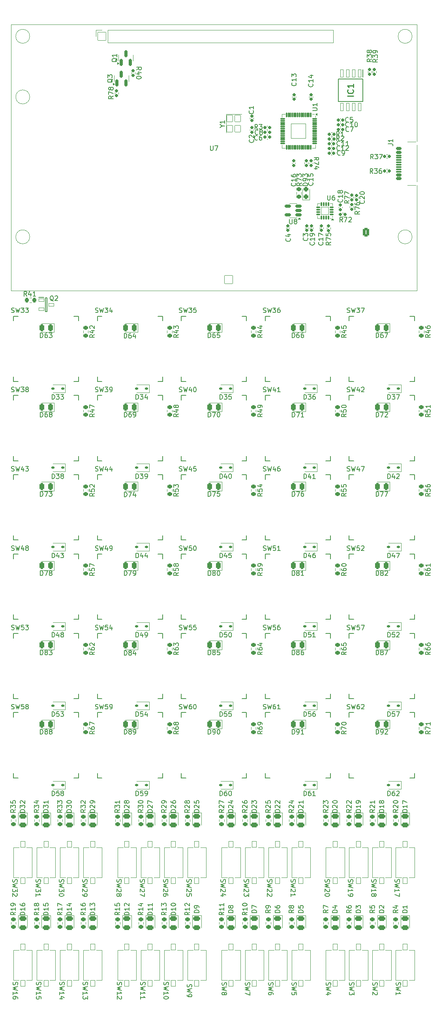
<source format=gbr>
%TF.GenerationSoftware,KiCad,Pcbnew,8.0.7*%
%TF.CreationDate,2024-12-27T14:43:48-05:00*%
%TF.ProjectId,rp2040-programmer-calculator,72703230-3430-42d7-9072-6f6772616d6d,rev?*%
%TF.SameCoordinates,Original*%
%TF.FileFunction,Legend,Top*%
%TF.FilePolarity,Positive*%
%FSLAX46Y46*%
G04 Gerber Fmt 4.6, Leading zero omitted, Abs format (unit mm)*
G04 Created by KiCad (PCBNEW 8.0.7) date 2024-12-27 14:43:48*
%MOMM*%
%LPD*%
G01*
G04 APERTURE LIST*
G04 Aperture macros list*
%AMRoundRect*
0 Rectangle with rounded corners*
0 $1 Rounding radius*
0 $2 $3 $4 $5 $6 $7 $8 $9 X,Y pos of 4 corners*
0 Add a 4 corners polygon primitive as box body*
4,1,4,$2,$3,$4,$5,$6,$7,$8,$9,$2,$3,0*
0 Add four circle primitives for the rounded corners*
1,1,$1+$1,$2,$3*
1,1,$1+$1,$4,$5*
1,1,$1+$1,$6,$7*
1,1,$1+$1,$8,$9*
0 Add four rect primitives between the rounded corners*
20,1,$1+$1,$2,$3,$4,$5,0*
20,1,$1+$1,$4,$5,$6,$7,0*
20,1,$1+$1,$6,$7,$8,$9,0*
20,1,$1+$1,$8,$9,$2,$3,0*%
G04 Aperture macros list end*
%ADD10C,0.150000*%
%ADD11C,0.254000*%
%ADD12C,0.120000*%
%ADD13C,0.100000*%
%ADD14C,0.200000*%
%ADD15RoundRect,0.262750X-0.475250X0.262750X-0.475250X-0.262750X0.475250X-0.262750X0.475250X0.262750X0*%
%ADD16RoundRect,0.219000X-0.294000X0.219000X-0.294000X-0.219000X0.294000X-0.219000X0.294000X0.219000X0*%
%ADD17C,1.777800*%
%ADD18C,3.505000*%
%ADD19C,1.066600*%
%ADD20C,2.108000*%
%ADD21RoundRect,0.038000X-0.500000X0.625000X-0.500000X-0.625000X0.500000X-0.625000X0.500000X0.625000X0*%
%ADD22RoundRect,0.159000X-0.189000X0.159000X-0.189000X-0.159000X0.189000X-0.159000X0.189000X0.159000X0*%
%ADD23RoundRect,0.154000X0.204000X-0.154000X0.204000X0.154000X-0.204000X0.154000X-0.204000X-0.154000X0*%
%ADD24RoundRect,0.169000X0.169000X-0.606500X0.169000X0.606500X-0.169000X0.606500X-0.169000X-0.606500X0*%
%ADD25RoundRect,0.131500X0.206500X0.131500X-0.206500X0.131500X-0.206500X-0.131500X0.206500X-0.131500X0*%
%ADD26RoundRect,0.262750X0.262750X0.475250X-0.262750X0.475250X-0.262750X-0.475250X0.262750X-0.475250X0*%
%ADD27RoundRect,0.159000X0.189000X-0.159000X0.189000X0.159000X-0.189000X0.159000X-0.189000X-0.159000X0*%
%ADD28RoundRect,0.159000X-0.159000X-0.189000X0.159000X-0.189000X0.159000X0.189000X-0.159000X0.189000X0*%
%ADD29RoundRect,0.237750X0.275250X-0.237750X0.275250X0.237750X-0.275250X0.237750X-0.275250X-0.237750X0*%
%ADD30RoundRect,0.154000X0.154000X0.204000X-0.154000X0.204000X-0.154000X-0.204000X0.154000X-0.204000X0*%
%ADD31RoundRect,0.038000X0.550000X-0.325000X0.550000X0.325000X-0.550000X0.325000X-0.550000X-0.325000X0*%
%ADD32RoundRect,0.169000X0.531500X0.169000X-0.531500X0.169000X-0.531500X-0.169000X0.531500X-0.169000X0*%
%ADD33RoundRect,0.038000X-0.325000X-0.825000X0.325000X-0.825000X0.325000X0.825000X-0.325000X0.825000X0*%
%ADD34RoundRect,0.038000X-0.600000X0.700000X-0.600000X-0.700000X0.600000X-0.700000X0.600000X0.700000X0*%
%ADD35RoundRect,0.154000X-0.204000X0.154000X-0.204000X-0.154000X0.204000X-0.154000X0.204000X0.154000X0*%
%ADD36RoundRect,0.069000X-0.069000X0.406500X-0.069000X-0.406500X0.069000X-0.406500X0.069000X0.406500X0*%
%ADD37RoundRect,0.069000X-0.406500X0.069000X-0.406500X-0.069000X0.406500X-0.069000X0.406500X0.069000X0*%
%ADD38RoundRect,0.038000X-1.600000X1.600000X-1.600000X-1.600000X1.600000X-1.600000X1.600000X1.600000X0*%
%ADD39RoundRect,0.081500X0.369000X0.081500X-0.369000X0.081500X-0.369000X-0.081500X0.369000X-0.081500X0*%
%ADD40RoundRect,0.081500X0.081500X0.369000X-0.081500X0.369000X-0.081500X-0.369000X0.081500X-0.369000X0*%
%ADD41RoundRect,0.038000X0.840000X0.840000X-0.840000X0.840000X-0.840000X-0.840000X0.840000X-0.840000X0*%
%ADD42RoundRect,0.154000X-0.154000X-0.204000X0.154000X-0.204000X0.154000X0.204000X-0.154000X0.204000X0*%
%ADD43RoundRect,0.038000X0.850000X-0.850000X0.850000X0.850000X-0.850000X0.850000X-0.850000X-0.850000X0*%
%ADD44O,1.776000X1.776000*%
%ADD45RoundRect,0.159000X0.159000X0.189000X-0.159000X0.189000X-0.159000X-0.189000X0.159000X-0.189000X0*%
%ADD46C,0.726000*%
%ADD47RoundRect,0.169000X0.444000X-0.169000X0.444000X0.169000X-0.444000X0.169000X-0.444000X-0.169000X0*%
%ADD48RoundRect,0.094000X0.519000X-0.094000X0.519000X0.094000X-0.519000X0.094000X-0.519000X-0.094000X0*%
%ADD49O,2.176000X1.076000*%
%ADD50O,1.876000X1.076000*%
%ADD51RoundRect,0.219000X0.219000X0.294000X-0.219000X0.294000X-0.219000X-0.294000X0.219000X-0.294000X0*%
%ADD52RoundRect,0.265833X0.372167X0.647167X-0.372167X0.647167X-0.372167X-0.647167X0.372167X-0.647167X0*%
%ADD53O,1.276000X1.826000*%
%ADD54RoundRect,0.038000X-0.850000X0.850000X-0.850000X-0.850000X0.850000X-0.850000X0.850000X0.850000X0*%
G04 APERTURE END LIST*
D10*
X105121819Y-189339285D02*
X104121819Y-189339285D01*
X104121819Y-189339285D02*
X104121819Y-189101190D01*
X104121819Y-189101190D02*
X104169438Y-188958333D01*
X104169438Y-188958333D02*
X104264676Y-188863095D01*
X104264676Y-188863095D02*
X104359914Y-188815476D01*
X104359914Y-188815476D02*
X104550390Y-188767857D01*
X104550390Y-188767857D02*
X104693247Y-188767857D01*
X104693247Y-188767857D02*
X104883723Y-188815476D01*
X104883723Y-188815476D02*
X104978961Y-188863095D01*
X104978961Y-188863095D02*
X105074200Y-188958333D01*
X105074200Y-188958333D02*
X105121819Y-189101190D01*
X105121819Y-189101190D02*
X105121819Y-189339285D01*
X104217057Y-188386904D02*
X104169438Y-188339285D01*
X104169438Y-188339285D02*
X104121819Y-188244047D01*
X104121819Y-188244047D02*
X104121819Y-188005952D01*
X104121819Y-188005952D02*
X104169438Y-187910714D01*
X104169438Y-187910714D02*
X104217057Y-187863095D01*
X104217057Y-187863095D02*
X104312295Y-187815476D01*
X104312295Y-187815476D02*
X104407533Y-187815476D01*
X104407533Y-187815476D02*
X104550390Y-187863095D01*
X104550390Y-187863095D02*
X105121819Y-188434523D01*
X105121819Y-188434523D02*
X105121819Y-187815476D01*
X105121819Y-186863095D02*
X105121819Y-187434523D01*
X105121819Y-187148809D02*
X104121819Y-187148809D01*
X104121819Y-187148809D02*
X104264676Y-187244047D01*
X104264676Y-187244047D02*
X104359914Y-187339285D01*
X104359914Y-187339285D02*
X104407533Y-187434523D01*
X125454819Y-210291666D02*
X124978628Y-210624999D01*
X125454819Y-210863094D02*
X124454819Y-210863094D01*
X124454819Y-210863094D02*
X124454819Y-210482142D01*
X124454819Y-210482142D02*
X124502438Y-210386904D01*
X124502438Y-210386904D02*
X124550057Y-210339285D01*
X124550057Y-210339285D02*
X124645295Y-210291666D01*
X124645295Y-210291666D02*
X124788152Y-210291666D01*
X124788152Y-210291666D02*
X124883390Y-210339285D01*
X124883390Y-210339285D02*
X124931009Y-210386904D01*
X124931009Y-210386904D02*
X124978628Y-210482142D01*
X124978628Y-210482142D02*
X124978628Y-210863094D01*
X124788152Y-209434523D02*
X125454819Y-209434523D01*
X124407200Y-209672618D02*
X125121485Y-209910713D01*
X125121485Y-209910713D02*
X125121485Y-209291666D01*
X42589676Y-150183600D02*
X42732533Y-150231219D01*
X42732533Y-150231219D02*
X42970628Y-150231219D01*
X42970628Y-150231219D02*
X43065866Y-150183600D01*
X43065866Y-150183600D02*
X43113485Y-150135980D01*
X43113485Y-150135980D02*
X43161104Y-150040742D01*
X43161104Y-150040742D02*
X43161104Y-149945504D01*
X43161104Y-149945504D02*
X43113485Y-149850266D01*
X43113485Y-149850266D02*
X43065866Y-149802647D01*
X43065866Y-149802647D02*
X42970628Y-149755028D01*
X42970628Y-149755028D02*
X42780152Y-149707409D01*
X42780152Y-149707409D02*
X42684914Y-149659790D01*
X42684914Y-149659790D02*
X42637295Y-149612171D01*
X42637295Y-149612171D02*
X42589676Y-149516933D01*
X42589676Y-149516933D02*
X42589676Y-149421695D01*
X42589676Y-149421695D02*
X42637295Y-149326457D01*
X42637295Y-149326457D02*
X42684914Y-149278838D01*
X42684914Y-149278838D02*
X42780152Y-149231219D01*
X42780152Y-149231219D02*
X43018247Y-149231219D01*
X43018247Y-149231219D02*
X43161104Y-149278838D01*
X43494438Y-149231219D02*
X43732533Y-150231219D01*
X43732533Y-150231219D02*
X43923009Y-149516933D01*
X43923009Y-149516933D02*
X44113485Y-150231219D01*
X44113485Y-150231219D02*
X44351581Y-149231219D01*
X45208723Y-149231219D02*
X44732533Y-149231219D01*
X44732533Y-149231219D02*
X44684914Y-149707409D01*
X44684914Y-149707409D02*
X44732533Y-149659790D01*
X44732533Y-149659790D02*
X44827771Y-149612171D01*
X44827771Y-149612171D02*
X45065866Y-149612171D01*
X45065866Y-149612171D02*
X45161104Y-149659790D01*
X45161104Y-149659790D02*
X45208723Y-149707409D01*
X45208723Y-149707409D02*
X45256342Y-149802647D01*
X45256342Y-149802647D02*
X45256342Y-150040742D01*
X45256342Y-150040742D02*
X45208723Y-150135980D01*
X45208723Y-150135980D02*
X45161104Y-150183600D01*
X45161104Y-150183600D02*
X45065866Y-150231219D01*
X45065866Y-150231219D02*
X44827771Y-150231219D01*
X44827771Y-150231219D02*
X44732533Y-150183600D01*
X44732533Y-150183600D02*
X44684914Y-150135980D01*
X45589676Y-149231219D02*
X46208723Y-149231219D01*
X46208723Y-149231219D02*
X45875390Y-149612171D01*
X45875390Y-149612171D02*
X46018247Y-149612171D01*
X46018247Y-149612171D02*
X46113485Y-149659790D01*
X46113485Y-149659790D02*
X46161104Y-149707409D01*
X46161104Y-149707409D02*
X46208723Y-149802647D01*
X46208723Y-149802647D02*
X46208723Y-150040742D01*
X46208723Y-150040742D02*
X46161104Y-150135980D01*
X46161104Y-150135980D02*
X46113485Y-150183600D01*
X46113485Y-150183600D02*
X46018247Y-150231219D01*
X46018247Y-150231219D02*
X45732533Y-150231219D01*
X45732533Y-150231219D02*
X45637295Y-150183600D01*
X45637295Y-150183600D02*
X45589676Y-150135980D01*
X47959800Y-225790476D02*
X47912180Y-225933333D01*
X47912180Y-225933333D02*
X47912180Y-226171428D01*
X47912180Y-226171428D02*
X47959800Y-226266666D01*
X47959800Y-226266666D02*
X48007419Y-226314285D01*
X48007419Y-226314285D02*
X48102657Y-226361904D01*
X48102657Y-226361904D02*
X48197895Y-226361904D01*
X48197895Y-226361904D02*
X48293133Y-226314285D01*
X48293133Y-226314285D02*
X48340752Y-226266666D01*
X48340752Y-226266666D02*
X48388371Y-226171428D01*
X48388371Y-226171428D02*
X48435990Y-225980952D01*
X48435990Y-225980952D02*
X48483609Y-225885714D01*
X48483609Y-225885714D02*
X48531228Y-225838095D01*
X48531228Y-225838095D02*
X48626466Y-225790476D01*
X48626466Y-225790476D02*
X48721704Y-225790476D01*
X48721704Y-225790476D02*
X48816942Y-225838095D01*
X48816942Y-225838095D02*
X48864561Y-225885714D01*
X48864561Y-225885714D02*
X48912180Y-225980952D01*
X48912180Y-225980952D02*
X48912180Y-226219047D01*
X48912180Y-226219047D02*
X48864561Y-226361904D01*
X48912180Y-226695238D02*
X47912180Y-226933333D01*
X47912180Y-226933333D02*
X48626466Y-227123809D01*
X48626466Y-227123809D02*
X47912180Y-227314285D01*
X47912180Y-227314285D02*
X48912180Y-227552381D01*
X47912180Y-228457142D02*
X47912180Y-227885714D01*
X47912180Y-228171428D02*
X48912180Y-228171428D01*
X48912180Y-228171428D02*
X48769323Y-228076190D01*
X48769323Y-228076190D02*
X48674085Y-227980952D01*
X48674085Y-227980952D02*
X48626466Y-227885714D01*
X48912180Y-229361904D02*
X48912180Y-228885714D01*
X48912180Y-228885714D02*
X48435990Y-228838095D01*
X48435990Y-228838095D02*
X48483609Y-228885714D01*
X48483609Y-228885714D02*
X48531228Y-228980952D01*
X48531228Y-228980952D02*
X48531228Y-229219047D01*
X48531228Y-229219047D02*
X48483609Y-229314285D01*
X48483609Y-229314285D02*
X48435990Y-229361904D01*
X48435990Y-229361904D02*
X48340752Y-229409523D01*
X48340752Y-229409523D02*
X48102657Y-229409523D01*
X48102657Y-229409523D02*
X48007419Y-229361904D01*
X48007419Y-229361904D02*
X47959800Y-229314285D01*
X47959800Y-229314285D02*
X47912180Y-229219047D01*
X47912180Y-229219047D02*
X47912180Y-228980952D01*
X47912180Y-228980952D02*
X47959800Y-228885714D01*
X47959800Y-228885714D02*
X48007419Y-228838095D01*
X78589676Y-150183600D02*
X78732533Y-150231219D01*
X78732533Y-150231219D02*
X78970628Y-150231219D01*
X78970628Y-150231219D02*
X79065866Y-150183600D01*
X79065866Y-150183600D02*
X79113485Y-150135980D01*
X79113485Y-150135980D02*
X79161104Y-150040742D01*
X79161104Y-150040742D02*
X79161104Y-149945504D01*
X79161104Y-149945504D02*
X79113485Y-149850266D01*
X79113485Y-149850266D02*
X79065866Y-149802647D01*
X79065866Y-149802647D02*
X78970628Y-149755028D01*
X78970628Y-149755028D02*
X78780152Y-149707409D01*
X78780152Y-149707409D02*
X78684914Y-149659790D01*
X78684914Y-149659790D02*
X78637295Y-149612171D01*
X78637295Y-149612171D02*
X78589676Y-149516933D01*
X78589676Y-149516933D02*
X78589676Y-149421695D01*
X78589676Y-149421695D02*
X78637295Y-149326457D01*
X78637295Y-149326457D02*
X78684914Y-149278838D01*
X78684914Y-149278838D02*
X78780152Y-149231219D01*
X78780152Y-149231219D02*
X79018247Y-149231219D01*
X79018247Y-149231219D02*
X79161104Y-149278838D01*
X79494438Y-149231219D02*
X79732533Y-150231219D01*
X79732533Y-150231219D02*
X79923009Y-149516933D01*
X79923009Y-149516933D02*
X80113485Y-150231219D01*
X80113485Y-150231219D02*
X80351581Y-149231219D01*
X81208723Y-149231219D02*
X80732533Y-149231219D01*
X80732533Y-149231219D02*
X80684914Y-149707409D01*
X80684914Y-149707409D02*
X80732533Y-149659790D01*
X80732533Y-149659790D02*
X80827771Y-149612171D01*
X80827771Y-149612171D02*
X81065866Y-149612171D01*
X81065866Y-149612171D02*
X81161104Y-149659790D01*
X81161104Y-149659790D02*
X81208723Y-149707409D01*
X81208723Y-149707409D02*
X81256342Y-149802647D01*
X81256342Y-149802647D02*
X81256342Y-150040742D01*
X81256342Y-150040742D02*
X81208723Y-150135980D01*
X81208723Y-150135980D02*
X81161104Y-150183600D01*
X81161104Y-150183600D02*
X81065866Y-150231219D01*
X81065866Y-150231219D02*
X80827771Y-150231219D01*
X80827771Y-150231219D02*
X80732533Y-150183600D01*
X80732533Y-150183600D02*
X80684914Y-150135980D01*
X82161104Y-149231219D02*
X81684914Y-149231219D01*
X81684914Y-149231219D02*
X81637295Y-149707409D01*
X81637295Y-149707409D02*
X81684914Y-149659790D01*
X81684914Y-149659790D02*
X81780152Y-149612171D01*
X81780152Y-149612171D02*
X82018247Y-149612171D01*
X82018247Y-149612171D02*
X82113485Y-149659790D01*
X82113485Y-149659790D02*
X82161104Y-149707409D01*
X82161104Y-149707409D02*
X82208723Y-149802647D01*
X82208723Y-149802647D02*
X82208723Y-150040742D01*
X82208723Y-150040742D02*
X82161104Y-150135980D01*
X82161104Y-150135980D02*
X82113485Y-150183600D01*
X82113485Y-150183600D02*
X82018247Y-150231219D01*
X82018247Y-150231219D02*
X81780152Y-150231219D01*
X81780152Y-150231219D02*
X81684914Y-150183600D01*
X81684914Y-150183600D02*
X81637295Y-150135980D01*
X80198600Y-203752676D02*
X80150980Y-203895533D01*
X80150980Y-203895533D02*
X80150980Y-204133628D01*
X80150980Y-204133628D02*
X80198600Y-204228866D01*
X80198600Y-204228866D02*
X80246219Y-204276485D01*
X80246219Y-204276485D02*
X80341457Y-204324104D01*
X80341457Y-204324104D02*
X80436695Y-204324104D01*
X80436695Y-204324104D02*
X80531933Y-204276485D01*
X80531933Y-204276485D02*
X80579552Y-204228866D01*
X80579552Y-204228866D02*
X80627171Y-204133628D01*
X80627171Y-204133628D02*
X80674790Y-203943152D01*
X80674790Y-203943152D02*
X80722409Y-203847914D01*
X80722409Y-203847914D02*
X80770028Y-203800295D01*
X80770028Y-203800295D02*
X80865266Y-203752676D01*
X80865266Y-203752676D02*
X80960504Y-203752676D01*
X80960504Y-203752676D02*
X81055742Y-203800295D01*
X81055742Y-203800295D02*
X81103361Y-203847914D01*
X81103361Y-203847914D02*
X81150980Y-203943152D01*
X81150980Y-203943152D02*
X81150980Y-204181247D01*
X81150980Y-204181247D02*
X81103361Y-204324104D01*
X81150980Y-204657438D02*
X80150980Y-204895533D01*
X80150980Y-204895533D02*
X80865266Y-205086009D01*
X80865266Y-205086009D02*
X80150980Y-205276485D01*
X80150980Y-205276485D02*
X81150980Y-205514581D01*
X81055742Y-205847914D02*
X81103361Y-205895533D01*
X81103361Y-205895533D02*
X81150980Y-205990771D01*
X81150980Y-205990771D02*
X81150980Y-206228866D01*
X81150980Y-206228866D02*
X81103361Y-206324104D01*
X81103361Y-206324104D02*
X81055742Y-206371723D01*
X81055742Y-206371723D02*
X80960504Y-206419342D01*
X80960504Y-206419342D02*
X80865266Y-206419342D01*
X80865266Y-206419342D02*
X80722409Y-206371723D01*
X80722409Y-206371723D02*
X80150980Y-205800295D01*
X80150980Y-205800295D02*
X80150980Y-206419342D01*
X81150980Y-207324104D02*
X81150980Y-206847914D01*
X81150980Y-206847914D02*
X80674790Y-206800295D01*
X80674790Y-206800295D02*
X80722409Y-206847914D01*
X80722409Y-206847914D02*
X80770028Y-206943152D01*
X80770028Y-206943152D02*
X80770028Y-207181247D01*
X80770028Y-207181247D02*
X80722409Y-207276485D01*
X80722409Y-207276485D02*
X80674790Y-207324104D01*
X80674790Y-207324104D02*
X80579552Y-207371723D01*
X80579552Y-207371723D02*
X80341457Y-207371723D01*
X80341457Y-207371723D02*
X80246219Y-207324104D01*
X80246219Y-207324104D02*
X80198600Y-207276485D01*
X80198600Y-207276485D02*
X80150980Y-207181247D01*
X80150980Y-207181247D02*
X80150980Y-206943152D01*
X80150980Y-206943152D02*
X80198600Y-206847914D01*
X80198600Y-206847914D02*
X80246219Y-206800295D01*
X119865600Y-203752676D02*
X119817980Y-203895533D01*
X119817980Y-203895533D02*
X119817980Y-204133628D01*
X119817980Y-204133628D02*
X119865600Y-204228866D01*
X119865600Y-204228866D02*
X119913219Y-204276485D01*
X119913219Y-204276485D02*
X120008457Y-204324104D01*
X120008457Y-204324104D02*
X120103695Y-204324104D01*
X120103695Y-204324104D02*
X120198933Y-204276485D01*
X120198933Y-204276485D02*
X120246552Y-204228866D01*
X120246552Y-204228866D02*
X120294171Y-204133628D01*
X120294171Y-204133628D02*
X120341790Y-203943152D01*
X120341790Y-203943152D02*
X120389409Y-203847914D01*
X120389409Y-203847914D02*
X120437028Y-203800295D01*
X120437028Y-203800295D02*
X120532266Y-203752676D01*
X120532266Y-203752676D02*
X120627504Y-203752676D01*
X120627504Y-203752676D02*
X120722742Y-203800295D01*
X120722742Y-203800295D02*
X120770361Y-203847914D01*
X120770361Y-203847914D02*
X120817980Y-203943152D01*
X120817980Y-203943152D02*
X120817980Y-204181247D01*
X120817980Y-204181247D02*
X120770361Y-204324104D01*
X120817980Y-204657438D02*
X119817980Y-204895533D01*
X119817980Y-204895533D02*
X120532266Y-205086009D01*
X120532266Y-205086009D02*
X119817980Y-205276485D01*
X119817980Y-205276485D02*
X120817980Y-205514581D01*
X119817980Y-206419342D02*
X119817980Y-205847914D01*
X119817980Y-206133628D02*
X120817980Y-206133628D01*
X120817980Y-206133628D02*
X120675123Y-206038390D01*
X120675123Y-206038390D02*
X120579885Y-205943152D01*
X120579885Y-205943152D02*
X120532266Y-205847914D01*
X120389409Y-206990771D02*
X120437028Y-206895533D01*
X120437028Y-206895533D02*
X120484647Y-206847914D01*
X120484647Y-206847914D02*
X120579885Y-206800295D01*
X120579885Y-206800295D02*
X120627504Y-206800295D01*
X120627504Y-206800295D02*
X120722742Y-206847914D01*
X120722742Y-206847914D02*
X120770361Y-206895533D01*
X120770361Y-206895533D02*
X120817980Y-206990771D01*
X120817980Y-206990771D02*
X120817980Y-207181247D01*
X120817980Y-207181247D02*
X120770361Y-207276485D01*
X120770361Y-207276485D02*
X120722742Y-207324104D01*
X120722742Y-207324104D02*
X120627504Y-207371723D01*
X120627504Y-207371723D02*
X120579885Y-207371723D01*
X120579885Y-207371723D02*
X120484647Y-207324104D01*
X120484647Y-207324104D02*
X120437028Y-207276485D01*
X120437028Y-207276485D02*
X120389409Y-207181247D01*
X120389409Y-207181247D02*
X120389409Y-206990771D01*
X120389409Y-206990771D02*
X120341790Y-206895533D01*
X120341790Y-206895533D02*
X120294171Y-206847914D01*
X120294171Y-206847914D02*
X120198933Y-206800295D01*
X120198933Y-206800295D02*
X120008457Y-206800295D01*
X120008457Y-206800295D02*
X119913219Y-206847914D01*
X119913219Y-206847914D02*
X119865600Y-206895533D01*
X119865600Y-206895533D02*
X119817980Y-206990771D01*
X119817980Y-206990771D02*
X119817980Y-207181247D01*
X119817980Y-207181247D02*
X119865600Y-207276485D01*
X119865600Y-207276485D02*
X119913219Y-207324104D01*
X119913219Y-207324104D02*
X120008457Y-207371723D01*
X120008457Y-207371723D02*
X120198933Y-207371723D01*
X120198933Y-207371723D02*
X120294171Y-207324104D01*
X120294171Y-207324104D02*
X120341790Y-207276485D01*
X120341790Y-207276485D02*
X120389409Y-207181247D01*
X94416580Y-38955666D02*
X94464200Y-39003285D01*
X94464200Y-39003285D02*
X94511819Y-39146142D01*
X94511819Y-39146142D02*
X94511819Y-39241380D01*
X94511819Y-39241380D02*
X94464200Y-39384237D01*
X94464200Y-39384237D02*
X94368961Y-39479475D01*
X94368961Y-39479475D02*
X94273723Y-39527094D01*
X94273723Y-39527094D02*
X94083247Y-39574713D01*
X94083247Y-39574713D02*
X93940390Y-39574713D01*
X93940390Y-39574713D02*
X93749914Y-39527094D01*
X93749914Y-39527094D02*
X93654676Y-39479475D01*
X93654676Y-39479475D02*
X93559438Y-39384237D01*
X93559438Y-39384237D02*
X93511819Y-39241380D01*
X93511819Y-39241380D02*
X93511819Y-39146142D01*
X93511819Y-39146142D02*
X93559438Y-39003285D01*
X93559438Y-39003285D02*
X93607057Y-38955666D01*
X94511819Y-38003285D02*
X94511819Y-38574713D01*
X94511819Y-38288999D02*
X93511819Y-38288999D01*
X93511819Y-38288999D02*
X93654676Y-38384237D01*
X93654676Y-38384237D02*
X93749914Y-38479475D01*
X93749914Y-38479475D02*
X93797533Y-38574713D01*
X75787819Y-188767858D02*
X75311628Y-189101191D01*
X75787819Y-189339286D02*
X74787819Y-189339286D01*
X74787819Y-189339286D02*
X74787819Y-188958334D01*
X74787819Y-188958334D02*
X74835438Y-188863096D01*
X74835438Y-188863096D02*
X74883057Y-188815477D01*
X74883057Y-188815477D02*
X74978295Y-188767858D01*
X74978295Y-188767858D02*
X75121152Y-188767858D01*
X75121152Y-188767858D02*
X75216390Y-188815477D01*
X75216390Y-188815477D02*
X75264009Y-188863096D01*
X75264009Y-188863096D02*
X75311628Y-188958334D01*
X75311628Y-188958334D02*
X75311628Y-189339286D01*
X74883057Y-188386905D02*
X74835438Y-188339286D01*
X74835438Y-188339286D02*
X74787819Y-188244048D01*
X74787819Y-188244048D02*
X74787819Y-188005953D01*
X74787819Y-188005953D02*
X74835438Y-187910715D01*
X74835438Y-187910715D02*
X74883057Y-187863096D01*
X74883057Y-187863096D02*
X74978295Y-187815477D01*
X74978295Y-187815477D02*
X75073533Y-187815477D01*
X75073533Y-187815477D02*
X75216390Y-187863096D01*
X75216390Y-187863096D02*
X75787819Y-188434524D01*
X75787819Y-188434524D02*
X75787819Y-187815477D01*
X75787819Y-187339286D02*
X75787819Y-187148810D01*
X75787819Y-187148810D02*
X75740200Y-187053572D01*
X75740200Y-187053572D02*
X75692580Y-187005953D01*
X75692580Y-187005953D02*
X75549723Y-186910715D01*
X75549723Y-186910715D02*
X75359247Y-186863096D01*
X75359247Y-186863096D02*
X74978295Y-186863096D01*
X74978295Y-186863096D02*
X74883057Y-186910715D01*
X74883057Y-186910715D02*
X74835438Y-186958334D01*
X74835438Y-186958334D02*
X74787819Y-187053572D01*
X74787819Y-187053572D02*
X74787819Y-187244048D01*
X74787819Y-187244048D02*
X74835438Y-187339286D01*
X74835438Y-187339286D02*
X74883057Y-187386905D01*
X74883057Y-187386905D02*
X74978295Y-187434524D01*
X74978295Y-187434524D02*
X75216390Y-187434524D01*
X75216390Y-187434524D02*
X75311628Y-187386905D01*
X75311628Y-187386905D02*
X75359247Y-187339286D01*
X75359247Y-187339286D02*
X75406866Y-187244048D01*
X75406866Y-187244048D02*
X75406866Y-187053572D01*
X75406866Y-187053572D02*
X75359247Y-186958334D01*
X75359247Y-186958334D02*
X75311628Y-186910715D01*
X75311628Y-186910715D02*
X75216390Y-186863096D01*
X96384819Y-154967857D02*
X95908628Y-155301190D01*
X96384819Y-155539285D02*
X95384819Y-155539285D01*
X95384819Y-155539285D02*
X95384819Y-155158333D01*
X95384819Y-155158333D02*
X95432438Y-155063095D01*
X95432438Y-155063095D02*
X95480057Y-155015476D01*
X95480057Y-155015476D02*
X95575295Y-154967857D01*
X95575295Y-154967857D02*
X95718152Y-154967857D01*
X95718152Y-154967857D02*
X95813390Y-155015476D01*
X95813390Y-155015476D02*
X95861009Y-155063095D01*
X95861009Y-155063095D02*
X95908628Y-155158333D01*
X95908628Y-155158333D02*
X95908628Y-155539285D01*
X95384819Y-154110714D02*
X95384819Y-154301190D01*
X95384819Y-154301190D02*
X95432438Y-154396428D01*
X95432438Y-154396428D02*
X95480057Y-154444047D01*
X95480057Y-154444047D02*
X95622914Y-154539285D01*
X95622914Y-154539285D02*
X95813390Y-154586904D01*
X95813390Y-154586904D02*
X96194342Y-154586904D01*
X96194342Y-154586904D02*
X96289580Y-154539285D01*
X96289580Y-154539285D02*
X96337200Y-154491666D01*
X96337200Y-154491666D02*
X96384819Y-154396428D01*
X96384819Y-154396428D02*
X96384819Y-154205952D01*
X96384819Y-154205952D02*
X96337200Y-154110714D01*
X96337200Y-154110714D02*
X96289580Y-154063095D01*
X96289580Y-154063095D02*
X96194342Y-154015476D01*
X96194342Y-154015476D02*
X95956247Y-154015476D01*
X95956247Y-154015476D02*
X95861009Y-154063095D01*
X95861009Y-154063095D02*
X95813390Y-154110714D01*
X95813390Y-154110714D02*
X95765771Y-154205952D01*
X95765771Y-154205952D02*
X95765771Y-154396428D01*
X95765771Y-154396428D02*
X95813390Y-154491666D01*
X95813390Y-154491666D02*
X95861009Y-154539285D01*
X95861009Y-154539285D02*
X95956247Y-154586904D01*
X95718152Y-153158333D02*
X96384819Y-153158333D01*
X95337200Y-153396428D02*
X96051485Y-153634523D01*
X96051485Y-153634523D02*
X96051485Y-153015476D01*
X117218619Y-60536057D02*
X116742428Y-60869390D01*
X117218619Y-61107485D02*
X116218619Y-61107485D01*
X116218619Y-61107485D02*
X116218619Y-60726533D01*
X116218619Y-60726533D02*
X116266238Y-60631295D01*
X116266238Y-60631295D02*
X116313857Y-60583676D01*
X116313857Y-60583676D02*
X116409095Y-60536057D01*
X116409095Y-60536057D02*
X116551952Y-60536057D01*
X116551952Y-60536057D02*
X116647190Y-60583676D01*
X116647190Y-60583676D02*
X116694809Y-60631295D01*
X116694809Y-60631295D02*
X116742428Y-60726533D01*
X116742428Y-60726533D02*
X116742428Y-61107485D01*
X116218619Y-60202723D02*
X116218619Y-59536057D01*
X116218619Y-59536057D02*
X117218619Y-59964628D01*
X116218619Y-58726533D02*
X116218619Y-58917009D01*
X116218619Y-58917009D02*
X116266238Y-59012247D01*
X116266238Y-59012247D02*
X116313857Y-59059866D01*
X116313857Y-59059866D02*
X116456714Y-59155104D01*
X116456714Y-59155104D02*
X116647190Y-59202723D01*
X116647190Y-59202723D02*
X117028142Y-59202723D01*
X117028142Y-59202723D02*
X117123380Y-59155104D01*
X117123380Y-59155104D02*
X117171000Y-59107485D01*
X117171000Y-59107485D02*
X117218619Y-59012247D01*
X117218619Y-59012247D02*
X117218619Y-58821771D01*
X117218619Y-58821771D02*
X117171000Y-58726533D01*
X117171000Y-58726533D02*
X117123380Y-58678914D01*
X117123380Y-58678914D02*
X117028142Y-58631295D01*
X117028142Y-58631295D02*
X116790047Y-58631295D01*
X116790047Y-58631295D02*
X116694809Y-58678914D01*
X116694809Y-58678914D02*
X116647190Y-58726533D01*
X116647190Y-58726533D02*
X116599571Y-58821771D01*
X116599571Y-58821771D02*
X116599571Y-59012247D01*
X116599571Y-59012247D02*
X116647190Y-59107485D01*
X116647190Y-59107485D02*
X116694809Y-59155104D01*
X116694809Y-59155104D02*
X116790047Y-59202723D01*
X64300057Y-32147738D02*
X64252438Y-32242976D01*
X64252438Y-32242976D02*
X64157200Y-32338214D01*
X64157200Y-32338214D02*
X64014342Y-32481071D01*
X64014342Y-32481071D02*
X63966723Y-32576309D01*
X63966723Y-32576309D02*
X63966723Y-32671547D01*
X64204819Y-32623928D02*
X64157200Y-32719166D01*
X64157200Y-32719166D02*
X64061961Y-32814404D01*
X64061961Y-32814404D02*
X63871485Y-32862023D01*
X63871485Y-32862023D02*
X63538152Y-32862023D01*
X63538152Y-32862023D02*
X63347676Y-32814404D01*
X63347676Y-32814404D02*
X63252438Y-32719166D01*
X63252438Y-32719166D02*
X63204819Y-32623928D01*
X63204819Y-32623928D02*
X63204819Y-32433452D01*
X63204819Y-32433452D02*
X63252438Y-32338214D01*
X63252438Y-32338214D02*
X63347676Y-32242976D01*
X63347676Y-32242976D02*
X63538152Y-32195357D01*
X63538152Y-32195357D02*
X63871485Y-32195357D01*
X63871485Y-32195357D02*
X64061961Y-32242976D01*
X64061961Y-32242976D02*
X64157200Y-32338214D01*
X64157200Y-32338214D02*
X64204819Y-32433452D01*
X64204819Y-32433452D02*
X64204819Y-32623928D01*
X63204819Y-31862023D02*
X63204819Y-31242976D01*
X63204819Y-31242976D02*
X63585771Y-31576309D01*
X63585771Y-31576309D02*
X63585771Y-31433452D01*
X63585771Y-31433452D02*
X63633390Y-31338214D01*
X63633390Y-31338214D02*
X63681009Y-31290595D01*
X63681009Y-31290595D02*
X63776247Y-31242976D01*
X63776247Y-31242976D02*
X64014342Y-31242976D01*
X64014342Y-31242976D02*
X64109580Y-31290595D01*
X64109580Y-31290595D02*
X64157200Y-31338214D01*
X64157200Y-31338214D02*
X64204819Y-31433452D01*
X64204819Y-31433452D02*
X64204819Y-31719166D01*
X64204819Y-31719166D02*
X64157200Y-31814404D01*
X64157200Y-31814404D02*
X64109580Y-31862023D01*
X69285714Y-185804819D02*
X69285714Y-184804819D01*
X69285714Y-184804819D02*
X69523809Y-184804819D01*
X69523809Y-184804819D02*
X69666666Y-184852438D01*
X69666666Y-184852438D02*
X69761904Y-184947676D01*
X69761904Y-184947676D02*
X69809523Y-185042914D01*
X69809523Y-185042914D02*
X69857142Y-185233390D01*
X69857142Y-185233390D02*
X69857142Y-185376247D01*
X69857142Y-185376247D02*
X69809523Y-185566723D01*
X69809523Y-185566723D02*
X69761904Y-185661961D01*
X69761904Y-185661961D02*
X69666666Y-185757200D01*
X69666666Y-185757200D02*
X69523809Y-185804819D01*
X69523809Y-185804819D02*
X69285714Y-185804819D01*
X70761904Y-184804819D02*
X70285714Y-184804819D01*
X70285714Y-184804819D02*
X70238095Y-185281009D01*
X70238095Y-185281009D02*
X70285714Y-185233390D01*
X70285714Y-185233390D02*
X70380952Y-185185771D01*
X70380952Y-185185771D02*
X70619047Y-185185771D01*
X70619047Y-185185771D02*
X70714285Y-185233390D01*
X70714285Y-185233390D02*
X70761904Y-185281009D01*
X70761904Y-185281009D02*
X70809523Y-185376247D01*
X70809523Y-185376247D02*
X70809523Y-185614342D01*
X70809523Y-185614342D02*
X70761904Y-185709580D01*
X70761904Y-185709580D02*
X70714285Y-185757200D01*
X70714285Y-185757200D02*
X70619047Y-185804819D01*
X70619047Y-185804819D02*
X70380952Y-185804819D01*
X70380952Y-185804819D02*
X70285714Y-185757200D01*
X70285714Y-185757200D02*
X70238095Y-185709580D01*
X71285714Y-185804819D02*
X71476190Y-185804819D01*
X71476190Y-185804819D02*
X71571428Y-185757200D01*
X71571428Y-185757200D02*
X71619047Y-185709580D01*
X71619047Y-185709580D02*
X71714285Y-185566723D01*
X71714285Y-185566723D02*
X71761904Y-185376247D01*
X71761904Y-185376247D02*
X71761904Y-184995295D01*
X71761904Y-184995295D02*
X71714285Y-184900057D01*
X71714285Y-184900057D02*
X71666666Y-184852438D01*
X71666666Y-184852438D02*
X71571428Y-184804819D01*
X71571428Y-184804819D02*
X71380952Y-184804819D01*
X71380952Y-184804819D02*
X71285714Y-184852438D01*
X71285714Y-184852438D02*
X71238095Y-184900057D01*
X71238095Y-184900057D02*
X71190476Y-184995295D01*
X71190476Y-184995295D02*
X71190476Y-185233390D01*
X71190476Y-185233390D02*
X71238095Y-185328628D01*
X71238095Y-185328628D02*
X71285714Y-185376247D01*
X71285714Y-185376247D02*
X71380952Y-185423866D01*
X71380952Y-185423866D02*
X71571428Y-185423866D01*
X71571428Y-185423866D02*
X71666666Y-185376247D01*
X71666666Y-185376247D02*
X71714285Y-185328628D01*
X71714285Y-185328628D02*
X71761904Y-185233390D01*
X112454819Y-210863094D02*
X111454819Y-210863094D01*
X111454819Y-210863094D02*
X111454819Y-210624999D01*
X111454819Y-210624999D02*
X111502438Y-210482142D01*
X111502438Y-210482142D02*
X111597676Y-210386904D01*
X111597676Y-210386904D02*
X111692914Y-210339285D01*
X111692914Y-210339285D02*
X111883390Y-210291666D01*
X111883390Y-210291666D02*
X112026247Y-210291666D01*
X112026247Y-210291666D02*
X112216723Y-210339285D01*
X112216723Y-210339285D02*
X112311961Y-210386904D01*
X112311961Y-210386904D02*
X112407200Y-210482142D01*
X112407200Y-210482142D02*
X112454819Y-210624999D01*
X112454819Y-210624999D02*
X112454819Y-210863094D01*
X111788152Y-209434523D02*
X112454819Y-209434523D01*
X111407200Y-209672618D02*
X112121485Y-209910713D01*
X112121485Y-209910713D02*
X112121485Y-209291666D01*
X93121819Y-188767857D02*
X92645628Y-189101190D01*
X93121819Y-189339285D02*
X92121819Y-189339285D01*
X92121819Y-189339285D02*
X92121819Y-188958333D01*
X92121819Y-188958333D02*
X92169438Y-188863095D01*
X92169438Y-188863095D02*
X92217057Y-188815476D01*
X92217057Y-188815476D02*
X92312295Y-188767857D01*
X92312295Y-188767857D02*
X92455152Y-188767857D01*
X92455152Y-188767857D02*
X92550390Y-188815476D01*
X92550390Y-188815476D02*
X92598009Y-188863095D01*
X92598009Y-188863095D02*
X92645628Y-188958333D01*
X92645628Y-188958333D02*
X92645628Y-189339285D01*
X92217057Y-188386904D02*
X92169438Y-188339285D01*
X92169438Y-188339285D02*
X92121819Y-188244047D01*
X92121819Y-188244047D02*
X92121819Y-188005952D01*
X92121819Y-188005952D02*
X92169438Y-187910714D01*
X92169438Y-187910714D02*
X92217057Y-187863095D01*
X92217057Y-187863095D02*
X92312295Y-187815476D01*
X92312295Y-187815476D02*
X92407533Y-187815476D01*
X92407533Y-187815476D02*
X92550390Y-187863095D01*
X92550390Y-187863095D02*
X93121819Y-188434523D01*
X93121819Y-188434523D02*
X93121819Y-187815476D01*
X92121819Y-186958333D02*
X92121819Y-187148809D01*
X92121819Y-187148809D02*
X92169438Y-187244047D01*
X92169438Y-187244047D02*
X92217057Y-187291666D01*
X92217057Y-187291666D02*
X92359914Y-187386904D01*
X92359914Y-187386904D02*
X92550390Y-187434523D01*
X92550390Y-187434523D02*
X92931342Y-187434523D01*
X92931342Y-187434523D02*
X93026580Y-187386904D01*
X93026580Y-187386904D02*
X93074200Y-187339285D01*
X93074200Y-187339285D02*
X93121819Y-187244047D01*
X93121819Y-187244047D02*
X93121819Y-187053571D01*
X93121819Y-187053571D02*
X93074200Y-186958333D01*
X93074200Y-186958333D02*
X93026580Y-186910714D01*
X93026580Y-186910714D02*
X92931342Y-186863095D01*
X92931342Y-186863095D02*
X92693247Y-186863095D01*
X92693247Y-186863095D02*
X92598009Y-186910714D01*
X92598009Y-186910714D02*
X92550390Y-186958333D01*
X92550390Y-186958333D02*
X92502771Y-187053571D01*
X92502771Y-187053571D02*
X92502771Y-187244047D01*
X92502771Y-187244047D02*
X92550390Y-187339285D01*
X92550390Y-187339285D02*
X92598009Y-187386904D01*
X92598009Y-187386904D02*
X92693247Y-187434523D01*
X55454819Y-211339286D02*
X54454819Y-211339286D01*
X54454819Y-211339286D02*
X54454819Y-211101191D01*
X54454819Y-211101191D02*
X54502438Y-210958334D01*
X54502438Y-210958334D02*
X54597676Y-210863096D01*
X54597676Y-210863096D02*
X54692914Y-210815477D01*
X54692914Y-210815477D02*
X54883390Y-210767858D01*
X54883390Y-210767858D02*
X55026247Y-210767858D01*
X55026247Y-210767858D02*
X55216723Y-210815477D01*
X55216723Y-210815477D02*
X55311961Y-210863096D01*
X55311961Y-210863096D02*
X55407200Y-210958334D01*
X55407200Y-210958334D02*
X55454819Y-211101191D01*
X55454819Y-211101191D02*
X55454819Y-211339286D01*
X55454819Y-209815477D02*
X55454819Y-210386905D01*
X55454819Y-210101191D02*
X54454819Y-210101191D01*
X54454819Y-210101191D02*
X54597676Y-210196429D01*
X54597676Y-210196429D02*
X54692914Y-210291667D01*
X54692914Y-210291667D02*
X54740533Y-210386905D01*
X54788152Y-208958334D02*
X55454819Y-208958334D01*
X54407200Y-209196429D02*
X55121485Y-209434524D01*
X55121485Y-209434524D02*
X55121485Y-208815477D01*
X84785714Y-138604819D02*
X84785714Y-137604819D01*
X84785714Y-137604819D02*
X85023809Y-137604819D01*
X85023809Y-137604819D02*
X85166666Y-137652438D01*
X85166666Y-137652438D02*
X85261904Y-137747676D01*
X85261904Y-137747676D02*
X85309523Y-137842914D01*
X85309523Y-137842914D02*
X85357142Y-138033390D01*
X85357142Y-138033390D02*
X85357142Y-138176247D01*
X85357142Y-138176247D02*
X85309523Y-138366723D01*
X85309523Y-138366723D02*
X85261904Y-138461961D01*
X85261904Y-138461961D02*
X85166666Y-138557200D01*
X85166666Y-138557200D02*
X85023809Y-138604819D01*
X85023809Y-138604819D02*
X84785714Y-138604819D01*
X85928571Y-138033390D02*
X85833333Y-137985771D01*
X85833333Y-137985771D02*
X85785714Y-137938152D01*
X85785714Y-137938152D02*
X85738095Y-137842914D01*
X85738095Y-137842914D02*
X85738095Y-137795295D01*
X85738095Y-137795295D02*
X85785714Y-137700057D01*
X85785714Y-137700057D02*
X85833333Y-137652438D01*
X85833333Y-137652438D02*
X85928571Y-137604819D01*
X85928571Y-137604819D02*
X86119047Y-137604819D01*
X86119047Y-137604819D02*
X86214285Y-137652438D01*
X86214285Y-137652438D02*
X86261904Y-137700057D01*
X86261904Y-137700057D02*
X86309523Y-137795295D01*
X86309523Y-137795295D02*
X86309523Y-137842914D01*
X86309523Y-137842914D02*
X86261904Y-137938152D01*
X86261904Y-137938152D02*
X86214285Y-137985771D01*
X86214285Y-137985771D02*
X86119047Y-138033390D01*
X86119047Y-138033390D02*
X85928571Y-138033390D01*
X85928571Y-138033390D02*
X85833333Y-138081009D01*
X85833333Y-138081009D02*
X85785714Y-138128628D01*
X85785714Y-138128628D02*
X85738095Y-138223866D01*
X85738095Y-138223866D02*
X85738095Y-138414342D01*
X85738095Y-138414342D02*
X85785714Y-138509580D01*
X85785714Y-138509580D02*
X85833333Y-138557200D01*
X85833333Y-138557200D02*
X85928571Y-138604819D01*
X85928571Y-138604819D02*
X86119047Y-138604819D01*
X86119047Y-138604819D02*
X86214285Y-138557200D01*
X86214285Y-138557200D02*
X86261904Y-138509580D01*
X86261904Y-138509580D02*
X86309523Y-138414342D01*
X86309523Y-138414342D02*
X86309523Y-138223866D01*
X86309523Y-138223866D02*
X86261904Y-138128628D01*
X86261904Y-138128628D02*
X86214285Y-138081009D01*
X86214285Y-138081009D02*
X86119047Y-138033390D01*
X86928571Y-137604819D02*
X87023809Y-137604819D01*
X87023809Y-137604819D02*
X87119047Y-137652438D01*
X87119047Y-137652438D02*
X87166666Y-137700057D01*
X87166666Y-137700057D02*
X87214285Y-137795295D01*
X87214285Y-137795295D02*
X87261904Y-137985771D01*
X87261904Y-137985771D02*
X87261904Y-138223866D01*
X87261904Y-138223866D02*
X87214285Y-138414342D01*
X87214285Y-138414342D02*
X87166666Y-138509580D01*
X87166666Y-138509580D02*
X87119047Y-138557200D01*
X87119047Y-138557200D02*
X87023809Y-138604819D01*
X87023809Y-138604819D02*
X86928571Y-138604819D01*
X86928571Y-138604819D02*
X86833333Y-138557200D01*
X86833333Y-138557200D02*
X86785714Y-138509580D01*
X86785714Y-138509580D02*
X86738095Y-138414342D01*
X86738095Y-138414342D02*
X86690476Y-138223866D01*
X86690476Y-138223866D02*
X86690476Y-137985771D01*
X86690476Y-137985771D02*
X86738095Y-137795295D01*
X86738095Y-137795295D02*
X86785714Y-137700057D01*
X86785714Y-137700057D02*
X86833333Y-137652438D01*
X86833333Y-137652438D02*
X86928571Y-137604819D01*
X113491180Y-57941257D02*
X113538800Y-57988876D01*
X113538800Y-57988876D02*
X113586419Y-58131733D01*
X113586419Y-58131733D02*
X113586419Y-58226971D01*
X113586419Y-58226971D02*
X113538800Y-58369828D01*
X113538800Y-58369828D02*
X113443561Y-58465066D01*
X113443561Y-58465066D02*
X113348323Y-58512685D01*
X113348323Y-58512685D02*
X113157847Y-58560304D01*
X113157847Y-58560304D02*
X113014990Y-58560304D01*
X113014990Y-58560304D02*
X112824514Y-58512685D01*
X112824514Y-58512685D02*
X112729276Y-58465066D01*
X112729276Y-58465066D02*
X112634038Y-58369828D01*
X112634038Y-58369828D02*
X112586419Y-58226971D01*
X112586419Y-58226971D02*
X112586419Y-58131733D01*
X112586419Y-58131733D02*
X112634038Y-57988876D01*
X112634038Y-57988876D02*
X112681657Y-57941257D01*
X113586419Y-56988876D02*
X113586419Y-57560304D01*
X113586419Y-57274590D02*
X112586419Y-57274590D01*
X112586419Y-57274590D02*
X112729276Y-57369828D01*
X112729276Y-57369828D02*
X112824514Y-57465066D01*
X112824514Y-57465066D02*
X112872133Y-57560304D01*
X113014990Y-56417447D02*
X112967371Y-56512685D01*
X112967371Y-56512685D02*
X112919752Y-56560304D01*
X112919752Y-56560304D02*
X112824514Y-56607923D01*
X112824514Y-56607923D02*
X112776895Y-56607923D01*
X112776895Y-56607923D02*
X112681657Y-56560304D01*
X112681657Y-56560304D02*
X112634038Y-56512685D01*
X112634038Y-56512685D02*
X112586419Y-56417447D01*
X112586419Y-56417447D02*
X112586419Y-56226971D01*
X112586419Y-56226971D02*
X112634038Y-56131733D01*
X112634038Y-56131733D02*
X112681657Y-56084114D01*
X112681657Y-56084114D02*
X112776895Y-56036495D01*
X112776895Y-56036495D02*
X112824514Y-56036495D01*
X112824514Y-56036495D02*
X112919752Y-56084114D01*
X112919752Y-56084114D02*
X112967371Y-56131733D01*
X112967371Y-56131733D02*
X113014990Y-56226971D01*
X113014990Y-56226971D02*
X113014990Y-56417447D01*
X113014990Y-56417447D02*
X113062609Y-56512685D01*
X113062609Y-56512685D02*
X113110228Y-56560304D01*
X113110228Y-56560304D02*
X113205466Y-56607923D01*
X113205466Y-56607923D02*
X113395942Y-56607923D01*
X113395942Y-56607923D02*
X113491180Y-56560304D01*
X113491180Y-56560304D02*
X113538800Y-56512685D01*
X113538800Y-56512685D02*
X113586419Y-56417447D01*
X113586419Y-56417447D02*
X113586419Y-56226971D01*
X113586419Y-56226971D02*
X113538800Y-56131733D01*
X113538800Y-56131733D02*
X113491180Y-56084114D01*
X113491180Y-56084114D02*
X113395942Y-56036495D01*
X113395942Y-56036495D02*
X113205466Y-56036495D01*
X113205466Y-56036495D02*
X113110228Y-56084114D01*
X113110228Y-56084114D02*
X113062609Y-56131733D01*
X113062609Y-56131733D02*
X113014990Y-56226971D01*
X84785714Y-87604819D02*
X84785714Y-86604819D01*
X84785714Y-86604819D02*
X85023809Y-86604819D01*
X85023809Y-86604819D02*
X85166666Y-86652438D01*
X85166666Y-86652438D02*
X85261904Y-86747676D01*
X85261904Y-86747676D02*
X85309523Y-86842914D01*
X85309523Y-86842914D02*
X85357142Y-87033390D01*
X85357142Y-87033390D02*
X85357142Y-87176247D01*
X85357142Y-87176247D02*
X85309523Y-87366723D01*
X85309523Y-87366723D02*
X85261904Y-87461961D01*
X85261904Y-87461961D02*
X85166666Y-87557200D01*
X85166666Y-87557200D02*
X85023809Y-87604819D01*
X85023809Y-87604819D02*
X84785714Y-87604819D01*
X86214285Y-86604819D02*
X86023809Y-86604819D01*
X86023809Y-86604819D02*
X85928571Y-86652438D01*
X85928571Y-86652438D02*
X85880952Y-86700057D01*
X85880952Y-86700057D02*
X85785714Y-86842914D01*
X85785714Y-86842914D02*
X85738095Y-87033390D01*
X85738095Y-87033390D02*
X85738095Y-87414342D01*
X85738095Y-87414342D02*
X85785714Y-87509580D01*
X85785714Y-87509580D02*
X85833333Y-87557200D01*
X85833333Y-87557200D02*
X85928571Y-87604819D01*
X85928571Y-87604819D02*
X86119047Y-87604819D01*
X86119047Y-87604819D02*
X86214285Y-87557200D01*
X86214285Y-87557200D02*
X86261904Y-87509580D01*
X86261904Y-87509580D02*
X86309523Y-87414342D01*
X86309523Y-87414342D02*
X86309523Y-87176247D01*
X86309523Y-87176247D02*
X86261904Y-87081009D01*
X86261904Y-87081009D02*
X86214285Y-87033390D01*
X86214285Y-87033390D02*
X86119047Y-86985771D01*
X86119047Y-86985771D02*
X85928571Y-86985771D01*
X85928571Y-86985771D02*
X85833333Y-87033390D01*
X85833333Y-87033390D02*
X85785714Y-87081009D01*
X85785714Y-87081009D02*
X85738095Y-87176247D01*
X87214285Y-86604819D02*
X86738095Y-86604819D01*
X86738095Y-86604819D02*
X86690476Y-87081009D01*
X86690476Y-87081009D02*
X86738095Y-87033390D01*
X86738095Y-87033390D02*
X86833333Y-86985771D01*
X86833333Y-86985771D02*
X87071428Y-86985771D01*
X87071428Y-86985771D02*
X87166666Y-87033390D01*
X87166666Y-87033390D02*
X87214285Y-87081009D01*
X87214285Y-87081009D02*
X87261904Y-87176247D01*
X87261904Y-87176247D02*
X87261904Y-87414342D01*
X87261904Y-87414342D02*
X87214285Y-87509580D01*
X87214285Y-87509580D02*
X87166666Y-87557200D01*
X87166666Y-87557200D02*
X87071428Y-87604819D01*
X87071428Y-87604819D02*
X86833333Y-87604819D01*
X86833333Y-87604819D02*
X86738095Y-87557200D01*
X86738095Y-87557200D02*
X86690476Y-87509580D01*
X120785714Y-138604819D02*
X120785714Y-137604819D01*
X120785714Y-137604819D02*
X121023809Y-137604819D01*
X121023809Y-137604819D02*
X121166666Y-137652438D01*
X121166666Y-137652438D02*
X121261904Y-137747676D01*
X121261904Y-137747676D02*
X121309523Y-137842914D01*
X121309523Y-137842914D02*
X121357142Y-138033390D01*
X121357142Y-138033390D02*
X121357142Y-138176247D01*
X121357142Y-138176247D02*
X121309523Y-138366723D01*
X121309523Y-138366723D02*
X121261904Y-138461961D01*
X121261904Y-138461961D02*
X121166666Y-138557200D01*
X121166666Y-138557200D02*
X121023809Y-138604819D01*
X121023809Y-138604819D02*
X120785714Y-138604819D01*
X121928571Y-138033390D02*
X121833333Y-137985771D01*
X121833333Y-137985771D02*
X121785714Y-137938152D01*
X121785714Y-137938152D02*
X121738095Y-137842914D01*
X121738095Y-137842914D02*
X121738095Y-137795295D01*
X121738095Y-137795295D02*
X121785714Y-137700057D01*
X121785714Y-137700057D02*
X121833333Y-137652438D01*
X121833333Y-137652438D02*
X121928571Y-137604819D01*
X121928571Y-137604819D02*
X122119047Y-137604819D01*
X122119047Y-137604819D02*
X122214285Y-137652438D01*
X122214285Y-137652438D02*
X122261904Y-137700057D01*
X122261904Y-137700057D02*
X122309523Y-137795295D01*
X122309523Y-137795295D02*
X122309523Y-137842914D01*
X122309523Y-137842914D02*
X122261904Y-137938152D01*
X122261904Y-137938152D02*
X122214285Y-137985771D01*
X122214285Y-137985771D02*
X122119047Y-138033390D01*
X122119047Y-138033390D02*
X121928571Y-138033390D01*
X121928571Y-138033390D02*
X121833333Y-138081009D01*
X121833333Y-138081009D02*
X121785714Y-138128628D01*
X121785714Y-138128628D02*
X121738095Y-138223866D01*
X121738095Y-138223866D02*
X121738095Y-138414342D01*
X121738095Y-138414342D02*
X121785714Y-138509580D01*
X121785714Y-138509580D02*
X121833333Y-138557200D01*
X121833333Y-138557200D02*
X121928571Y-138604819D01*
X121928571Y-138604819D02*
X122119047Y-138604819D01*
X122119047Y-138604819D02*
X122214285Y-138557200D01*
X122214285Y-138557200D02*
X122261904Y-138509580D01*
X122261904Y-138509580D02*
X122309523Y-138414342D01*
X122309523Y-138414342D02*
X122309523Y-138223866D01*
X122309523Y-138223866D02*
X122261904Y-138128628D01*
X122261904Y-138128628D02*
X122214285Y-138081009D01*
X122214285Y-138081009D02*
X122119047Y-138033390D01*
X122690476Y-137700057D02*
X122738095Y-137652438D01*
X122738095Y-137652438D02*
X122833333Y-137604819D01*
X122833333Y-137604819D02*
X123071428Y-137604819D01*
X123071428Y-137604819D02*
X123166666Y-137652438D01*
X123166666Y-137652438D02*
X123214285Y-137700057D01*
X123214285Y-137700057D02*
X123261904Y-137795295D01*
X123261904Y-137795295D02*
X123261904Y-137890533D01*
X123261904Y-137890533D02*
X123214285Y-138033390D01*
X123214285Y-138033390D02*
X122642857Y-138604819D01*
X122642857Y-138604819D02*
X123261904Y-138604819D01*
X60589676Y-167183600D02*
X60732533Y-167231219D01*
X60732533Y-167231219D02*
X60970628Y-167231219D01*
X60970628Y-167231219D02*
X61065866Y-167183600D01*
X61065866Y-167183600D02*
X61113485Y-167135980D01*
X61113485Y-167135980D02*
X61161104Y-167040742D01*
X61161104Y-167040742D02*
X61161104Y-166945504D01*
X61161104Y-166945504D02*
X61113485Y-166850266D01*
X61113485Y-166850266D02*
X61065866Y-166802647D01*
X61065866Y-166802647D02*
X60970628Y-166755028D01*
X60970628Y-166755028D02*
X60780152Y-166707409D01*
X60780152Y-166707409D02*
X60684914Y-166659790D01*
X60684914Y-166659790D02*
X60637295Y-166612171D01*
X60637295Y-166612171D02*
X60589676Y-166516933D01*
X60589676Y-166516933D02*
X60589676Y-166421695D01*
X60589676Y-166421695D02*
X60637295Y-166326457D01*
X60637295Y-166326457D02*
X60684914Y-166278838D01*
X60684914Y-166278838D02*
X60780152Y-166231219D01*
X60780152Y-166231219D02*
X61018247Y-166231219D01*
X61018247Y-166231219D02*
X61161104Y-166278838D01*
X61494438Y-166231219D02*
X61732533Y-167231219D01*
X61732533Y-167231219D02*
X61923009Y-166516933D01*
X61923009Y-166516933D02*
X62113485Y-167231219D01*
X62113485Y-167231219D02*
X62351581Y-166231219D01*
X63208723Y-166231219D02*
X62732533Y-166231219D01*
X62732533Y-166231219D02*
X62684914Y-166707409D01*
X62684914Y-166707409D02*
X62732533Y-166659790D01*
X62732533Y-166659790D02*
X62827771Y-166612171D01*
X62827771Y-166612171D02*
X63065866Y-166612171D01*
X63065866Y-166612171D02*
X63161104Y-166659790D01*
X63161104Y-166659790D02*
X63208723Y-166707409D01*
X63208723Y-166707409D02*
X63256342Y-166802647D01*
X63256342Y-166802647D02*
X63256342Y-167040742D01*
X63256342Y-167040742D02*
X63208723Y-167135980D01*
X63208723Y-167135980D02*
X63161104Y-167183600D01*
X63161104Y-167183600D02*
X63065866Y-167231219D01*
X63065866Y-167231219D02*
X62827771Y-167231219D01*
X62827771Y-167231219D02*
X62732533Y-167183600D01*
X62732533Y-167183600D02*
X62684914Y-167135980D01*
X63732533Y-167231219D02*
X63923009Y-167231219D01*
X63923009Y-167231219D02*
X64018247Y-167183600D01*
X64018247Y-167183600D02*
X64065866Y-167135980D01*
X64065866Y-167135980D02*
X64161104Y-166993123D01*
X64161104Y-166993123D02*
X64208723Y-166802647D01*
X64208723Y-166802647D02*
X64208723Y-166421695D01*
X64208723Y-166421695D02*
X64161104Y-166326457D01*
X64161104Y-166326457D02*
X64113485Y-166278838D01*
X64113485Y-166278838D02*
X64018247Y-166231219D01*
X64018247Y-166231219D02*
X63827771Y-166231219D01*
X63827771Y-166231219D02*
X63732533Y-166278838D01*
X63732533Y-166278838D02*
X63684914Y-166326457D01*
X63684914Y-166326457D02*
X63637295Y-166421695D01*
X63637295Y-166421695D02*
X63637295Y-166659790D01*
X63637295Y-166659790D02*
X63684914Y-166755028D01*
X63684914Y-166755028D02*
X63732533Y-166802647D01*
X63732533Y-166802647D02*
X63827771Y-166850266D01*
X63827771Y-166850266D02*
X64018247Y-166850266D01*
X64018247Y-166850266D02*
X64113485Y-166802647D01*
X64113485Y-166802647D02*
X64161104Y-166755028D01*
X64161104Y-166755028D02*
X64208723Y-166659790D01*
X90121819Y-189339285D02*
X89121819Y-189339285D01*
X89121819Y-189339285D02*
X89121819Y-189101190D01*
X89121819Y-189101190D02*
X89169438Y-188958333D01*
X89169438Y-188958333D02*
X89264676Y-188863095D01*
X89264676Y-188863095D02*
X89359914Y-188815476D01*
X89359914Y-188815476D02*
X89550390Y-188767857D01*
X89550390Y-188767857D02*
X89693247Y-188767857D01*
X89693247Y-188767857D02*
X89883723Y-188815476D01*
X89883723Y-188815476D02*
X89978961Y-188863095D01*
X89978961Y-188863095D02*
X90074200Y-188958333D01*
X90074200Y-188958333D02*
X90121819Y-189101190D01*
X90121819Y-189101190D02*
X90121819Y-189339285D01*
X89217057Y-188386904D02*
X89169438Y-188339285D01*
X89169438Y-188339285D02*
X89121819Y-188244047D01*
X89121819Y-188244047D02*
X89121819Y-188005952D01*
X89121819Y-188005952D02*
X89169438Y-187910714D01*
X89169438Y-187910714D02*
X89217057Y-187863095D01*
X89217057Y-187863095D02*
X89312295Y-187815476D01*
X89312295Y-187815476D02*
X89407533Y-187815476D01*
X89407533Y-187815476D02*
X89550390Y-187863095D01*
X89550390Y-187863095D02*
X90121819Y-188434523D01*
X90121819Y-188434523D02*
X90121819Y-187815476D01*
X89455152Y-186958333D02*
X90121819Y-186958333D01*
X89074200Y-187196428D02*
X89788485Y-187434523D01*
X89788485Y-187434523D02*
X89788485Y-186815476D01*
X75292800Y-225790476D02*
X75245180Y-225933333D01*
X75245180Y-225933333D02*
X75245180Y-226171428D01*
X75245180Y-226171428D02*
X75292800Y-226266666D01*
X75292800Y-226266666D02*
X75340419Y-226314285D01*
X75340419Y-226314285D02*
X75435657Y-226361904D01*
X75435657Y-226361904D02*
X75530895Y-226361904D01*
X75530895Y-226361904D02*
X75626133Y-226314285D01*
X75626133Y-226314285D02*
X75673752Y-226266666D01*
X75673752Y-226266666D02*
X75721371Y-226171428D01*
X75721371Y-226171428D02*
X75768990Y-225980952D01*
X75768990Y-225980952D02*
X75816609Y-225885714D01*
X75816609Y-225885714D02*
X75864228Y-225838095D01*
X75864228Y-225838095D02*
X75959466Y-225790476D01*
X75959466Y-225790476D02*
X76054704Y-225790476D01*
X76054704Y-225790476D02*
X76149942Y-225838095D01*
X76149942Y-225838095D02*
X76197561Y-225885714D01*
X76197561Y-225885714D02*
X76245180Y-225980952D01*
X76245180Y-225980952D02*
X76245180Y-226219047D01*
X76245180Y-226219047D02*
X76197561Y-226361904D01*
X76245180Y-226695238D02*
X75245180Y-226933333D01*
X75245180Y-226933333D02*
X75959466Y-227123809D01*
X75959466Y-227123809D02*
X75245180Y-227314285D01*
X75245180Y-227314285D02*
X76245180Y-227552381D01*
X75245180Y-228457142D02*
X75245180Y-227885714D01*
X75245180Y-228171428D02*
X76245180Y-228171428D01*
X76245180Y-228171428D02*
X76102323Y-228076190D01*
X76102323Y-228076190D02*
X76007085Y-227980952D01*
X76007085Y-227980952D02*
X75959466Y-227885714D01*
X76245180Y-229076190D02*
X76245180Y-229171428D01*
X76245180Y-229171428D02*
X76197561Y-229266666D01*
X76197561Y-229266666D02*
X76149942Y-229314285D01*
X76149942Y-229314285D02*
X76054704Y-229361904D01*
X76054704Y-229361904D02*
X75864228Y-229409523D01*
X75864228Y-229409523D02*
X75626133Y-229409523D01*
X75626133Y-229409523D02*
X75435657Y-229361904D01*
X75435657Y-229361904D02*
X75340419Y-229314285D01*
X75340419Y-229314285D02*
X75292800Y-229266666D01*
X75292800Y-229266666D02*
X75245180Y-229171428D01*
X75245180Y-229171428D02*
X75245180Y-229076190D01*
X75245180Y-229076190D02*
X75292800Y-228980952D01*
X75292800Y-228980952D02*
X75340419Y-228933333D01*
X75340419Y-228933333D02*
X75435657Y-228885714D01*
X75435657Y-228885714D02*
X75626133Y-228838095D01*
X75626133Y-228838095D02*
X75864228Y-228838095D01*
X75864228Y-228838095D02*
X76054704Y-228885714D01*
X76054704Y-228885714D02*
X76149942Y-228933333D01*
X76149942Y-228933333D02*
X76197561Y-228980952D01*
X76197561Y-228980952D02*
X76245180Y-229076190D01*
X132384819Y-103967857D02*
X131908628Y-104301190D01*
X132384819Y-104539285D02*
X131384819Y-104539285D01*
X131384819Y-104539285D02*
X131384819Y-104158333D01*
X131384819Y-104158333D02*
X131432438Y-104063095D01*
X131432438Y-104063095D02*
X131480057Y-104015476D01*
X131480057Y-104015476D02*
X131575295Y-103967857D01*
X131575295Y-103967857D02*
X131718152Y-103967857D01*
X131718152Y-103967857D02*
X131813390Y-104015476D01*
X131813390Y-104015476D02*
X131861009Y-104063095D01*
X131861009Y-104063095D02*
X131908628Y-104158333D01*
X131908628Y-104158333D02*
X131908628Y-104539285D01*
X131384819Y-103063095D02*
X131384819Y-103539285D01*
X131384819Y-103539285D02*
X131861009Y-103586904D01*
X131861009Y-103586904D02*
X131813390Y-103539285D01*
X131813390Y-103539285D02*
X131765771Y-103444047D01*
X131765771Y-103444047D02*
X131765771Y-103205952D01*
X131765771Y-103205952D02*
X131813390Y-103110714D01*
X131813390Y-103110714D02*
X131861009Y-103063095D01*
X131861009Y-103063095D02*
X131956247Y-103015476D01*
X131956247Y-103015476D02*
X132194342Y-103015476D01*
X132194342Y-103015476D02*
X132289580Y-103063095D01*
X132289580Y-103063095D02*
X132337200Y-103110714D01*
X132337200Y-103110714D02*
X132384819Y-103205952D01*
X132384819Y-103205952D02*
X132384819Y-103444047D01*
X132384819Y-103444047D02*
X132337200Y-103539285D01*
X132337200Y-103539285D02*
X132289580Y-103586904D01*
X132384819Y-102063095D02*
X132384819Y-102634523D01*
X132384819Y-102348809D02*
X131384819Y-102348809D01*
X131384819Y-102348809D02*
X131527676Y-102444047D01*
X131527676Y-102444047D02*
X131622914Y-102539285D01*
X131622914Y-102539285D02*
X131670533Y-102634523D01*
X87285714Y-168804819D02*
X87285714Y-167804819D01*
X87285714Y-167804819D02*
X87523809Y-167804819D01*
X87523809Y-167804819D02*
X87666666Y-167852438D01*
X87666666Y-167852438D02*
X87761904Y-167947676D01*
X87761904Y-167947676D02*
X87809523Y-168042914D01*
X87809523Y-168042914D02*
X87857142Y-168233390D01*
X87857142Y-168233390D02*
X87857142Y-168376247D01*
X87857142Y-168376247D02*
X87809523Y-168566723D01*
X87809523Y-168566723D02*
X87761904Y-168661961D01*
X87761904Y-168661961D02*
X87666666Y-168757200D01*
X87666666Y-168757200D02*
X87523809Y-168804819D01*
X87523809Y-168804819D02*
X87285714Y-168804819D01*
X88761904Y-167804819D02*
X88285714Y-167804819D01*
X88285714Y-167804819D02*
X88238095Y-168281009D01*
X88238095Y-168281009D02*
X88285714Y-168233390D01*
X88285714Y-168233390D02*
X88380952Y-168185771D01*
X88380952Y-168185771D02*
X88619047Y-168185771D01*
X88619047Y-168185771D02*
X88714285Y-168233390D01*
X88714285Y-168233390D02*
X88761904Y-168281009D01*
X88761904Y-168281009D02*
X88809523Y-168376247D01*
X88809523Y-168376247D02*
X88809523Y-168614342D01*
X88809523Y-168614342D02*
X88761904Y-168709580D01*
X88761904Y-168709580D02*
X88714285Y-168757200D01*
X88714285Y-168757200D02*
X88619047Y-168804819D01*
X88619047Y-168804819D02*
X88380952Y-168804819D01*
X88380952Y-168804819D02*
X88285714Y-168757200D01*
X88285714Y-168757200D02*
X88238095Y-168709580D01*
X89714285Y-167804819D02*
X89238095Y-167804819D01*
X89238095Y-167804819D02*
X89190476Y-168281009D01*
X89190476Y-168281009D02*
X89238095Y-168233390D01*
X89238095Y-168233390D02*
X89333333Y-168185771D01*
X89333333Y-168185771D02*
X89571428Y-168185771D01*
X89571428Y-168185771D02*
X89666666Y-168233390D01*
X89666666Y-168233390D02*
X89714285Y-168281009D01*
X89714285Y-168281009D02*
X89761904Y-168376247D01*
X89761904Y-168376247D02*
X89761904Y-168614342D01*
X89761904Y-168614342D02*
X89714285Y-168709580D01*
X89714285Y-168709580D02*
X89666666Y-168757200D01*
X89666666Y-168757200D02*
X89571428Y-168804819D01*
X89571428Y-168804819D02*
X89333333Y-168804819D01*
X89333333Y-168804819D02*
X89238095Y-168757200D01*
X89238095Y-168757200D02*
X89190476Y-168709580D01*
X70198600Y-203752676D02*
X70150980Y-203895533D01*
X70150980Y-203895533D02*
X70150980Y-204133628D01*
X70150980Y-204133628D02*
X70198600Y-204228866D01*
X70198600Y-204228866D02*
X70246219Y-204276485D01*
X70246219Y-204276485D02*
X70341457Y-204324104D01*
X70341457Y-204324104D02*
X70436695Y-204324104D01*
X70436695Y-204324104D02*
X70531933Y-204276485D01*
X70531933Y-204276485D02*
X70579552Y-204228866D01*
X70579552Y-204228866D02*
X70627171Y-204133628D01*
X70627171Y-204133628D02*
X70674790Y-203943152D01*
X70674790Y-203943152D02*
X70722409Y-203847914D01*
X70722409Y-203847914D02*
X70770028Y-203800295D01*
X70770028Y-203800295D02*
X70865266Y-203752676D01*
X70865266Y-203752676D02*
X70960504Y-203752676D01*
X70960504Y-203752676D02*
X71055742Y-203800295D01*
X71055742Y-203800295D02*
X71103361Y-203847914D01*
X71103361Y-203847914D02*
X71150980Y-203943152D01*
X71150980Y-203943152D02*
X71150980Y-204181247D01*
X71150980Y-204181247D02*
X71103361Y-204324104D01*
X71150980Y-204657438D02*
X70150980Y-204895533D01*
X70150980Y-204895533D02*
X70865266Y-205086009D01*
X70865266Y-205086009D02*
X70150980Y-205276485D01*
X70150980Y-205276485D02*
X71150980Y-205514581D01*
X71055742Y-205847914D02*
X71103361Y-205895533D01*
X71103361Y-205895533D02*
X71150980Y-205990771D01*
X71150980Y-205990771D02*
X71150980Y-206228866D01*
X71150980Y-206228866D02*
X71103361Y-206324104D01*
X71103361Y-206324104D02*
X71055742Y-206371723D01*
X71055742Y-206371723D02*
X70960504Y-206419342D01*
X70960504Y-206419342D02*
X70865266Y-206419342D01*
X70865266Y-206419342D02*
X70722409Y-206371723D01*
X70722409Y-206371723D02*
X70150980Y-205800295D01*
X70150980Y-205800295D02*
X70150980Y-206419342D01*
X71150980Y-206752676D02*
X71150980Y-207419342D01*
X71150980Y-207419342D02*
X70150980Y-206990771D01*
X113001142Y-46377580D02*
X112953523Y-46425200D01*
X112953523Y-46425200D02*
X112810666Y-46472819D01*
X112810666Y-46472819D02*
X112715428Y-46472819D01*
X112715428Y-46472819D02*
X112572571Y-46425200D01*
X112572571Y-46425200D02*
X112477333Y-46329961D01*
X112477333Y-46329961D02*
X112429714Y-46234723D01*
X112429714Y-46234723D02*
X112382095Y-46044247D01*
X112382095Y-46044247D02*
X112382095Y-45901390D01*
X112382095Y-45901390D02*
X112429714Y-45710914D01*
X112429714Y-45710914D02*
X112477333Y-45615676D01*
X112477333Y-45615676D02*
X112572571Y-45520438D01*
X112572571Y-45520438D02*
X112715428Y-45472819D01*
X112715428Y-45472819D02*
X112810666Y-45472819D01*
X112810666Y-45472819D02*
X112953523Y-45520438D01*
X112953523Y-45520438D02*
X113001142Y-45568057D01*
X113953523Y-46472819D02*
X113382095Y-46472819D01*
X113667809Y-46472819D02*
X113667809Y-45472819D01*
X113667809Y-45472819D02*
X113572571Y-45615676D01*
X113572571Y-45615676D02*
X113477333Y-45710914D01*
X113477333Y-45710914D02*
X113382095Y-45758533D01*
X114905904Y-46472819D02*
X114334476Y-46472819D01*
X114620190Y-46472819D02*
X114620190Y-45472819D01*
X114620190Y-45472819D02*
X114524952Y-45615676D01*
X114524952Y-45615676D02*
X114429714Y-45710914D01*
X114429714Y-45710914D02*
X114334476Y-45758533D01*
X114839333Y-41297580D02*
X114791714Y-41345200D01*
X114791714Y-41345200D02*
X114648857Y-41392819D01*
X114648857Y-41392819D02*
X114553619Y-41392819D01*
X114553619Y-41392819D02*
X114410762Y-41345200D01*
X114410762Y-41345200D02*
X114315524Y-41249961D01*
X114315524Y-41249961D02*
X114267905Y-41154723D01*
X114267905Y-41154723D02*
X114220286Y-40964247D01*
X114220286Y-40964247D02*
X114220286Y-40821390D01*
X114220286Y-40821390D02*
X114267905Y-40630914D01*
X114267905Y-40630914D02*
X114315524Y-40535676D01*
X114315524Y-40535676D02*
X114410762Y-40440438D01*
X114410762Y-40440438D02*
X114553619Y-40392819D01*
X114553619Y-40392819D02*
X114648857Y-40392819D01*
X114648857Y-40392819D02*
X114791714Y-40440438D01*
X114791714Y-40440438D02*
X114839333Y-40488057D01*
X115744095Y-40392819D02*
X115267905Y-40392819D01*
X115267905Y-40392819D02*
X115220286Y-40869009D01*
X115220286Y-40869009D02*
X115267905Y-40821390D01*
X115267905Y-40821390D02*
X115363143Y-40773771D01*
X115363143Y-40773771D02*
X115601238Y-40773771D01*
X115601238Y-40773771D02*
X115696476Y-40821390D01*
X115696476Y-40821390D02*
X115744095Y-40869009D01*
X115744095Y-40869009D02*
X115791714Y-40964247D01*
X115791714Y-40964247D02*
X115791714Y-41202342D01*
X115791714Y-41202342D02*
X115744095Y-41297580D01*
X115744095Y-41297580D02*
X115696476Y-41345200D01*
X115696476Y-41345200D02*
X115601238Y-41392819D01*
X115601238Y-41392819D02*
X115363143Y-41392819D01*
X115363143Y-41392819D02*
X115267905Y-41345200D01*
X115267905Y-41345200D02*
X115220286Y-41297580D01*
X78384819Y-86967857D02*
X77908628Y-87301190D01*
X78384819Y-87539285D02*
X77384819Y-87539285D01*
X77384819Y-87539285D02*
X77384819Y-87158333D01*
X77384819Y-87158333D02*
X77432438Y-87063095D01*
X77432438Y-87063095D02*
X77480057Y-87015476D01*
X77480057Y-87015476D02*
X77575295Y-86967857D01*
X77575295Y-86967857D02*
X77718152Y-86967857D01*
X77718152Y-86967857D02*
X77813390Y-87015476D01*
X77813390Y-87015476D02*
X77861009Y-87063095D01*
X77861009Y-87063095D02*
X77908628Y-87158333D01*
X77908628Y-87158333D02*
X77908628Y-87539285D01*
X77718152Y-86110714D02*
X78384819Y-86110714D01*
X77337200Y-86348809D02*
X78051485Y-86586904D01*
X78051485Y-86586904D02*
X78051485Y-85967857D01*
X77384819Y-85682142D02*
X77384819Y-85063095D01*
X77384819Y-85063095D02*
X77765771Y-85396428D01*
X77765771Y-85396428D02*
X77765771Y-85253571D01*
X77765771Y-85253571D02*
X77813390Y-85158333D01*
X77813390Y-85158333D02*
X77861009Y-85110714D01*
X77861009Y-85110714D02*
X77956247Y-85063095D01*
X77956247Y-85063095D02*
X78194342Y-85063095D01*
X78194342Y-85063095D02*
X78289580Y-85110714D01*
X78289580Y-85110714D02*
X78337200Y-85158333D01*
X78337200Y-85158333D02*
X78384819Y-85253571D01*
X78384819Y-85253571D02*
X78384819Y-85539285D01*
X78384819Y-85539285D02*
X78337200Y-85634523D01*
X78337200Y-85634523D02*
X78289580Y-85682142D01*
X107471380Y-67141257D02*
X107519000Y-67188876D01*
X107519000Y-67188876D02*
X107566619Y-67331733D01*
X107566619Y-67331733D02*
X107566619Y-67426971D01*
X107566619Y-67426971D02*
X107519000Y-67569828D01*
X107519000Y-67569828D02*
X107423761Y-67665066D01*
X107423761Y-67665066D02*
X107328523Y-67712685D01*
X107328523Y-67712685D02*
X107138047Y-67760304D01*
X107138047Y-67760304D02*
X106995190Y-67760304D01*
X106995190Y-67760304D02*
X106804714Y-67712685D01*
X106804714Y-67712685D02*
X106709476Y-67665066D01*
X106709476Y-67665066D02*
X106614238Y-67569828D01*
X106614238Y-67569828D02*
X106566619Y-67426971D01*
X106566619Y-67426971D02*
X106566619Y-67331733D01*
X106566619Y-67331733D02*
X106614238Y-67188876D01*
X106614238Y-67188876D02*
X106661857Y-67141257D01*
X107566619Y-66188876D02*
X107566619Y-66760304D01*
X107566619Y-66474590D02*
X106566619Y-66474590D01*
X106566619Y-66474590D02*
X106709476Y-66569828D01*
X106709476Y-66569828D02*
X106804714Y-66665066D01*
X106804714Y-66665066D02*
X106852333Y-66760304D01*
X107566619Y-65712685D02*
X107566619Y-65522209D01*
X107566619Y-65522209D02*
X107519000Y-65426971D01*
X107519000Y-65426971D02*
X107471380Y-65379352D01*
X107471380Y-65379352D02*
X107328523Y-65284114D01*
X107328523Y-65284114D02*
X107138047Y-65236495D01*
X107138047Y-65236495D02*
X106757095Y-65236495D01*
X106757095Y-65236495D02*
X106661857Y-65284114D01*
X106661857Y-65284114D02*
X106614238Y-65331733D01*
X106614238Y-65331733D02*
X106566619Y-65426971D01*
X106566619Y-65426971D02*
X106566619Y-65617447D01*
X106566619Y-65617447D02*
X106614238Y-65712685D01*
X106614238Y-65712685D02*
X106661857Y-65760304D01*
X106661857Y-65760304D02*
X106757095Y-65807923D01*
X106757095Y-65807923D02*
X106995190Y-65807923D01*
X106995190Y-65807923D02*
X107090428Y-65760304D01*
X107090428Y-65760304D02*
X107138047Y-65712685D01*
X107138047Y-65712685D02*
X107185666Y-65617447D01*
X107185666Y-65617447D02*
X107185666Y-65426971D01*
X107185666Y-65426971D02*
X107138047Y-65331733D01*
X107138047Y-65331733D02*
X107090428Y-65284114D01*
X107090428Y-65284114D02*
X106995190Y-65236495D01*
X96384819Y-137967857D02*
X95908628Y-138301190D01*
X96384819Y-138539285D02*
X95384819Y-138539285D01*
X95384819Y-138539285D02*
X95384819Y-138158333D01*
X95384819Y-138158333D02*
X95432438Y-138063095D01*
X95432438Y-138063095D02*
X95480057Y-138015476D01*
X95480057Y-138015476D02*
X95575295Y-137967857D01*
X95575295Y-137967857D02*
X95718152Y-137967857D01*
X95718152Y-137967857D02*
X95813390Y-138015476D01*
X95813390Y-138015476D02*
X95861009Y-138063095D01*
X95861009Y-138063095D02*
X95908628Y-138158333D01*
X95908628Y-138158333D02*
X95908628Y-138539285D01*
X95384819Y-137063095D02*
X95384819Y-137539285D01*
X95384819Y-137539285D02*
X95861009Y-137586904D01*
X95861009Y-137586904D02*
X95813390Y-137539285D01*
X95813390Y-137539285D02*
X95765771Y-137444047D01*
X95765771Y-137444047D02*
X95765771Y-137205952D01*
X95765771Y-137205952D02*
X95813390Y-137110714D01*
X95813390Y-137110714D02*
X95861009Y-137063095D01*
X95861009Y-137063095D02*
X95956247Y-137015476D01*
X95956247Y-137015476D02*
X96194342Y-137015476D01*
X96194342Y-137015476D02*
X96289580Y-137063095D01*
X96289580Y-137063095D02*
X96337200Y-137110714D01*
X96337200Y-137110714D02*
X96384819Y-137205952D01*
X96384819Y-137205952D02*
X96384819Y-137444047D01*
X96384819Y-137444047D02*
X96337200Y-137539285D01*
X96337200Y-137539285D02*
X96289580Y-137586904D01*
X96384819Y-136539285D02*
X96384819Y-136348809D01*
X96384819Y-136348809D02*
X96337200Y-136253571D01*
X96337200Y-136253571D02*
X96289580Y-136205952D01*
X96289580Y-136205952D02*
X96146723Y-136110714D01*
X96146723Y-136110714D02*
X95956247Y-136063095D01*
X95956247Y-136063095D02*
X95575295Y-136063095D01*
X95575295Y-136063095D02*
X95480057Y-136110714D01*
X95480057Y-136110714D02*
X95432438Y-136158333D01*
X95432438Y-136158333D02*
X95384819Y-136253571D01*
X95384819Y-136253571D02*
X95384819Y-136444047D01*
X95384819Y-136444047D02*
X95432438Y-136539285D01*
X95432438Y-136539285D02*
X95480057Y-136586904D01*
X95480057Y-136586904D02*
X95575295Y-136634523D01*
X95575295Y-136634523D02*
X95813390Y-136634523D01*
X95813390Y-136634523D02*
X95908628Y-136586904D01*
X95908628Y-136586904D02*
X95956247Y-136539285D01*
X95956247Y-136539285D02*
X96003866Y-136444047D01*
X96003866Y-136444047D02*
X96003866Y-136253571D01*
X96003866Y-136253571D02*
X95956247Y-136158333D01*
X95956247Y-136158333D02*
X95908628Y-136110714D01*
X95908628Y-136110714D02*
X95813390Y-136063095D01*
X57959800Y-225790477D02*
X57912180Y-225933334D01*
X57912180Y-225933334D02*
X57912180Y-226171429D01*
X57912180Y-226171429D02*
X57959800Y-226266667D01*
X57959800Y-226266667D02*
X58007419Y-226314286D01*
X58007419Y-226314286D02*
X58102657Y-226361905D01*
X58102657Y-226361905D02*
X58197895Y-226361905D01*
X58197895Y-226361905D02*
X58293133Y-226314286D01*
X58293133Y-226314286D02*
X58340752Y-226266667D01*
X58340752Y-226266667D02*
X58388371Y-226171429D01*
X58388371Y-226171429D02*
X58435990Y-225980953D01*
X58435990Y-225980953D02*
X58483609Y-225885715D01*
X58483609Y-225885715D02*
X58531228Y-225838096D01*
X58531228Y-225838096D02*
X58626466Y-225790477D01*
X58626466Y-225790477D02*
X58721704Y-225790477D01*
X58721704Y-225790477D02*
X58816942Y-225838096D01*
X58816942Y-225838096D02*
X58864561Y-225885715D01*
X58864561Y-225885715D02*
X58912180Y-225980953D01*
X58912180Y-225980953D02*
X58912180Y-226219048D01*
X58912180Y-226219048D02*
X58864561Y-226361905D01*
X58912180Y-226695239D02*
X57912180Y-226933334D01*
X57912180Y-226933334D02*
X58626466Y-227123810D01*
X58626466Y-227123810D02*
X57912180Y-227314286D01*
X57912180Y-227314286D02*
X58912180Y-227552382D01*
X57912180Y-228457143D02*
X57912180Y-227885715D01*
X57912180Y-228171429D02*
X58912180Y-228171429D01*
X58912180Y-228171429D02*
X58769323Y-228076191D01*
X58769323Y-228076191D02*
X58674085Y-227980953D01*
X58674085Y-227980953D02*
X58626466Y-227885715D01*
X58912180Y-228790477D02*
X58912180Y-229409524D01*
X58912180Y-229409524D02*
X58531228Y-229076191D01*
X58531228Y-229076191D02*
X58531228Y-229219048D01*
X58531228Y-229219048D02*
X58483609Y-229314286D01*
X58483609Y-229314286D02*
X58435990Y-229361905D01*
X58435990Y-229361905D02*
X58340752Y-229409524D01*
X58340752Y-229409524D02*
X58102657Y-229409524D01*
X58102657Y-229409524D02*
X58007419Y-229361905D01*
X58007419Y-229361905D02*
X57959800Y-229314286D01*
X57959800Y-229314286D02*
X57912180Y-229219048D01*
X57912180Y-229219048D02*
X57912180Y-228933334D01*
X57912180Y-228933334D02*
X57959800Y-228838096D01*
X57959800Y-228838096D02*
X58007419Y-228790477D01*
X106096419Y-54988685D02*
X105096419Y-54988685D01*
X105096419Y-54988685D02*
X105096419Y-54750590D01*
X105096419Y-54750590D02*
X105144038Y-54607733D01*
X105144038Y-54607733D02*
X105239276Y-54512495D01*
X105239276Y-54512495D02*
X105334514Y-54464876D01*
X105334514Y-54464876D02*
X105524990Y-54417257D01*
X105524990Y-54417257D02*
X105667847Y-54417257D01*
X105667847Y-54417257D02*
X105858323Y-54464876D01*
X105858323Y-54464876D02*
X105953561Y-54512495D01*
X105953561Y-54512495D02*
X106048800Y-54607733D01*
X106048800Y-54607733D02*
X106096419Y-54750590D01*
X106096419Y-54750590D02*
X106096419Y-54988685D01*
X106096419Y-53941066D02*
X106096419Y-53750590D01*
X106096419Y-53750590D02*
X106048800Y-53655352D01*
X106048800Y-53655352D02*
X106001180Y-53607733D01*
X106001180Y-53607733D02*
X105858323Y-53512495D01*
X105858323Y-53512495D02*
X105667847Y-53464876D01*
X105667847Y-53464876D02*
X105286895Y-53464876D01*
X105286895Y-53464876D02*
X105191657Y-53512495D01*
X105191657Y-53512495D02*
X105144038Y-53560114D01*
X105144038Y-53560114D02*
X105096419Y-53655352D01*
X105096419Y-53655352D02*
X105096419Y-53845828D01*
X105096419Y-53845828D02*
X105144038Y-53941066D01*
X105144038Y-53941066D02*
X105191657Y-53988685D01*
X105191657Y-53988685D02*
X105286895Y-54036304D01*
X105286895Y-54036304D02*
X105524990Y-54036304D01*
X105524990Y-54036304D02*
X105620228Y-53988685D01*
X105620228Y-53988685D02*
X105667847Y-53941066D01*
X105667847Y-53941066D02*
X105715466Y-53845828D01*
X105715466Y-53845828D02*
X105715466Y-53655352D01*
X105715466Y-53655352D02*
X105667847Y-53560114D01*
X105667847Y-53560114D02*
X105620228Y-53512495D01*
X105620228Y-53512495D02*
X105524990Y-53464876D01*
X105096419Y-53131542D02*
X105096419Y-52512495D01*
X105096419Y-52512495D02*
X105477371Y-52845828D01*
X105477371Y-52845828D02*
X105477371Y-52702971D01*
X105477371Y-52702971D02*
X105524990Y-52607733D01*
X105524990Y-52607733D02*
X105572609Y-52560114D01*
X105572609Y-52560114D02*
X105667847Y-52512495D01*
X105667847Y-52512495D02*
X105905942Y-52512495D01*
X105905942Y-52512495D02*
X106001180Y-52560114D01*
X106001180Y-52560114D02*
X106048800Y-52607733D01*
X106048800Y-52607733D02*
X106096419Y-52702971D01*
X106096419Y-52702971D02*
X106096419Y-52988685D01*
X106096419Y-52988685D02*
X106048800Y-53083923D01*
X106048800Y-53083923D02*
X106001180Y-53131542D01*
X96589676Y-116183600D02*
X96732533Y-116231219D01*
X96732533Y-116231219D02*
X96970628Y-116231219D01*
X96970628Y-116231219D02*
X97065866Y-116183600D01*
X97065866Y-116183600D02*
X97113485Y-116135980D01*
X97113485Y-116135980D02*
X97161104Y-116040742D01*
X97161104Y-116040742D02*
X97161104Y-115945504D01*
X97161104Y-115945504D02*
X97113485Y-115850266D01*
X97113485Y-115850266D02*
X97065866Y-115802647D01*
X97065866Y-115802647D02*
X96970628Y-115755028D01*
X96970628Y-115755028D02*
X96780152Y-115707409D01*
X96780152Y-115707409D02*
X96684914Y-115659790D01*
X96684914Y-115659790D02*
X96637295Y-115612171D01*
X96637295Y-115612171D02*
X96589676Y-115516933D01*
X96589676Y-115516933D02*
X96589676Y-115421695D01*
X96589676Y-115421695D02*
X96637295Y-115326457D01*
X96637295Y-115326457D02*
X96684914Y-115278838D01*
X96684914Y-115278838D02*
X96780152Y-115231219D01*
X96780152Y-115231219D02*
X97018247Y-115231219D01*
X97018247Y-115231219D02*
X97161104Y-115278838D01*
X97494438Y-115231219D02*
X97732533Y-116231219D01*
X97732533Y-116231219D02*
X97923009Y-115516933D01*
X97923009Y-115516933D02*
X98113485Y-116231219D01*
X98113485Y-116231219D02*
X98351581Y-115231219D01*
X99161104Y-115564552D02*
X99161104Y-116231219D01*
X98923009Y-115183600D02*
X98684914Y-115897885D01*
X98684914Y-115897885D02*
X99303961Y-115897885D01*
X100113485Y-115231219D02*
X99923009Y-115231219D01*
X99923009Y-115231219D02*
X99827771Y-115278838D01*
X99827771Y-115278838D02*
X99780152Y-115326457D01*
X99780152Y-115326457D02*
X99684914Y-115469314D01*
X99684914Y-115469314D02*
X99637295Y-115659790D01*
X99637295Y-115659790D02*
X99637295Y-116040742D01*
X99637295Y-116040742D02*
X99684914Y-116135980D01*
X99684914Y-116135980D02*
X99732533Y-116183600D01*
X99732533Y-116183600D02*
X99827771Y-116231219D01*
X99827771Y-116231219D02*
X100018247Y-116231219D01*
X100018247Y-116231219D02*
X100113485Y-116183600D01*
X100113485Y-116183600D02*
X100161104Y-116135980D01*
X100161104Y-116135980D02*
X100208723Y-116040742D01*
X100208723Y-116040742D02*
X100208723Y-115802647D01*
X100208723Y-115802647D02*
X100161104Y-115707409D01*
X100161104Y-115707409D02*
X100113485Y-115659790D01*
X100113485Y-115659790D02*
X100018247Y-115612171D01*
X100018247Y-115612171D02*
X99827771Y-115612171D01*
X99827771Y-115612171D02*
X99732533Y-115659790D01*
X99732533Y-115659790D02*
X99684914Y-115707409D01*
X99684914Y-115707409D02*
X99637295Y-115802647D01*
X60384819Y-103967857D02*
X59908628Y-104301190D01*
X60384819Y-104539285D02*
X59384819Y-104539285D01*
X59384819Y-104539285D02*
X59384819Y-104158333D01*
X59384819Y-104158333D02*
X59432438Y-104063095D01*
X59432438Y-104063095D02*
X59480057Y-104015476D01*
X59480057Y-104015476D02*
X59575295Y-103967857D01*
X59575295Y-103967857D02*
X59718152Y-103967857D01*
X59718152Y-103967857D02*
X59813390Y-104015476D01*
X59813390Y-104015476D02*
X59861009Y-104063095D01*
X59861009Y-104063095D02*
X59908628Y-104158333D01*
X59908628Y-104158333D02*
X59908628Y-104539285D01*
X59718152Y-103110714D02*
X60384819Y-103110714D01*
X59337200Y-103348809D02*
X60051485Y-103586904D01*
X60051485Y-103586904D02*
X60051485Y-102967857D01*
X59384819Y-102682142D02*
X59384819Y-102015476D01*
X59384819Y-102015476D02*
X60384819Y-102444047D01*
X75787819Y-210767858D02*
X75311628Y-211101191D01*
X75787819Y-211339286D02*
X74787819Y-211339286D01*
X74787819Y-211339286D02*
X74787819Y-210958334D01*
X74787819Y-210958334D02*
X74835438Y-210863096D01*
X74835438Y-210863096D02*
X74883057Y-210815477D01*
X74883057Y-210815477D02*
X74978295Y-210767858D01*
X74978295Y-210767858D02*
X75121152Y-210767858D01*
X75121152Y-210767858D02*
X75216390Y-210815477D01*
X75216390Y-210815477D02*
X75264009Y-210863096D01*
X75264009Y-210863096D02*
X75311628Y-210958334D01*
X75311628Y-210958334D02*
X75311628Y-211339286D01*
X75787819Y-209815477D02*
X75787819Y-210386905D01*
X75787819Y-210101191D02*
X74787819Y-210101191D01*
X74787819Y-210101191D02*
X74930676Y-210196429D01*
X74930676Y-210196429D02*
X75025914Y-210291667D01*
X75025914Y-210291667D02*
X75073533Y-210386905D01*
X74787819Y-209482143D02*
X74787819Y-208863096D01*
X74787819Y-208863096D02*
X75168771Y-209196429D01*
X75168771Y-209196429D02*
X75168771Y-209053572D01*
X75168771Y-209053572D02*
X75216390Y-208958334D01*
X75216390Y-208958334D02*
X75264009Y-208910715D01*
X75264009Y-208910715D02*
X75359247Y-208863096D01*
X75359247Y-208863096D02*
X75597342Y-208863096D01*
X75597342Y-208863096D02*
X75692580Y-208910715D01*
X75692580Y-208910715D02*
X75740200Y-208958334D01*
X75740200Y-208958334D02*
X75787819Y-209053572D01*
X75787819Y-209053572D02*
X75787819Y-209339286D01*
X75787819Y-209339286D02*
X75740200Y-209434524D01*
X75740200Y-209434524D02*
X75692580Y-209482143D01*
X78384819Y-120967857D02*
X77908628Y-121301190D01*
X78384819Y-121539285D02*
X77384819Y-121539285D01*
X77384819Y-121539285D02*
X77384819Y-121158333D01*
X77384819Y-121158333D02*
X77432438Y-121063095D01*
X77432438Y-121063095D02*
X77480057Y-121015476D01*
X77480057Y-121015476D02*
X77575295Y-120967857D01*
X77575295Y-120967857D02*
X77718152Y-120967857D01*
X77718152Y-120967857D02*
X77813390Y-121015476D01*
X77813390Y-121015476D02*
X77861009Y-121063095D01*
X77861009Y-121063095D02*
X77908628Y-121158333D01*
X77908628Y-121158333D02*
X77908628Y-121539285D01*
X77384819Y-120063095D02*
X77384819Y-120539285D01*
X77384819Y-120539285D02*
X77861009Y-120586904D01*
X77861009Y-120586904D02*
X77813390Y-120539285D01*
X77813390Y-120539285D02*
X77765771Y-120444047D01*
X77765771Y-120444047D02*
X77765771Y-120205952D01*
X77765771Y-120205952D02*
X77813390Y-120110714D01*
X77813390Y-120110714D02*
X77861009Y-120063095D01*
X77861009Y-120063095D02*
X77956247Y-120015476D01*
X77956247Y-120015476D02*
X78194342Y-120015476D01*
X78194342Y-120015476D02*
X78289580Y-120063095D01*
X78289580Y-120063095D02*
X78337200Y-120110714D01*
X78337200Y-120110714D02*
X78384819Y-120205952D01*
X78384819Y-120205952D02*
X78384819Y-120444047D01*
X78384819Y-120444047D02*
X78337200Y-120539285D01*
X78337200Y-120539285D02*
X78289580Y-120586904D01*
X77384819Y-119682142D02*
X77384819Y-119063095D01*
X77384819Y-119063095D02*
X77765771Y-119396428D01*
X77765771Y-119396428D02*
X77765771Y-119253571D01*
X77765771Y-119253571D02*
X77813390Y-119158333D01*
X77813390Y-119158333D02*
X77861009Y-119110714D01*
X77861009Y-119110714D02*
X77956247Y-119063095D01*
X77956247Y-119063095D02*
X78194342Y-119063095D01*
X78194342Y-119063095D02*
X78289580Y-119110714D01*
X78289580Y-119110714D02*
X78337200Y-119158333D01*
X78337200Y-119158333D02*
X78384819Y-119253571D01*
X78384819Y-119253571D02*
X78384819Y-119539285D01*
X78384819Y-119539285D02*
X78337200Y-119634523D01*
X78337200Y-119634523D02*
X78289580Y-119682142D01*
X87532600Y-203752675D02*
X87484980Y-203895532D01*
X87484980Y-203895532D02*
X87484980Y-204133627D01*
X87484980Y-204133627D02*
X87532600Y-204228865D01*
X87532600Y-204228865D02*
X87580219Y-204276484D01*
X87580219Y-204276484D02*
X87675457Y-204324103D01*
X87675457Y-204324103D02*
X87770695Y-204324103D01*
X87770695Y-204324103D02*
X87865933Y-204276484D01*
X87865933Y-204276484D02*
X87913552Y-204228865D01*
X87913552Y-204228865D02*
X87961171Y-204133627D01*
X87961171Y-204133627D02*
X88008790Y-203943151D01*
X88008790Y-203943151D02*
X88056409Y-203847913D01*
X88056409Y-203847913D02*
X88104028Y-203800294D01*
X88104028Y-203800294D02*
X88199266Y-203752675D01*
X88199266Y-203752675D02*
X88294504Y-203752675D01*
X88294504Y-203752675D02*
X88389742Y-203800294D01*
X88389742Y-203800294D02*
X88437361Y-203847913D01*
X88437361Y-203847913D02*
X88484980Y-203943151D01*
X88484980Y-203943151D02*
X88484980Y-204181246D01*
X88484980Y-204181246D02*
X88437361Y-204324103D01*
X88484980Y-204657437D02*
X87484980Y-204895532D01*
X87484980Y-204895532D02*
X88199266Y-205086008D01*
X88199266Y-205086008D02*
X87484980Y-205276484D01*
X87484980Y-205276484D02*
X88484980Y-205514580D01*
X88389742Y-205847913D02*
X88437361Y-205895532D01*
X88437361Y-205895532D02*
X88484980Y-205990770D01*
X88484980Y-205990770D02*
X88484980Y-206228865D01*
X88484980Y-206228865D02*
X88437361Y-206324103D01*
X88437361Y-206324103D02*
X88389742Y-206371722D01*
X88389742Y-206371722D02*
X88294504Y-206419341D01*
X88294504Y-206419341D02*
X88199266Y-206419341D01*
X88199266Y-206419341D02*
X88056409Y-206371722D01*
X88056409Y-206371722D02*
X87484980Y-205800294D01*
X87484980Y-205800294D02*
X87484980Y-206419341D01*
X88151647Y-207276484D02*
X87484980Y-207276484D01*
X88532600Y-207038389D02*
X87818314Y-206800294D01*
X87818314Y-206800294D02*
X87818314Y-207419341D01*
X70787819Y-210767858D02*
X70311628Y-211101191D01*
X70787819Y-211339286D02*
X69787819Y-211339286D01*
X69787819Y-211339286D02*
X69787819Y-210958334D01*
X69787819Y-210958334D02*
X69835438Y-210863096D01*
X69835438Y-210863096D02*
X69883057Y-210815477D01*
X69883057Y-210815477D02*
X69978295Y-210767858D01*
X69978295Y-210767858D02*
X70121152Y-210767858D01*
X70121152Y-210767858D02*
X70216390Y-210815477D01*
X70216390Y-210815477D02*
X70264009Y-210863096D01*
X70264009Y-210863096D02*
X70311628Y-210958334D01*
X70311628Y-210958334D02*
X70311628Y-211339286D01*
X70787819Y-209815477D02*
X70787819Y-210386905D01*
X70787819Y-210101191D02*
X69787819Y-210101191D01*
X69787819Y-210101191D02*
X69930676Y-210196429D01*
X69930676Y-210196429D02*
X70025914Y-210291667D01*
X70025914Y-210291667D02*
X70073533Y-210386905D01*
X70121152Y-208958334D02*
X70787819Y-208958334D01*
X69740200Y-209196429D02*
X70454485Y-209434524D01*
X70454485Y-209434524D02*
X70454485Y-208815477D01*
X48454819Y-210767858D02*
X47978628Y-211101191D01*
X48454819Y-211339286D02*
X47454819Y-211339286D01*
X47454819Y-211339286D02*
X47454819Y-210958334D01*
X47454819Y-210958334D02*
X47502438Y-210863096D01*
X47502438Y-210863096D02*
X47550057Y-210815477D01*
X47550057Y-210815477D02*
X47645295Y-210767858D01*
X47645295Y-210767858D02*
X47788152Y-210767858D01*
X47788152Y-210767858D02*
X47883390Y-210815477D01*
X47883390Y-210815477D02*
X47931009Y-210863096D01*
X47931009Y-210863096D02*
X47978628Y-210958334D01*
X47978628Y-210958334D02*
X47978628Y-211339286D01*
X48454819Y-209815477D02*
X48454819Y-210386905D01*
X48454819Y-210101191D02*
X47454819Y-210101191D01*
X47454819Y-210101191D02*
X47597676Y-210196429D01*
X47597676Y-210196429D02*
X47692914Y-210291667D01*
X47692914Y-210291667D02*
X47740533Y-210386905D01*
X47883390Y-209244048D02*
X47835771Y-209339286D01*
X47835771Y-209339286D02*
X47788152Y-209386905D01*
X47788152Y-209386905D02*
X47692914Y-209434524D01*
X47692914Y-209434524D02*
X47645295Y-209434524D01*
X47645295Y-209434524D02*
X47550057Y-209386905D01*
X47550057Y-209386905D02*
X47502438Y-209339286D01*
X47502438Y-209339286D02*
X47454819Y-209244048D01*
X47454819Y-209244048D02*
X47454819Y-209053572D01*
X47454819Y-209053572D02*
X47502438Y-208958334D01*
X47502438Y-208958334D02*
X47550057Y-208910715D01*
X47550057Y-208910715D02*
X47645295Y-208863096D01*
X47645295Y-208863096D02*
X47692914Y-208863096D01*
X47692914Y-208863096D02*
X47788152Y-208910715D01*
X47788152Y-208910715D02*
X47835771Y-208958334D01*
X47835771Y-208958334D02*
X47883390Y-209053572D01*
X47883390Y-209053572D02*
X47883390Y-209244048D01*
X47883390Y-209244048D02*
X47931009Y-209339286D01*
X47931009Y-209339286D02*
X47978628Y-209386905D01*
X47978628Y-209386905D02*
X48073866Y-209434524D01*
X48073866Y-209434524D02*
X48264342Y-209434524D01*
X48264342Y-209434524D02*
X48359580Y-209386905D01*
X48359580Y-209386905D02*
X48407200Y-209339286D01*
X48407200Y-209339286D02*
X48454819Y-209244048D01*
X48454819Y-209244048D02*
X48454819Y-209053572D01*
X48454819Y-209053572D02*
X48407200Y-208958334D01*
X48407200Y-208958334D02*
X48359580Y-208910715D01*
X48359580Y-208910715D02*
X48264342Y-208863096D01*
X48264342Y-208863096D02*
X48073866Y-208863096D01*
X48073866Y-208863096D02*
X47978628Y-208910715D01*
X47978628Y-208910715D02*
X47931009Y-208958334D01*
X47931009Y-208958334D02*
X47883390Y-209053572D01*
X60384819Y-154967857D02*
X59908628Y-155301190D01*
X60384819Y-155539285D02*
X59384819Y-155539285D01*
X59384819Y-155539285D02*
X59384819Y-155158333D01*
X59384819Y-155158333D02*
X59432438Y-155063095D01*
X59432438Y-155063095D02*
X59480057Y-155015476D01*
X59480057Y-155015476D02*
X59575295Y-154967857D01*
X59575295Y-154967857D02*
X59718152Y-154967857D01*
X59718152Y-154967857D02*
X59813390Y-155015476D01*
X59813390Y-155015476D02*
X59861009Y-155063095D01*
X59861009Y-155063095D02*
X59908628Y-155158333D01*
X59908628Y-155158333D02*
X59908628Y-155539285D01*
X59384819Y-154110714D02*
X59384819Y-154301190D01*
X59384819Y-154301190D02*
X59432438Y-154396428D01*
X59432438Y-154396428D02*
X59480057Y-154444047D01*
X59480057Y-154444047D02*
X59622914Y-154539285D01*
X59622914Y-154539285D02*
X59813390Y-154586904D01*
X59813390Y-154586904D02*
X60194342Y-154586904D01*
X60194342Y-154586904D02*
X60289580Y-154539285D01*
X60289580Y-154539285D02*
X60337200Y-154491666D01*
X60337200Y-154491666D02*
X60384819Y-154396428D01*
X60384819Y-154396428D02*
X60384819Y-154205952D01*
X60384819Y-154205952D02*
X60337200Y-154110714D01*
X60337200Y-154110714D02*
X60289580Y-154063095D01*
X60289580Y-154063095D02*
X60194342Y-154015476D01*
X60194342Y-154015476D02*
X59956247Y-154015476D01*
X59956247Y-154015476D02*
X59861009Y-154063095D01*
X59861009Y-154063095D02*
X59813390Y-154110714D01*
X59813390Y-154110714D02*
X59765771Y-154205952D01*
X59765771Y-154205952D02*
X59765771Y-154396428D01*
X59765771Y-154396428D02*
X59813390Y-154491666D01*
X59813390Y-154491666D02*
X59861009Y-154539285D01*
X59861009Y-154539285D02*
X59956247Y-154586904D01*
X59480057Y-153634523D02*
X59432438Y-153586904D01*
X59432438Y-153586904D02*
X59384819Y-153491666D01*
X59384819Y-153491666D02*
X59384819Y-153253571D01*
X59384819Y-153253571D02*
X59432438Y-153158333D01*
X59432438Y-153158333D02*
X59480057Y-153110714D01*
X59480057Y-153110714D02*
X59575295Y-153063095D01*
X59575295Y-153063095D02*
X59670533Y-153063095D01*
X59670533Y-153063095D02*
X59813390Y-153110714D01*
X59813390Y-153110714D02*
X60384819Y-153682142D01*
X60384819Y-153682142D02*
X60384819Y-153063095D01*
X78589676Y-99183600D02*
X78732533Y-99231219D01*
X78732533Y-99231219D02*
X78970628Y-99231219D01*
X78970628Y-99231219D02*
X79065866Y-99183600D01*
X79065866Y-99183600D02*
X79113485Y-99135980D01*
X79113485Y-99135980D02*
X79161104Y-99040742D01*
X79161104Y-99040742D02*
X79161104Y-98945504D01*
X79161104Y-98945504D02*
X79113485Y-98850266D01*
X79113485Y-98850266D02*
X79065866Y-98802647D01*
X79065866Y-98802647D02*
X78970628Y-98755028D01*
X78970628Y-98755028D02*
X78780152Y-98707409D01*
X78780152Y-98707409D02*
X78684914Y-98659790D01*
X78684914Y-98659790D02*
X78637295Y-98612171D01*
X78637295Y-98612171D02*
X78589676Y-98516933D01*
X78589676Y-98516933D02*
X78589676Y-98421695D01*
X78589676Y-98421695D02*
X78637295Y-98326457D01*
X78637295Y-98326457D02*
X78684914Y-98278838D01*
X78684914Y-98278838D02*
X78780152Y-98231219D01*
X78780152Y-98231219D02*
X79018247Y-98231219D01*
X79018247Y-98231219D02*
X79161104Y-98278838D01*
X79494438Y-98231219D02*
X79732533Y-99231219D01*
X79732533Y-99231219D02*
X79923009Y-98516933D01*
X79923009Y-98516933D02*
X80113485Y-99231219D01*
X80113485Y-99231219D02*
X80351581Y-98231219D01*
X81161104Y-98564552D02*
X81161104Y-99231219D01*
X80923009Y-98183600D02*
X80684914Y-98897885D01*
X80684914Y-98897885D02*
X81303961Y-98897885D01*
X81875390Y-98231219D02*
X81970628Y-98231219D01*
X81970628Y-98231219D02*
X82065866Y-98278838D01*
X82065866Y-98278838D02*
X82113485Y-98326457D01*
X82113485Y-98326457D02*
X82161104Y-98421695D01*
X82161104Y-98421695D02*
X82208723Y-98612171D01*
X82208723Y-98612171D02*
X82208723Y-98850266D01*
X82208723Y-98850266D02*
X82161104Y-99040742D01*
X82161104Y-99040742D02*
X82113485Y-99135980D01*
X82113485Y-99135980D02*
X82065866Y-99183600D01*
X82065866Y-99183600D02*
X81970628Y-99231219D01*
X81970628Y-99231219D02*
X81875390Y-99231219D01*
X81875390Y-99231219D02*
X81780152Y-99183600D01*
X81780152Y-99183600D02*
X81732533Y-99135980D01*
X81732533Y-99135980D02*
X81684914Y-99040742D01*
X81684914Y-99040742D02*
X81637295Y-98850266D01*
X81637295Y-98850266D02*
X81637295Y-98612171D01*
X81637295Y-98612171D02*
X81684914Y-98421695D01*
X81684914Y-98421695D02*
X81732533Y-98326457D01*
X81732533Y-98326457D02*
X81780152Y-98278838D01*
X81780152Y-98278838D02*
X81875390Y-98231219D01*
X42589676Y-133183600D02*
X42732533Y-133231219D01*
X42732533Y-133231219D02*
X42970628Y-133231219D01*
X42970628Y-133231219D02*
X43065866Y-133183600D01*
X43065866Y-133183600D02*
X43113485Y-133135980D01*
X43113485Y-133135980D02*
X43161104Y-133040742D01*
X43161104Y-133040742D02*
X43161104Y-132945504D01*
X43161104Y-132945504D02*
X43113485Y-132850266D01*
X43113485Y-132850266D02*
X43065866Y-132802647D01*
X43065866Y-132802647D02*
X42970628Y-132755028D01*
X42970628Y-132755028D02*
X42780152Y-132707409D01*
X42780152Y-132707409D02*
X42684914Y-132659790D01*
X42684914Y-132659790D02*
X42637295Y-132612171D01*
X42637295Y-132612171D02*
X42589676Y-132516933D01*
X42589676Y-132516933D02*
X42589676Y-132421695D01*
X42589676Y-132421695D02*
X42637295Y-132326457D01*
X42637295Y-132326457D02*
X42684914Y-132278838D01*
X42684914Y-132278838D02*
X42780152Y-132231219D01*
X42780152Y-132231219D02*
X43018247Y-132231219D01*
X43018247Y-132231219D02*
X43161104Y-132278838D01*
X43494438Y-132231219D02*
X43732533Y-133231219D01*
X43732533Y-133231219D02*
X43923009Y-132516933D01*
X43923009Y-132516933D02*
X44113485Y-133231219D01*
X44113485Y-133231219D02*
X44351581Y-132231219D01*
X45161104Y-132564552D02*
X45161104Y-133231219D01*
X44923009Y-132183600D02*
X44684914Y-132897885D01*
X44684914Y-132897885D02*
X45303961Y-132897885D01*
X45827771Y-132659790D02*
X45732533Y-132612171D01*
X45732533Y-132612171D02*
X45684914Y-132564552D01*
X45684914Y-132564552D02*
X45637295Y-132469314D01*
X45637295Y-132469314D02*
X45637295Y-132421695D01*
X45637295Y-132421695D02*
X45684914Y-132326457D01*
X45684914Y-132326457D02*
X45732533Y-132278838D01*
X45732533Y-132278838D02*
X45827771Y-132231219D01*
X45827771Y-132231219D02*
X46018247Y-132231219D01*
X46018247Y-132231219D02*
X46113485Y-132278838D01*
X46113485Y-132278838D02*
X46161104Y-132326457D01*
X46161104Y-132326457D02*
X46208723Y-132421695D01*
X46208723Y-132421695D02*
X46208723Y-132469314D01*
X46208723Y-132469314D02*
X46161104Y-132564552D01*
X46161104Y-132564552D02*
X46113485Y-132612171D01*
X46113485Y-132612171D02*
X46018247Y-132659790D01*
X46018247Y-132659790D02*
X45827771Y-132659790D01*
X45827771Y-132659790D02*
X45732533Y-132707409D01*
X45732533Y-132707409D02*
X45684914Y-132755028D01*
X45684914Y-132755028D02*
X45637295Y-132850266D01*
X45637295Y-132850266D02*
X45637295Y-133040742D01*
X45637295Y-133040742D02*
X45684914Y-133135980D01*
X45684914Y-133135980D02*
X45732533Y-133183600D01*
X45732533Y-133183600D02*
X45827771Y-133231219D01*
X45827771Y-133231219D02*
X46018247Y-133231219D01*
X46018247Y-133231219D02*
X46113485Y-133183600D01*
X46113485Y-133183600D02*
X46161104Y-133135980D01*
X46161104Y-133135980D02*
X46208723Y-133040742D01*
X46208723Y-133040742D02*
X46208723Y-132850266D01*
X46208723Y-132850266D02*
X46161104Y-132755028D01*
X46161104Y-132755028D02*
X46113485Y-132707409D01*
X46113485Y-132707409D02*
X46018247Y-132659790D01*
X120175142Y-49294819D02*
X119841809Y-48818628D01*
X119603714Y-49294819D02*
X119603714Y-48294819D01*
X119603714Y-48294819D02*
X119984666Y-48294819D01*
X119984666Y-48294819D02*
X120079904Y-48342438D01*
X120079904Y-48342438D02*
X120127523Y-48390057D01*
X120127523Y-48390057D02*
X120175142Y-48485295D01*
X120175142Y-48485295D02*
X120175142Y-48628152D01*
X120175142Y-48628152D02*
X120127523Y-48723390D01*
X120127523Y-48723390D02*
X120079904Y-48771009D01*
X120079904Y-48771009D02*
X119984666Y-48818628D01*
X119984666Y-48818628D02*
X119603714Y-48818628D01*
X120508476Y-48294819D02*
X121127523Y-48294819D01*
X121127523Y-48294819D02*
X120794190Y-48675771D01*
X120794190Y-48675771D02*
X120937047Y-48675771D01*
X120937047Y-48675771D02*
X121032285Y-48723390D01*
X121032285Y-48723390D02*
X121079904Y-48771009D01*
X121079904Y-48771009D02*
X121127523Y-48866247D01*
X121127523Y-48866247D02*
X121127523Y-49104342D01*
X121127523Y-49104342D02*
X121079904Y-49199580D01*
X121079904Y-49199580D02*
X121032285Y-49247200D01*
X121032285Y-49247200D02*
X120937047Y-49294819D01*
X120937047Y-49294819D02*
X120651333Y-49294819D01*
X120651333Y-49294819D02*
X120556095Y-49247200D01*
X120556095Y-49247200D02*
X120508476Y-49199580D01*
X121460857Y-48294819D02*
X122127523Y-48294819D01*
X122127523Y-48294819D02*
X121698952Y-49294819D01*
X107166580Y-54353857D02*
X107214200Y-54401476D01*
X107214200Y-54401476D02*
X107261819Y-54544333D01*
X107261819Y-54544333D02*
X107261819Y-54639571D01*
X107261819Y-54639571D02*
X107214200Y-54782428D01*
X107214200Y-54782428D02*
X107118961Y-54877666D01*
X107118961Y-54877666D02*
X107023723Y-54925285D01*
X107023723Y-54925285D02*
X106833247Y-54972904D01*
X106833247Y-54972904D02*
X106690390Y-54972904D01*
X106690390Y-54972904D02*
X106499914Y-54925285D01*
X106499914Y-54925285D02*
X106404676Y-54877666D01*
X106404676Y-54877666D02*
X106309438Y-54782428D01*
X106309438Y-54782428D02*
X106261819Y-54639571D01*
X106261819Y-54639571D02*
X106261819Y-54544333D01*
X106261819Y-54544333D02*
X106309438Y-54401476D01*
X106309438Y-54401476D02*
X106357057Y-54353857D01*
X107261819Y-53401476D02*
X107261819Y-53972904D01*
X107261819Y-53687190D02*
X106261819Y-53687190D01*
X106261819Y-53687190D02*
X106404676Y-53782428D01*
X106404676Y-53782428D02*
X106499914Y-53877666D01*
X106499914Y-53877666D02*
X106547533Y-53972904D01*
X106261819Y-52496714D02*
X106261819Y-52972904D01*
X106261819Y-52972904D02*
X106738009Y-53020523D01*
X106738009Y-53020523D02*
X106690390Y-52972904D01*
X106690390Y-52972904D02*
X106642771Y-52877666D01*
X106642771Y-52877666D02*
X106642771Y-52639571D01*
X106642771Y-52639571D02*
X106690390Y-52544333D01*
X106690390Y-52544333D02*
X106738009Y-52496714D01*
X106738009Y-52496714D02*
X106833247Y-52449095D01*
X106833247Y-52449095D02*
X107071342Y-52449095D01*
X107071342Y-52449095D02*
X107166580Y-52496714D01*
X107166580Y-52496714D02*
X107214200Y-52544333D01*
X107214200Y-52544333D02*
X107261819Y-52639571D01*
X107261819Y-52639571D02*
X107261819Y-52877666D01*
X107261819Y-52877666D02*
X107214200Y-52972904D01*
X107214200Y-52972904D02*
X107166580Y-53020523D01*
X72787819Y-189339286D02*
X71787819Y-189339286D01*
X71787819Y-189339286D02*
X71787819Y-189101191D01*
X71787819Y-189101191D02*
X71835438Y-188958334D01*
X71835438Y-188958334D02*
X71930676Y-188863096D01*
X71930676Y-188863096D02*
X72025914Y-188815477D01*
X72025914Y-188815477D02*
X72216390Y-188767858D01*
X72216390Y-188767858D02*
X72359247Y-188767858D01*
X72359247Y-188767858D02*
X72549723Y-188815477D01*
X72549723Y-188815477D02*
X72644961Y-188863096D01*
X72644961Y-188863096D02*
X72740200Y-188958334D01*
X72740200Y-188958334D02*
X72787819Y-189101191D01*
X72787819Y-189101191D02*
X72787819Y-189339286D01*
X71883057Y-188386905D02*
X71835438Y-188339286D01*
X71835438Y-188339286D02*
X71787819Y-188244048D01*
X71787819Y-188244048D02*
X71787819Y-188005953D01*
X71787819Y-188005953D02*
X71835438Y-187910715D01*
X71835438Y-187910715D02*
X71883057Y-187863096D01*
X71883057Y-187863096D02*
X71978295Y-187815477D01*
X71978295Y-187815477D02*
X72073533Y-187815477D01*
X72073533Y-187815477D02*
X72216390Y-187863096D01*
X72216390Y-187863096D02*
X72787819Y-188434524D01*
X72787819Y-188434524D02*
X72787819Y-187815477D01*
X71787819Y-187482143D02*
X71787819Y-186815477D01*
X71787819Y-186815477D02*
X72787819Y-187244048D01*
X102532600Y-203752676D02*
X102484980Y-203895533D01*
X102484980Y-203895533D02*
X102484980Y-204133628D01*
X102484980Y-204133628D02*
X102532600Y-204228866D01*
X102532600Y-204228866D02*
X102580219Y-204276485D01*
X102580219Y-204276485D02*
X102675457Y-204324104D01*
X102675457Y-204324104D02*
X102770695Y-204324104D01*
X102770695Y-204324104D02*
X102865933Y-204276485D01*
X102865933Y-204276485D02*
X102913552Y-204228866D01*
X102913552Y-204228866D02*
X102961171Y-204133628D01*
X102961171Y-204133628D02*
X103008790Y-203943152D01*
X103008790Y-203943152D02*
X103056409Y-203847914D01*
X103056409Y-203847914D02*
X103104028Y-203800295D01*
X103104028Y-203800295D02*
X103199266Y-203752676D01*
X103199266Y-203752676D02*
X103294504Y-203752676D01*
X103294504Y-203752676D02*
X103389742Y-203800295D01*
X103389742Y-203800295D02*
X103437361Y-203847914D01*
X103437361Y-203847914D02*
X103484980Y-203943152D01*
X103484980Y-203943152D02*
X103484980Y-204181247D01*
X103484980Y-204181247D02*
X103437361Y-204324104D01*
X103484980Y-204657438D02*
X102484980Y-204895533D01*
X102484980Y-204895533D02*
X103199266Y-205086009D01*
X103199266Y-205086009D02*
X102484980Y-205276485D01*
X102484980Y-205276485D02*
X103484980Y-205514581D01*
X103389742Y-205847914D02*
X103437361Y-205895533D01*
X103437361Y-205895533D02*
X103484980Y-205990771D01*
X103484980Y-205990771D02*
X103484980Y-206228866D01*
X103484980Y-206228866D02*
X103437361Y-206324104D01*
X103437361Y-206324104D02*
X103389742Y-206371723D01*
X103389742Y-206371723D02*
X103294504Y-206419342D01*
X103294504Y-206419342D02*
X103199266Y-206419342D01*
X103199266Y-206419342D02*
X103056409Y-206371723D01*
X103056409Y-206371723D02*
X102484980Y-205800295D01*
X102484980Y-205800295D02*
X102484980Y-206419342D01*
X102484980Y-207371723D02*
X102484980Y-206800295D01*
X102484980Y-207086009D02*
X103484980Y-207086009D01*
X103484980Y-207086009D02*
X103342123Y-206990771D01*
X103342123Y-206990771D02*
X103246885Y-206895533D01*
X103246885Y-206895533D02*
X103199266Y-206800295D01*
X64418819Y-35823857D02*
X63942628Y-36157190D01*
X64418819Y-36395285D02*
X63418819Y-36395285D01*
X63418819Y-36395285D02*
X63418819Y-36014333D01*
X63418819Y-36014333D02*
X63466438Y-35919095D01*
X63466438Y-35919095D02*
X63514057Y-35871476D01*
X63514057Y-35871476D02*
X63609295Y-35823857D01*
X63609295Y-35823857D02*
X63752152Y-35823857D01*
X63752152Y-35823857D02*
X63847390Y-35871476D01*
X63847390Y-35871476D02*
X63895009Y-35919095D01*
X63895009Y-35919095D02*
X63942628Y-36014333D01*
X63942628Y-36014333D02*
X63942628Y-36395285D01*
X63418819Y-35490523D02*
X63418819Y-34823857D01*
X63418819Y-34823857D02*
X64418819Y-35252428D01*
X63847390Y-34300047D02*
X63799771Y-34395285D01*
X63799771Y-34395285D02*
X63752152Y-34442904D01*
X63752152Y-34442904D02*
X63656914Y-34490523D01*
X63656914Y-34490523D02*
X63609295Y-34490523D01*
X63609295Y-34490523D02*
X63514057Y-34442904D01*
X63514057Y-34442904D02*
X63466438Y-34395285D01*
X63466438Y-34395285D02*
X63418819Y-34300047D01*
X63418819Y-34300047D02*
X63418819Y-34109571D01*
X63418819Y-34109571D02*
X63466438Y-34014333D01*
X63466438Y-34014333D02*
X63514057Y-33966714D01*
X63514057Y-33966714D02*
X63609295Y-33919095D01*
X63609295Y-33919095D02*
X63656914Y-33919095D01*
X63656914Y-33919095D02*
X63752152Y-33966714D01*
X63752152Y-33966714D02*
X63799771Y-34014333D01*
X63799771Y-34014333D02*
X63847390Y-34109571D01*
X63847390Y-34109571D02*
X63847390Y-34300047D01*
X63847390Y-34300047D02*
X63895009Y-34395285D01*
X63895009Y-34395285D02*
X63942628Y-34442904D01*
X63942628Y-34442904D02*
X64037866Y-34490523D01*
X64037866Y-34490523D02*
X64228342Y-34490523D01*
X64228342Y-34490523D02*
X64323580Y-34442904D01*
X64323580Y-34442904D02*
X64371200Y-34395285D01*
X64371200Y-34395285D02*
X64418819Y-34300047D01*
X64418819Y-34300047D02*
X64418819Y-34109571D01*
X64418819Y-34109571D02*
X64371200Y-34014333D01*
X64371200Y-34014333D02*
X64323580Y-33966714D01*
X64323580Y-33966714D02*
X64228342Y-33919095D01*
X64228342Y-33919095D02*
X64037866Y-33919095D01*
X64037866Y-33919095D02*
X63942628Y-33966714D01*
X63942628Y-33966714D02*
X63895009Y-34014333D01*
X63895009Y-34014333D02*
X63847390Y-34109571D01*
X92532600Y-203752675D02*
X92484980Y-203895532D01*
X92484980Y-203895532D02*
X92484980Y-204133627D01*
X92484980Y-204133627D02*
X92532600Y-204228865D01*
X92532600Y-204228865D02*
X92580219Y-204276484D01*
X92580219Y-204276484D02*
X92675457Y-204324103D01*
X92675457Y-204324103D02*
X92770695Y-204324103D01*
X92770695Y-204324103D02*
X92865933Y-204276484D01*
X92865933Y-204276484D02*
X92913552Y-204228865D01*
X92913552Y-204228865D02*
X92961171Y-204133627D01*
X92961171Y-204133627D02*
X93008790Y-203943151D01*
X93008790Y-203943151D02*
X93056409Y-203847913D01*
X93056409Y-203847913D02*
X93104028Y-203800294D01*
X93104028Y-203800294D02*
X93199266Y-203752675D01*
X93199266Y-203752675D02*
X93294504Y-203752675D01*
X93294504Y-203752675D02*
X93389742Y-203800294D01*
X93389742Y-203800294D02*
X93437361Y-203847913D01*
X93437361Y-203847913D02*
X93484980Y-203943151D01*
X93484980Y-203943151D02*
X93484980Y-204181246D01*
X93484980Y-204181246D02*
X93437361Y-204324103D01*
X93484980Y-204657437D02*
X92484980Y-204895532D01*
X92484980Y-204895532D02*
X93199266Y-205086008D01*
X93199266Y-205086008D02*
X92484980Y-205276484D01*
X92484980Y-205276484D02*
X93484980Y-205514580D01*
X93389742Y-205847913D02*
X93437361Y-205895532D01*
X93437361Y-205895532D02*
X93484980Y-205990770D01*
X93484980Y-205990770D02*
X93484980Y-206228865D01*
X93484980Y-206228865D02*
X93437361Y-206324103D01*
X93437361Y-206324103D02*
X93389742Y-206371722D01*
X93389742Y-206371722D02*
X93294504Y-206419341D01*
X93294504Y-206419341D02*
X93199266Y-206419341D01*
X93199266Y-206419341D02*
X93056409Y-206371722D01*
X93056409Y-206371722D02*
X92484980Y-205800294D01*
X92484980Y-205800294D02*
X92484980Y-206419341D01*
X93484980Y-206752675D02*
X93484980Y-207371722D01*
X93484980Y-207371722D02*
X93104028Y-207038389D01*
X93104028Y-207038389D02*
X93104028Y-207181246D01*
X93104028Y-207181246D02*
X93056409Y-207276484D01*
X93056409Y-207276484D02*
X93008790Y-207324103D01*
X93008790Y-207324103D02*
X92913552Y-207371722D01*
X92913552Y-207371722D02*
X92675457Y-207371722D01*
X92675457Y-207371722D02*
X92580219Y-207324103D01*
X92580219Y-207324103D02*
X92532600Y-207276484D01*
X92532600Y-207276484D02*
X92484980Y-207181246D01*
X92484980Y-207181246D02*
X92484980Y-206895532D01*
X92484980Y-206895532D02*
X92532600Y-206800294D01*
X92532600Y-206800294D02*
X92580219Y-206752675D01*
X123285714Y-185804819D02*
X123285714Y-184804819D01*
X123285714Y-184804819D02*
X123523809Y-184804819D01*
X123523809Y-184804819D02*
X123666666Y-184852438D01*
X123666666Y-184852438D02*
X123761904Y-184947676D01*
X123761904Y-184947676D02*
X123809523Y-185042914D01*
X123809523Y-185042914D02*
X123857142Y-185233390D01*
X123857142Y-185233390D02*
X123857142Y-185376247D01*
X123857142Y-185376247D02*
X123809523Y-185566723D01*
X123809523Y-185566723D02*
X123761904Y-185661961D01*
X123761904Y-185661961D02*
X123666666Y-185757200D01*
X123666666Y-185757200D02*
X123523809Y-185804819D01*
X123523809Y-185804819D02*
X123285714Y-185804819D01*
X124714285Y-184804819D02*
X124523809Y-184804819D01*
X124523809Y-184804819D02*
X124428571Y-184852438D01*
X124428571Y-184852438D02*
X124380952Y-184900057D01*
X124380952Y-184900057D02*
X124285714Y-185042914D01*
X124285714Y-185042914D02*
X124238095Y-185233390D01*
X124238095Y-185233390D02*
X124238095Y-185614342D01*
X124238095Y-185614342D02*
X124285714Y-185709580D01*
X124285714Y-185709580D02*
X124333333Y-185757200D01*
X124333333Y-185757200D02*
X124428571Y-185804819D01*
X124428571Y-185804819D02*
X124619047Y-185804819D01*
X124619047Y-185804819D02*
X124714285Y-185757200D01*
X124714285Y-185757200D02*
X124761904Y-185709580D01*
X124761904Y-185709580D02*
X124809523Y-185614342D01*
X124809523Y-185614342D02*
X124809523Y-185376247D01*
X124809523Y-185376247D02*
X124761904Y-185281009D01*
X124761904Y-185281009D02*
X124714285Y-185233390D01*
X124714285Y-185233390D02*
X124619047Y-185185771D01*
X124619047Y-185185771D02*
X124428571Y-185185771D01*
X124428571Y-185185771D02*
X124333333Y-185233390D01*
X124333333Y-185233390D02*
X124285714Y-185281009D01*
X124285714Y-185281009D02*
X124238095Y-185376247D01*
X125190476Y-184900057D02*
X125238095Y-184852438D01*
X125238095Y-184852438D02*
X125333333Y-184804819D01*
X125333333Y-184804819D02*
X125571428Y-184804819D01*
X125571428Y-184804819D02*
X125666666Y-184852438D01*
X125666666Y-184852438D02*
X125714285Y-184900057D01*
X125714285Y-184900057D02*
X125761904Y-184995295D01*
X125761904Y-184995295D02*
X125761904Y-185090533D01*
X125761904Y-185090533D02*
X125714285Y-185233390D01*
X125714285Y-185233390D02*
X125142857Y-185804819D01*
X125142857Y-185804819D02*
X125761904Y-185804819D01*
X132384819Y-120967857D02*
X131908628Y-121301190D01*
X132384819Y-121539285D02*
X131384819Y-121539285D01*
X131384819Y-121539285D02*
X131384819Y-121158333D01*
X131384819Y-121158333D02*
X131432438Y-121063095D01*
X131432438Y-121063095D02*
X131480057Y-121015476D01*
X131480057Y-121015476D02*
X131575295Y-120967857D01*
X131575295Y-120967857D02*
X131718152Y-120967857D01*
X131718152Y-120967857D02*
X131813390Y-121015476D01*
X131813390Y-121015476D02*
X131861009Y-121063095D01*
X131861009Y-121063095D02*
X131908628Y-121158333D01*
X131908628Y-121158333D02*
X131908628Y-121539285D01*
X131384819Y-120063095D02*
X131384819Y-120539285D01*
X131384819Y-120539285D02*
X131861009Y-120586904D01*
X131861009Y-120586904D02*
X131813390Y-120539285D01*
X131813390Y-120539285D02*
X131765771Y-120444047D01*
X131765771Y-120444047D02*
X131765771Y-120205952D01*
X131765771Y-120205952D02*
X131813390Y-120110714D01*
X131813390Y-120110714D02*
X131861009Y-120063095D01*
X131861009Y-120063095D02*
X131956247Y-120015476D01*
X131956247Y-120015476D02*
X132194342Y-120015476D01*
X132194342Y-120015476D02*
X132289580Y-120063095D01*
X132289580Y-120063095D02*
X132337200Y-120110714D01*
X132337200Y-120110714D02*
X132384819Y-120205952D01*
X132384819Y-120205952D02*
X132384819Y-120444047D01*
X132384819Y-120444047D02*
X132337200Y-120539285D01*
X132337200Y-120539285D02*
X132289580Y-120586904D01*
X131384819Y-119158333D02*
X131384819Y-119348809D01*
X131384819Y-119348809D02*
X131432438Y-119444047D01*
X131432438Y-119444047D02*
X131480057Y-119491666D01*
X131480057Y-119491666D02*
X131622914Y-119586904D01*
X131622914Y-119586904D02*
X131813390Y-119634523D01*
X131813390Y-119634523D02*
X132194342Y-119634523D01*
X132194342Y-119634523D02*
X132289580Y-119586904D01*
X132289580Y-119586904D02*
X132337200Y-119539285D01*
X132337200Y-119539285D02*
X132384819Y-119444047D01*
X132384819Y-119444047D02*
X132384819Y-119253571D01*
X132384819Y-119253571D02*
X132337200Y-119158333D01*
X132337200Y-119158333D02*
X132289580Y-119110714D01*
X132289580Y-119110714D02*
X132194342Y-119063095D01*
X132194342Y-119063095D02*
X131956247Y-119063095D01*
X131956247Y-119063095D02*
X131861009Y-119110714D01*
X131861009Y-119110714D02*
X131813390Y-119158333D01*
X131813390Y-119158333D02*
X131765771Y-119253571D01*
X131765771Y-119253571D02*
X131765771Y-119444047D01*
X131765771Y-119444047D02*
X131813390Y-119539285D01*
X131813390Y-119539285D02*
X131861009Y-119586904D01*
X131861009Y-119586904D02*
X131956247Y-119634523D01*
X50454819Y-189339286D02*
X49454819Y-189339286D01*
X49454819Y-189339286D02*
X49454819Y-189101191D01*
X49454819Y-189101191D02*
X49502438Y-188958334D01*
X49502438Y-188958334D02*
X49597676Y-188863096D01*
X49597676Y-188863096D02*
X49692914Y-188815477D01*
X49692914Y-188815477D02*
X49883390Y-188767858D01*
X49883390Y-188767858D02*
X50026247Y-188767858D01*
X50026247Y-188767858D02*
X50216723Y-188815477D01*
X50216723Y-188815477D02*
X50311961Y-188863096D01*
X50311961Y-188863096D02*
X50407200Y-188958334D01*
X50407200Y-188958334D02*
X50454819Y-189101191D01*
X50454819Y-189101191D02*
X50454819Y-189339286D01*
X49454819Y-188434524D02*
X49454819Y-187815477D01*
X49454819Y-187815477D02*
X49835771Y-188148810D01*
X49835771Y-188148810D02*
X49835771Y-188005953D01*
X49835771Y-188005953D02*
X49883390Y-187910715D01*
X49883390Y-187910715D02*
X49931009Y-187863096D01*
X49931009Y-187863096D02*
X50026247Y-187815477D01*
X50026247Y-187815477D02*
X50264342Y-187815477D01*
X50264342Y-187815477D02*
X50359580Y-187863096D01*
X50359580Y-187863096D02*
X50407200Y-187910715D01*
X50407200Y-187910715D02*
X50454819Y-188005953D01*
X50454819Y-188005953D02*
X50454819Y-188291667D01*
X50454819Y-188291667D02*
X50407200Y-188386905D01*
X50407200Y-188386905D02*
X50359580Y-188434524D01*
X50454819Y-186863096D02*
X50454819Y-187434524D01*
X50454819Y-187148810D02*
X49454819Y-187148810D01*
X49454819Y-187148810D02*
X49597676Y-187244048D01*
X49597676Y-187244048D02*
X49692914Y-187339286D01*
X49692914Y-187339286D02*
X49740533Y-187434524D01*
X114384819Y-103967857D02*
X113908628Y-104301190D01*
X114384819Y-104539285D02*
X113384819Y-104539285D01*
X113384819Y-104539285D02*
X113384819Y-104158333D01*
X113384819Y-104158333D02*
X113432438Y-104063095D01*
X113432438Y-104063095D02*
X113480057Y-104015476D01*
X113480057Y-104015476D02*
X113575295Y-103967857D01*
X113575295Y-103967857D02*
X113718152Y-103967857D01*
X113718152Y-103967857D02*
X113813390Y-104015476D01*
X113813390Y-104015476D02*
X113861009Y-104063095D01*
X113861009Y-104063095D02*
X113908628Y-104158333D01*
X113908628Y-104158333D02*
X113908628Y-104539285D01*
X113384819Y-103063095D02*
X113384819Y-103539285D01*
X113384819Y-103539285D02*
X113861009Y-103586904D01*
X113861009Y-103586904D02*
X113813390Y-103539285D01*
X113813390Y-103539285D02*
X113765771Y-103444047D01*
X113765771Y-103444047D02*
X113765771Y-103205952D01*
X113765771Y-103205952D02*
X113813390Y-103110714D01*
X113813390Y-103110714D02*
X113861009Y-103063095D01*
X113861009Y-103063095D02*
X113956247Y-103015476D01*
X113956247Y-103015476D02*
X114194342Y-103015476D01*
X114194342Y-103015476D02*
X114289580Y-103063095D01*
X114289580Y-103063095D02*
X114337200Y-103110714D01*
X114337200Y-103110714D02*
X114384819Y-103205952D01*
X114384819Y-103205952D02*
X114384819Y-103444047D01*
X114384819Y-103444047D02*
X114337200Y-103539285D01*
X114337200Y-103539285D02*
X114289580Y-103586904D01*
X113384819Y-102396428D02*
X113384819Y-102301190D01*
X113384819Y-102301190D02*
X113432438Y-102205952D01*
X113432438Y-102205952D02*
X113480057Y-102158333D01*
X113480057Y-102158333D02*
X113575295Y-102110714D01*
X113575295Y-102110714D02*
X113765771Y-102063095D01*
X113765771Y-102063095D02*
X114003866Y-102063095D01*
X114003866Y-102063095D02*
X114194342Y-102110714D01*
X114194342Y-102110714D02*
X114289580Y-102158333D01*
X114289580Y-102158333D02*
X114337200Y-102205952D01*
X114337200Y-102205952D02*
X114384819Y-102301190D01*
X114384819Y-102301190D02*
X114384819Y-102396428D01*
X114384819Y-102396428D02*
X114337200Y-102491666D01*
X114337200Y-102491666D02*
X114289580Y-102539285D01*
X114289580Y-102539285D02*
X114194342Y-102586904D01*
X114194342Y-102586904D02*
X114003866Y-102634523D01*
X114003866Y-102634523D02*
X113765771Y-102634523D01*
X113765771Y-102634523D02*
X113575295Y-102586904D01*
X113575295Y-102586904D02*
X113480057Y-102539285D01*
X113480057Y-102539285D02*
X113432438Y-102491666D01*
X113432438Y-102491666D02*
X113384819Y-102396428D01*
X43454819Y-210767858D02*
X42978628Y-211101191D01*
X43454819Y-211339286D02*
X42454819Y-211339286D01*
X42454819Y-211339286D02*
X42454819Y-210958334D01*
X42454819Y-210958334D02*
X42502438Y-210863096D01*
X42502438Y-210863096D02*
X42550057Y-210815477D01*
X42550057Y-210815477D02*
X42645295Y-210767858D01*
X42645295Y-210767858D02*
X42788152Y-210767858D01*
X42788152Y-210767858D02*
X42883390Y-210815477D01*
X42883390Y-210815477D02*
X42931009Y-210863096D01*
X42931009Y-210863096D02*
X42978628Y-210958334D01*
X42978628Y-210958334D02*
X42978628Y-211339286D01*
X43454819Y-209815477D02*
X43454819Y-210386905D01*
X43454819Y-210101191D02*
X42454819Y-210101191D01*
X42454819Y-210101191D02*
X42597676Y-210196429D01*
X42597676Y-210196429D02*
X42692914Y-210291667D01*
X42692914Y-210291667D02*
X42740533Y-210386905D01*
X43454819Y-209339286D02*
X43454819Y-209148810D01*
X43454819Y-209148810D02*
X43407200Y-209053572D01*
X43407200Y-209053572D02*
X43359580Y-209005953D01*
X43359580Y-209005953D02*
X43216723Y-208910715D01*
X43216723Y-208910715D02*
X43026247Y-208863096D01*
X43026247Y-208863096D02*
X42645295Y-208863096D01*
X42645295Y-208863096D02*
X42550057Y-208910715D01*
X42550057Y-208910715D02*
X42502438Y-208958334D01*
X42502438Y-208958334D02*
X42454819Y-209053572D01*
X42454819Y-209053572D02*
X42454819Y-209244048D01*
X42454819Y-209244048D02*
X42502438Y-209339286D01*
X42502438Y-209339286D02*
X42550057Y-209386905D01*
X42550057Y-209386905D02*
X42645295Y-209434524D01*
X42645295Y-209434524D02*
X42883390Y-209434524D01*
X42883390Y-209434524D02*
X42978628Y-209386905D01*
X42978628Y-209386905D02*
X43026247Y-209339286D01*
X43026247Y-209339286D02*
X43073866Y-209244048D01*
X43073866Y-209244048D02*
X43073866Y-209053572D01*
X43073866Y-209053572D02*
X43026247Y-208958334D01*
X43026247Y-208958334D02*
X42978628Y-208910715D01*
X42978628Y-208910715D02*
X42883390Y-208863096D01*
X97532600Y-203752676D02*
X97484980Y-203895533D01*
X97484980Y-203895533D02*
X97484980Y-204133628D01*
X97484980Y-204133628D02*
X97532600Y-204228866D01*
X97532600Y-204228866D02*
X97580219Y-204276485D01*
X97580219Y-204276485D02*
X97675457Y-204324104D01*
X97675457Y-204324104D02*
X97770695Y-204324104D01*
X97770695Y-204324104D02*
X97865933Y-204276485D01*
X97865933Y-204276485D02*
X97913552Y-204228866D01*
X97913552Y-204228866D02*
X97961171Y-204133628D01*
X97961171Y-204133628D02*
X98008790Y-203943152D01*
X98008790Y-203943152D02*
X98056409Y-203847914D01*
X98056409Y-203847914D02*
X98104028Y-203800295D01*
X98104028Y-203800295D02*
X98199266Y-203752676D01*
X98199266Y-203752676D02*
X98294504Y-203752676D01*
X98294504Y-203752676D02*
X98389742Y-203800295D01*
X98389742Y-203800295D02*
X98437361Y-203847914D01*
X98437361Y-203847914D02*
X98484980Y-203943152D01*
X98484980Y-203943152D02*
X98484980Y-204181247D01*
X98484980Y-204181247D02*
X98437361Y-204324104D01*
X98484980Y-204657438D02*
X97484980Y-204895533D01*
X97484980Y-204895533D02*
X98199266Y-205086009D01*
X98199266Y-205086009D02*
X97484980Y-205276485D01*
X97484980Y-205276485D02*
X98484980Y-205514581D01*
X98389742Y-205847914D02*
X98437361Y-205895533D01*
X98437361Y-205895533D02*
X98484980Y-205990771D01*
X98484980Y-205990771D02*
X98484980Y-206228866D01*
X98484980Y-206228866D02*
X98437361Y-206324104D01*
X98437361Y-206324104D02*
X98389742Y-206371723D01*
X98389742Y-206371723D02*
X98294504Y-206419342D01*
X98294504Y-206419342D02*
X98199266Y-206419342D01*
X98199266Y-206419342D02*
X98056409Y-206371723D01*
X98056409Y-206371723D02*
X97484980Y-205800295D01*
X97484980Y-205800295D02*
X97484980Y-206419342D01*
X98389742Y-206800295D02*
X98437361Y-206847914D01*
X98437361Y-206847914D02*
X98484980Y-206943152D01*
X98484980Y-206943152D02*
X98484980Y-207181247D01*
X98484980Y-207181247D02*
X98437361Y-207276485D01*
X98437361Y-207276485D02*
X98389742Y-207324104D01*
X98389742Y-207324104D02*
X98294504Y-207371723D01*
X98294504Y-207371723D02*
X98199266Y-207371723D01*
X98199266Y-207371723D02*
X98056409Y-207324104D01*
X98056409Y-207324104D02*
X97484980Y-206752676D01*
X97484980Y-206752676D02*
X97484980Y-207371723D01*
X60589676Y-133183600D02*
X60732533Y-133231219D01*
X60732533Y-133231219D02*
X60970628Y-133231219D01*
X60970628Y-133231219D02*
X61065866Y-133183600D01*
X61065866Y-133183600D02*
X61113485Y-133135980D01*
X61113485Y-133135980D02*
X61161104Y-133040742D01*
X61161104Y-133040742D02*
X61161104Y-132945504D01*
X61161104Y-132945504D02*
X61113485Y-132850266D01*
X61113485Y-132850266D02*
X61065866Y-132802647D01*
X61065866Y-132802647D02*
X60970628Y-132755028D01*
X60970628Y-132755028D02*
X60780152Y-132707409D01*
X60780152Y-132707409D02*
X60684914Y-132659790D01*
X60684914Y-132659790D02*
X60637295Y-132612171D01*
X60637295Y-132612171D02*
X60589676Y-132516933D01*
X60589676Y-132516933D02*
X60589676Y-132421695D01*
X60589676Y-132421695D02*
X60637295Y-132326457D01*
X60637295Y-132326457D02*
X60684914Y-132278838D01*
X60684914Y-132278838D02*
X60780152Y-132231219D01*
X60780152Y-132231219D02*
X61018247Y-132231219D01*
X61018247Y-132231219D02*
X61161104Y-132278838D01*
X61494438Y-132231219D02*
X61732533Y-133231219D01*
X61732533Y-133231219D02*
X61923009Y-132516933D01*
X61923009Y-132516933D02*
X62113485Y-133231219D01*
X62113485Y-133231219D02*
X62351581Y-132231219D01*
X63161104Y-132564552D02*
X63161104Y-133231219D01*
X62923009Y-132183600D02*
X62684914Y-132897885D01*
X62684914Y-132897885D02*
X63303961Y-132897885D01*
X63732533Y-133231219D02*
X63923009Y-133231219D01*
X63923009Y-133231219D02*
X64018247Y-133183600D01*
X64018247Y-133183600D02*
X64065866Y-133135980D01*
X64065866Y-133135980D02*
X64161104Y-132993123D01*
X64161104Y-132993123D02*
X64208723Y-132802647D01*
X64208723Y-132802647D02*
X64208723Y-132421695D01*
X64208723Y-132421695D02*
X64161104Y-132326457D01*
X64161104Y-132326457D02*
X64113485Y-132278838D01*
X64113485Y-132278838D02*
X64018247Y-132231219D01*
X64018247Y-132231219D02*
X63827771Y-132231219D01*
X63827771Y-132231219D02*
X63732533Y-132278838D01*
X63732533Y-132278838D02*
X63684914Y-132326457D01*
X63684914Y-132326457D02*
X63637295Y-132421695D01*
X63637295Y-132421695D02*
X63637295Y-132659790D01*
X63637295Y-132659790D02*
X63684914Y-132755028D01*
X63684914Y-132755028D02*
X63732533Y-132802647D01*
X63732533Y-132802647D02*
X63827771Y-132850266D01*
X63827771Y-132850266D02*
X64018247Y-132850266D01*
X64018247Y-132850266D02*
X64113485Y-132802647D01*
X64113485Y-132802647D02*
X64161104Y-132755028D01*
X64161104Y-132755028D02*
X64208723Y-132659790D01*
X51593761Y-79747257D02*
X51498523Y-79699638D01*
X51498523Y-79699638D02*
X51403285Y-79604400D01*
X51403285Y-79604400D02*
X51260428Y-79461542D01*
X51260428Y-79461542D02*
X51165190Y-79413923D01*
X51165190Y-79413923D02*
X51069952Y-79413923D01*
X51117571Y-79652019D02*
X51022333Y-79604400D01*
X51022333Y-79604400D02*
X50927095Y-79509161D01*
X50927095Y-79509161D02*
X50879476Y-79318685D01*
X50879476Y-79318685D02*
X50879476Y-78985352D01*
X50879476Y-78985352D02*
X50927095Y-78794876D01*
X50927095Y-78794876D02*
X51022333Y-78699638D01*
X51022333Y-78699638D02*
X51117571Y-78652019D01*
X51117571Y-78652019D02*
X51308047Y-78652019D01*
X51308047Y-78652019D02*
X51403285Y-78699638D01*
X51403285Y-78699638D02*
X51498523Y-78794876D01*
X51498523Y-78794876D02*
X51546142Y-78985352D01*
X51546142Y-78985352D02*
X51546142Y-79318685D01*
X51546142Y-79318685D02*
X51498523Y-79509161D01*
X51498523Y-79509161D02*
X51403285Y-79604400D01*
X51403285Y-79604400D02*
X51308047Y-79652019D01*
X51308047Y-79652019D02*
X51117571Y-79652019D01*
X51927095Y-78747257D02*
X51974714Y-78699638D01*
X51974714Y-78699638D02*
X52069952Y-78652019D01*
X52069952Y-78652019D02*
X52308047Y-78652019D01*
X52308047Y-78652019D02*
X52403285Y-78699638D01*
X52403285Y-78699638D02*
X52450904Y-78747257D01*
X52450904Y-78747257D02*
X52498523Y-78842495D01*
X52498523Y-78842495D02*
X52498523Y-78937733D01*
X52498523Y-78937733D02*
X52450904Y-79080590D01*
X52450904Y-79080590D02*
X51879476Y-79652019D01*
X51879476Y-79652019D02*
X52498523Y-79652019D01*
X102785714Y-121604819D02*
X102785714Y-120604819D01*
X102785714Y-120604819D02*
X103023809Y-120604819D01*
X103023809Y-120604819D02*
X103166666Y-120652438D01*
X103166666Y-120652438D02*
X103261904Y-120747676D01*
X103261904Y-120747676D02*
X103309523Y-120842914D01*
X103309523Y-120842914D02*
X103357142Y-121033390D01*
X103357142Y-121033390D02*
X103357142Y-121176247D01*
X103357142Y-121176247D02*
X103309523Y-121366723D01*
X103309523Y-121366723D02*
X103261904Y-121461961D01*
X103261904Y-121461961D02*
X103166666Y-121557200D01*
X103166666Y-121557200D02*
X103023809Y-121604819D01*
X103023809Y-121604819D02*
X102785714Y-121604819D01*
X103690476Y-120604819D02*
X104357142Y-120604819D01*
X104357142Y-120604819D02*
X103928571Y-121604819D01*
X105166666Y-120604819D02*
X104976190Y-120604819D01*
X104976190Y-120604819D02*
X104880952Y-120652438D01*
X104880952Y-120652438D02*
X104833333Y-120700057D01*
X104833333Y-120700057D02*
X104738095Y-120842914D01*
X104738095Y-120842914D02*
X104690476Y-121033390D01*
X104690476Y-121033390D02*
X104690476Y-121414342D01*
X104690476Y-121414342D02*
X104738095Y-121509580D01*
X104738095Y-121509580D02*
X104785714Y-121557200D01*
X104785714Y-121557200D02*
X104880952Y-121604819D01*
X104880952Y-121604819D02*
X105071428Y-121604819D01*
X105071428Y-121604819D02*
X105166666Y-121557200D01*
X105166666Y-121557200D02*
X105214285Y-121509580D01*
X105214285Y-121509580D02*
X105261904Y-121414342D01*
X105261904Y-121414342D02*
X105261904Y-121176247D01*
X105261904Y-121176247D02*
X105214285Y-121081009D01*
X105214285Y-121081009D02*
X105166666Y-121033390D01*
X105166666Y-121033390D02*
X105071428Y-120985771D01*
X105071428Y-120985771D02*
X104880952Y-120985771D01*
X104880952Y-120985771D02*
X104785714Y-121033390D01*
X104785714Y-121033390D02*
X104738095Y-121081009D01*
X104738095Y-121081009D02*
X104690476Y-121176247D01*
X51285714Y-151804819D02*
X51285714Y-150804819D01*
X51285714Y-150804819D02*
X51523809Y-150804819D01*
X51523809Y-150804819D02*
X51666666Y-150852438D01*
X51666666Y-150852438D02*
X51761904Y-150947676D01*
X51761904Y-150947676D02*
X51809523Y-151042914D01*
X51809523Y-151042914D02*
X51857142Y-151233390D01*
X51857142Y-151233390D02*
X51857142Y-151376247D01*
X51857142Y-151376247D02*
X51809523Y-151566723D01*
X51809523Y-151566723D02*
X51761904Y-151661961D01*
X51761904Y-151661961D02*
X51666666Y-151757200D01*
X51666666Y-151757200D02*
X51523809Y-151804819D01*
X51523809Y-151804819D02*
X51285714Y-151804819D01*
X52714285Y-151138152D02*
X52714285Y-151804819D01*
X52476190Y-150757200D02*
X52238095Y-151471485D01*
X52238095Y-151471485D02*
X52857142Y-151471485D01*
X53380952Y-151233390D02*
X53285714Y-151185771D01*
X53285714Y-151185771D02*
X53238095Y-151138152D01*
X53238095Y-151138152D02*
X53190476Y-151042914D01*
X53190476Y-151042914D02*
X53190476Y-150995295D01*
X53190476Y-150995295D02*
X53238095Y-150900057D01*
X53238095Y-150900057D02*
X53285714Y-150852438D01*
X53285714Y-150852438D02*
X53380952Y-150804819D01*
X53380952Y-150804819D02*
X53571428Y-150804819D01*
X53571428Y-150804819D02*
X53666666Y-150852438D01*
X53666666Y-150852438D02*
X53714285Y-150900057D01*
X53714285Y-150900057D02*
X53761904Y-150995295D01*
X53761904Y-150995295D02*
X53761904Y-151042914D01*
X53761904Y-151042914D02*
X53714285Y-151138152D01*
X53714285Y-151138152D02*
X53666666Y-151185771D01*
X53666666Y-151185771D02*
X53571428Y-151233390D01*
X53571428Y-151233390D02*
X53380952Y-151233390D01*
X53380952Y-151233390D02*
X53285714Y-151281009D01*
X53285714Y-151281009D02*
X53238095Y-151328628D01*
X53238095Y-151328628D02*
X53190476Y-151423866D01*
X53190476Y-151423866D02*
X53190476Y-151614342D01*
X53190476Y-151614342D02*
X53238095Y-151709580D01*
X53238095Y-151709580D02*
X53285714Y-151757200D01*
X53285714Y-151757200D02*
X53380952Y-151804819D01*
X53380952Y-151804819D02*
X53571428Y-151804819D01*
X53571428Y-151804819D02*
X53666666Y-151757200D01*
X53666666Y-151757200D02*
X53714285Y-151709580D01*
X53714285Y-151709580D02*
X53761904Y-151614342D01*
X53761904Y-151614342D02*
X53761904Y-151423866D01*
X53761904Y-151423866D02*
X53714285Y-151328628D01*
X53714285Y-151328628D02*
X53666666Y-151281009D01*
X53666666Y-151281009D02*
X53571428Y-151233390D01*
X42959800Y-225790476D02*
X42912180Y-225933333D01*
X42912180Y-225933333D02*
X42912180Y-226171428D01*
X42912180Y-226171428D02*
X42959800Y-226266666D01*
X42959800Y-226266666D02*
X43007419Y-226314285D01*
X43007419Y-226314285D02*
X43102657Y-226361904D01*
X43102657Y-226361904D02*
X43197895Y-226361904D01*
X43197895Y-226361904D02*
X43293133Y-226314285D01*
X43293133Y-226314285D02*
X43340752Y-226266666D01*
X43340752Y-226266666D02*
X43388371Y-226171428D01*
X43388371Y-226171428D02*
X43435990Y-225980952D01*
X43435990Y-225980952D02*
X43483609Y-225885714D01*
X43483609Y-225885714D02*
X43531228Y-225838095D01*
X43531228Y-225838095D02*
X43626466Y-225790476D01*
X43626466Y-225790476D02*
X43721704Y-225790476D01*
X43721704Y-225790476D02*
X43816942Y-225838095D01*
X43816942Y-225838095D02*
X43864561Y-225885714D01*
X43864561Y-225885714D02*
X43912180Y-225980952D01*
X43912180Y-225980952D02*
X43912180Y-226219047D01*
X43912180Y-226219047D02*
X43864561Y-226361904D01*
X43912180Y-226695238D02*
X42912180Y-226933333D01*
X42912180Y-226933333D02*
X43626466Y-227123809D01*
X43626466Y-227123809D02*
X42912180Y-227314285D01*
X42912180Y-227314285D02*
X43912180Y-227552381D01*
X42912180Y-228457142D02*
X42912180Y-227885714D01*
X42912180Y-228171428D02*
X43912180Y-228171428D01*
X43912180Y-228171428D02*
X43769323Y-228076190D01*
X43769323Y-228076190D02*
X43674085Y-227980952D01*
X43674085Y-227980952D02*
X43626466Y-227885714D01*
X43912180Y-229314285D02*
X43912180Y-229123809D01*
X43912180Y-229123809D02*
X43864561Y-229028571D01*
X43864561Y-229028571D02*
X43816942Y-228980952D01*
X43816942Y-228980952D02*
X43674085Y-228885714D01*
X43674085Y-228885714D02*
X43483609Y-228838095D01*
X43483609Y-228838095D02*
X43102657Y-228838095D01*
X43102657Y-228838095D02*
X43007419Y-228885714D01*
X43007419Y-228885714D02*
X42959800Y-228933333D01*
X42959800Y-228933333D02*
X42912180Y-229028571D01*
X42912180Y-229028571D02*
X42912180Y-229219047D01*
X42912180Y-229219047D02*
X42959800Y-229314285D01*
X42959800Y-229314285D02*
X43007419Y-229361904D01*
X43007419Y-229361904D02*
X43102657Y-229409523D01*
X43102657Y-229409523D02*
X43340752Y-229409523D01*
X43340752Y-229409523D02*
X43435990Y-229361904D01*
X43435990Y-229361904D02*
X43483609Y-229314285D01*
X43483609Y-229314285D02*
X43531228Y-229219047D01*
X43531228Y-229219047D02*
X43531228Y-229028571D01*
X43531228Y-229028571D02*
X43483609Y-228933333D01*
X43483609Y-228933333D02*
X43435990Y-228885714D01*
X43435990Y-228885714D02*
X43340752Y-228838095D01*
X120785714Y-172604819D02*
X120785714Y-171604819D01*
X120785714Y-171604819D02*
X121023809Y-171604819D01*
X121023809Y-171604819D02*
X121166666Y-171652438D01*
X121166666Y-171652438D02*
X121261904Y-171747676D01*
X121261904Y-171747676D02*
X121309523Y-171842914D01*
X121309523Y-171842914D02*
X121357142Y-172033390D01*
X121357142Y-172033390D02*
X121357142Y-172176247D01*
X121357142Y-172176247D02*
X121309523Y-172366723D01*
X121309523Y-172366723D02*
X121261904Y-172461961D01*
X121261904Y-172461961D02*
X121166666Y-172557200D01*
X121166666Y-172557200D02*
X121023809Y-172604819D01*
X121023809Y-172604819D02*
X120785714Y-172604819D01*
X121833333Y-172604819D02*
X122023809Y-172604819D01*
X122023809Y-172604819D02*
X122119047Y-172557200D01*
X122119047Y-172557200D02*
X122166666Y-172509580D01*
X122166666Y-172509580D02*
X122261904Y-172366723D01*
X122261904Y-172366723D02*
X122309523Y-172176247D01*
X122309523Y-172176247D02*
X122309523Y-171795295D01*
X122309523Y-171795295D02*
X122261904Y-171700057D01*
X122261904Y-171700057D02*
X122214285Y-171652438D01*
X122214285Y-171652438D02*
X122119047Y-171604819D01*
X122119047Y-171604819D02*
X121928571Y-171604819D01*
X121928571Y-171604819D02*
X121833333Y-171652438D01*
X121833333Y-171652438D02*
X121785714Y-171700057D01*
X121785714Y-171700057D02*
X121738095Y-171795295D01*
X121738095Y-171795295D02*
X121738095Y-172033390D01*
X121738095Y-172033390D02*
X121785714Y-172128628D01*
X121785714Y-172128628D02*
X121833333Y-172176247D01*
X121833333Y-172176247D02*
X121928571Y-172223866D01*
X121928571Y-172223866D02*
X122119047Y-172223866D01*
X122119047Y-172223866D02*
X122214285Y-172176247D01*
X122214285Y-172176247D02*
X122261904Y-172128628D01*
X122261904Y-172128628D02*
X122309523Y-172033390D01*
X122690476Y-171700057D02*
X122738095Y-171652438D01*
X122738095Y-171652438D02*
X122833333Y-171604819D01*
X122833333Y-171604819D02*
X123071428Y-171604819D01*
X123071428Y-171604819D02*
X123166666Y-171652438D01*
X123166666Y-171652438D02*
X123214285Y-171700057D01*
X123214285Y-171700057D02*
X123261904Y-171795295D01*
X123261904Y-171795295D02*
X123261904Y-171890533D01*
X123261904Y-171890533D02*
X123214285Y-172033390D01*
X123214285Y-172033390D02*
X122642857Y-172604819D01*
X122642857Y-172604819D02*
X123261904Y-172604819D01*
X102785714Y-172604819D02*
X102785714Y-171604819D01*
X102785714Y-171604819D02*
X103023809Y-171604819D01*
X103023809Y-171604819D02*
X103166666Y-171652438D01*
X103166666Y-171652438D02*
X103261904Y-171747676D01*
X103261904Y-171747676D02*
X103309523Y-171842914D01*
X103309523Y-171842914D02*
X103357142Y-172033390D01*
X103357142Y-172033390D02*
X103357142Y-172176247D01*
X103357142Y-172176247D02*
X103309523Y-172366723D01*
X103309523Y-172366723D02*
X103261904Y-172461961D01*
X103261904Y-172461961D02*
X103166666Y-172557200D01*
X103166666Y-172557200D02*
X103023809Y-172604819D01*
X103023809Y-172604819D02*
X102785714Y-172604819D01*
X103833333Y-172604819D02*
X104023809Y-172604819D01*
X104023809Y-172604819D02*
X104119047Y-172557200D01*
X104119047Y-172557200D02*
X104166666Y-172509580D01*
X104166666Y-172509580D02*
X104261904Y-172366723D01*
X104261904Y-172366723D02*
X104309523Y-172176247D01*
X104309523Y-172176247D02*
X104309523Y-171795295D01*
X104309523Y-171795295D02*
X104261904Y-171700057D01*
X104261904Y-171700057D02*
X104214285Y-171652438D01*
X104214285Y-171652438D02*
X104119047Y-171604819D01*
X104119047Y-171604819D02*
X103928571Y-171604819D01*
X103928571Y-171604819D02*
X103833333Y-171652438D01*
X103833333Y-171652438D02*
X103785714Y-171700057D01*
X103785714Y-171700057D02*
X103738095Y-171795295D01*
X103738095Y-171795295D02*
X103738095Y-172033390D01*
X103738095Y-172033390D02*
X103785714Y-172128628D01*
X103785714Y-172128628D02*
X103833333Y-172176247D01*
X103833333Y-172176247D02*
X103928571Y-172223866D01*
X103928571Y-172223866D02*
X104119047Y-172223866D01*
X104119047Y-172223866D02*
X104214285Y-172176247D01*
X104214285Y-172176247D02*
X104261904Y-172128628D01*
X104261904Y-172128628D02*
X104309523Y-172033390D01*
X105261904Y-172604819D02*
X104690476Y-172604819D01*
X104976190Y-172604819D02*
X104976190Y-171604819D01*
X104976190Y-171604819D02*
X104880952Y-171747676D01*
X104880952Y-171747676D02*
X104785714Y-171842914D01*
X104785714Y-171842914D02*
X104690476Y-171890533D01*
X53454819Y-210767858D02*
X52978628Y-211101191D01*
X53454819Y-211339286D02*
X52454819Y-211339286D01*
X52454819Y-211339286D02*
X52454819Y-210958334D01*
X52454819Y-210958334D02*
X52502438Y-210863096D01*
X52502438Y-210863096D02*
X52550057Y-210815477D01*
X52550057Y-210815477D02*
X52645295Y-210767858D01*
X52645295Y-210767858D02*
X52788152Y-210767858D01*
X52788152Y-210767858D02*
X52883390Y-210815477D01*
X52883390Y-210815477D02*
X52931009Y-210863096D01*
X52931009Y-210863096D02*
X52978628Y-210958334D01*
X52978628Y-210958334D02*
X52978628Y-211339286D01*
X53454819Y-209815477D02*
X53454819Y-210386905D01*
X53454819Y-210101191D02*
X52454819Y-210101191D01*
X52454819Y-210101191D02*
X52597676Y-210196429D01*
X52597676Y-210196429D02*
X52692914Y-210291667D01*
X52692914Y-210291667D02*
X52740533Y-210386905D01*
X52454819Y-209482143D02*
X52454819Y-208815477D01*
X52454819Y-208815477D02*
X53454819Y-209244048D01*
X104772619Y-54414657D02*
X104296428Y-54747990D01*
X104772619Y-54986085D02*
X103772619Y-54986085D01*
X103772619Y-54986085D02*
X103772619Y-54605133D01*
X103772619Y-54605133D02*
X103820238Y-54509895D01*
X103820238Y-54509895D02*
X103867857Y-54462276D01*
X103867857Y-54462276D02*
X103963095Y-54414657D01*
X103963095Y-54414657D02*
X104105952Y-54414657D01*
X104105952Y-54414657D02*
X104201190Y-54462276D01*
X104201190Y-54462276D02*
X104248809Y-54509895D01*
X104248809Y-54509895D02*
X104296428Y-54605133D01*
X104296428Y-54605133D02*
X104296428Y-54986085D01*
X103772619Y-54081323D02*
X103772619Y-53414657D01*
X103772619Y-53414657D02*
X104772619Y-53843228D01*
X103772619Y-53128942D02*
X103772619Y-52509895D01*
X103772619Y-52509895D02*
X104153571Y-52843228D01*
X104153571Y-52843228D02*
X104153571Y-52700371D01*
X104153571Y-52700371D02*
X104201190Y-52605133D01*
X104201190Y-52605133D02*
X104248809Y-52557514D01*
X104248809Y-52557514D02*
X104344047Y-52509895D01*
X104344047Y-52509895D02*
X104582142Y-52509895D01*
X104582142Y-52509895D02*
X104677380Y-52557514D01*
X104677380Y-52557514D02*
X104725000Y-52605133D01*
X104725000Y-52605133D02*
X104772619Y-52700371D01*
X104772619Y-52700371D02*
X104772619Y-52986085D01*
X104772619Y-52986085D02*
X104725000Y-53081323D01*
X104725000Y-53081323D02*
X104677380Y-53128942D01*
X65292799Y-225790476D02*
X65245179Y-225933333D01*
X65245179Y-225933333D02*
X65245179Y-226171428D01*
X65245179Y-226171428D02*
X65292799Y-226266666D01*
X65292799Y-226266666D02*
X65340418Y-226314285D01*
X65340418Y-226314285D02*
X65435656Y-226361904D01*
X65435656Y-226361904D02*
X65530894Y-226361904D01*
X65530894Y-226361904D02*
X65626132Y-226314285D01*
X65626132Y-226314285D02*
X65673751Y-226266666D01*
X65673751Y-226266666D02*
X65721370Y-226171428D01*
X65721370Y-226171428D02*
X65768989Y-225980952D01*
X65768989Y-225980952D02*
X65816608Y-225885714D01*
X65816608Y-225885714D02*
X65864227Y-225838095D01*
X65864227Y-225838095D02*
X65959465Y-225790476D01*
X65959465Y-225790476D02*
X66054703Y-225790476D01*
X66054703Y-225790476D02*
X66149941Y-225838095D01*
X66149941Y-225838095D02*
X66197560Y-225885714D01*
X66197560Y-225885714D02*
X66245179Y-225980952D01*
X66245179Y-225980952D02*
X66245179Y-226219047D01*
X66245179Y-226219047D02*
X66197560Y-226361904D01*
X66245179Y-226695238D02*
X65245179Y-226933333D01*
X65245179Y-226933333D02*
X65959465Y-227123809D01*
X65959465Y-227123809D02*
X65245179Y-227314285D01*
X65245179Y-227314285D02*
X66245179Y-227552381D01*
X65245179Y-228457142D02*
X65245179Y-227885714D01*
X65245179Y-228171428D02*
X66245179Y-228171428D01*
X66245179Y-228171428D02*
X66102322Y-228076190D01*
X66102322Y-228076190D02*
X66007084Y-227980952D01*
X66007084Y-227980952D02*
X65959465Y-227885714D01*
X66149941Y-228838095D02*
X66197560Y-228885714D01*
X66197560Y-228885714D02*
X66245179Y-228980952D01*
X66245179Y-228980952D02*
X66245179Y-229219047D01*
X66245179Y-229219047D02*
X66197560Y-229314285D01*
X66197560Y-229314285D02*
X66149941Y-229361904D01*
X66149941Y-229361904D02*
X66054703Y-229409523D01*
X66054703Y-229409523D02*
X65959465Y-229409523D01*
X65959465Y-229409523D02*
X65816608Y-229361904D01*
X65816608Y-229361904D02*
X65245179Y-228790476D01*
X65245179Y-228790476D02*
X65245179Y-229409523D01*
X66785714Y-172604819D02*
X66785714Y-171604819D01*
X66785714Y-171604819D02*
X67023809Y-171604819D01*
X67023809Y-171604819D02*
X67166666Y-171652438D01*
X67166666Y-171652438D02*
X67261904Y-171747676D01*
X67261904Y-171747676D02*
X67309523Y-171842914D01*
X67309523Y-171842914D02*
X67357142Y-172033390D01*
X67357142Y-172033390D02*
X67357142Y-172176247D01*
X67357142Y-172176247D02*
X67309523Y-172366723D01*
X67309523Y-172366723D02*
X67261904Y-172461961D01*
X67261904Y-172461961D02*
X67166666Y-172557200D01*
X67166666Y-172557200D02*
X67023809Y-172604819D01*
X67023809Y-172604819D02*
X66785714Y-172604819D01*
X67928571Y-172033390D02*
X67833333Y-171985771D01*
X67833333Y-171985771D02*
X67785714Y-171938152D01*
X67785714Y-171938152D02*
X67738095Y-171842914D01*
X67738095Y-171842914D02*
X67738095Y-171795295D01*
X67738095Y-171795295D02*
X67785714Y-171700057D01*
X67785714Y-171700057D02*
X67833333Y-171652438D01*
X67833333Y-171652438D02*
X67928571Y-171604819D01*
X67928571Y-171604819D02*
X68119047Y-171604819D01*
X68119047Y-171604819D02*
X68214285Y-171652438D01*
X68214285Y-171652438D02*
X68261904Y-171700057D01*
X68261904Y-171700057D02*
X68309523Y-171795295D01*
X68309523Y-171795295D02*
X68309523Y-171842914D01*
X68309523Y-171842914D02*
X68261904Y-171938152D01*
X68261904Y-171938152D02*
X68214285Y-171985771D01*
X68214285Y-171985771D02*
X68119047Y-172033390D01*
X68119047Y-172033390D02*
X67928571Y-172033390D01*
X67928571Y-172033390D02*
X67833333Y-172081009D01*
X67833333Y-172081009D02*
X67785714Y-172128628D01*
X67785714Y-172128628D02*
X67738095Y-172223866D01*
X67738095Y-172223866D02*
X67738095Y-172414342D01*
X67738095Y-172414342D02*
X67785714Y-172509580D01*
X67785714Y-172509580D02*
X67833333Y-172557200D01*
X67833333Y-172557200D02*
X67928571Y-172604819D01*
X67928571Y-172604819D02*
X68119047Y-172604819D01*
X68119047Y-172604819D02*
X68214285Y-172557200D01*
X68214285Y-172557200D02*
X68261904Y-172509580D01*
X68261904Y-172509580D02*
X68309523Y-172414342D01*
X68309523Y-172414342D02*
X68309523Y-172223866D01*
X68309523Y-172223866D02*
X68261904Y-172128628D01*
X68261904Y-172128628D02*
X68214285Y-172081009D01*
X68214285Y-172081009D02*
X68119047Y-172033390D01*
X68785714Y-172604819D02*
X68976190Y-172604819D01*
X68976190Y-172604819D02*
X69071428Y-172557200D01*
X69071428Y-172557200D02*
X69119047Y-172509580D01*
X69119047Y-172509580D02*
X69214285Y-172366723D01*
X69214285Y-172366723D02*
X69261904Y-172176247D01*
X69261904Y-172176247D02*
X69261904Y-171795295D01*
X69261904Y-171795295D02*
X69214285Y-171700057D01*
X69214285Y-171700057D02*
X69166666Y-171652438D01*
X69166666Y-171652438D02*
X69071428Y-171604819D01*
X69071428Y-171604819D02*
X68880952Y-171604819D01*
X68880952Y-171604819D02*
X68785714Y-171652438D01*
X68785714Y-171652438D02*
X68738095Y-171700057D01*
X68738095Y-171700057D02*
X68690476Y-171795295D01*
X68690476Y-171795295D02*
X68690476Y-172033390D01*
X68690476Y-172033390D02*
X68738095Y-172128628D01*
X68738095Y-172128628D02*
X68785714Y-172176247D01*
X68785714Y-172176247D02*
X68880952Y-172223866D01*
X68880952Y-172223866D02*
X69071428Y-172223866D01*
X69071428Y-172223866D02*
X69166666Y-172176247D01*
X69166666Y-172176247D02*
X69214285Y-172128628D01*
X69214285Y-172128628D02*
X69261904Y-172033390D01*
X51285714Y-168804819D02*
X51285714Y-167804819D01*
X51285714Y-167804819D02*
X51523809Y-167804819D01*
X51523809Y-167804819D02*
X51666666Y-167852438D01*
X51666666Y-167852438D02*
X51761904Y-167947676D01*
X51761904Y-167947676D02*
X51809523Y-168042914D01*
X51809523Y-168042914D02*
X51857142Y-168233390D01*
X51857142Y-168233390D02*
X51857142Y-168376247D01*
X51857142Y-168376247D02*
X51809523Y-168566723D01*
X51809523Y-168566723D02*
X51761904Y-168661961D01*
X51761904Y-168661961D02*
X51666666Y-168757200D01*
X51666666Y-168757200D02*
X51523809Y-168804819D01*
X51523809Y-168804819D02*
X51285714Y-168804819D01*
X52761904Y-167804819D02*
X52285714Y-167804819D01*
X52285714Y-167804819D02*
X52238095Y-168281009D01*
X52238095Y-168281009D02*
X52285714Y-168233390D01*
X52285714Y-168233390D02*
X52380952Y-168185771D01*
X52380952Y-168185771D02*
X52619047Y-168185771D01*
X52619047Y-168185771D02*
X52714285Y-168233390D01*
X52714285Y-168233390D02*
X52761904Y-168281009D01*
X52761904Y-168281009D02*
X52809523Y-168376247D01*
X52809523Y-168376247D02*
X52809523Y-168614342D01*
X52809523Y-168614342D02*
X52761904Y-168709580D01*
X52761904Y-168709580D02*
X52714285Y-168757200D01*
X52714285Y-168757200D02*
X52619047Y-168804819D01*
X52619047Y-168804819D02*
X52380952Y-168804819D01*
X52380952Y-168804819D02*
X52285714Y-168757200D01*
X52285714Y-168757200D02*
X52238095Y-168709580D01*
X53142857Y-167804819D02*
X53761904Y-167804819D01*
X53761904Y-167804819D02*
X53428571Y-168185771D01*
X53428571Y-168185771D02*
X53571428Y-168185771D01*
X53571428Y-168185771D02*
X53666666Y-168233390D01*
X53666666Y-168233390D02*
X53714285Y-168281009D01*
X53714285Y-168281009D02*
X53761904Y-168376247D01*
X53761904Y-168376247D02*
X53761904Y-168614342D01*
X53761904Y-168614342D02*
X53714285Y-168709580D01*
X53714285Y-168709580D02*
X53666666Y-168757200D01*
X53666666Y-168757200D02*
X53571428Y-168804819D01*
X53571428Y-168804819D02*
X53285714Y-168804819D01*
X53285714Y-168804819D02*
X53190476Y-168757200D01*
X53190476Y-168757200D02*
X53142857Y-168709580D01*
X102215195Y-62201219D02*
X102215195Y-63010742D01*
X102215195Y-63010742D02*
X102262814Y-63105980D01*
X102262814Y-63105980D02*
X102310433Y-63153600D01*
X102310433Y-63153600D02*
X102405671Y-63201219D01*
X102405671Y-63201219D02*
X102596147Y-63201219D01*
X102596147Y-63201219D02*
X102691385Y-63153600D01*
X102691385Y-63153600D02*
X102739004Y-63105980D01*
X102739004Y-63105980D02*
X102786623Y-63010742D01*
X102786623Y-63010742D02*
X102786623Y-62201219D01*
X103405671Y-62629790D02*
X103310433Y-62582171D01*
X103310433Y-62582171D02*
X103262814Y-62534552D01*
X103262814Y-62534552D02*
X103215195Y-62439314D01*
X103215195Y-62439314D02*
X103215195Y-62391695D01*
X103215195Y-62391695D02*
X103262814Y-62296457D01*
X103262814Y-62296457D02*
X103310433Y-62248838D01*
X103310433Y-62248838D02*
X103405671Y-62201219D01*
X103405671Y-62201219D02*
X103596147Y-62201219D01*
X103596147Y-62201219D02*
X103691385Y-62248838D01*
X103691385Y-62248838D02*
X103739004Y-62296457D01*
X103739004Y-62296457D02*
X103786623Y-62391695D01*
X103786623Y-62391695D02*
X103786623Y-62439314D01*
X103786623Y-62439314D02*
X103739004Y-62534552D01*
X103739004Y-62534552D02*
X103691385Y-62582171D01*
X103691385Y-62582171D02*
X103596147Y-62629790D01*
X103596147Y-62629790D02*
X103405671Y-62629790D01*
X103405671Y-62629790D02*
X103310433Y-62677409D01*
X103310433Y-62677409D02*
X103262814Y-62725028D01*
X103262814Y-62725028D02*
X103215195Y-62820266D01*
X103215195Y-62820266D02*
X103215195Y-63010742D01*
X103215195Y-63010742D02*
X103262814Y-63105980D01*
X103262814Y-63105980D02*
X103310433Y-63153600D01*
X103310433Y-63153600D02*
X103405671Y-63201219D01*
X103405671Y-63201219D02*
X103596147Y-63201219D01*
X103596147Y-63201219D02*
X103691385Y-63153600D01*
X103691385Y-63153600D02*
X103739004Y-63105980D01*
X103739004Y-63105980D02*
X103786623Y-63010742D01*
X103786623Y-63010742D02*
X103786623Y-62820266D01*
X103786623Y-62820266D02*
X103739004Y-62725028D01*
X103739004Y-62725028D02*
X103691385Y-62677409D01*
X103691385Y-62677409D02*
X103596147Y-62629790D01*
X112887333Y-45356819D02*
X112554000Y-44880628D01*
X112315905Y-45356819D02*
X112315905Y-44356819D01*
X112315905Y-44356819D02*
X112696857Y-44356819D01*
X112696857Y-44356819D02*
X112792095Y-44404438D01*
X112792095Y-44404438D02*
X112839714Y-44452057D01*
X112839714Y-44452057D02*
X112887333Y-44547295D01*
X112887333Y-44547295D02*
X112887333Y-44690152D01*
X112887333Y-44690152D02*
X112839714Y-44785390D01*
X112839714Y-44785390D02*
X112792095Y-44833009D01*
X112792095Y-44833009D02*
X112696857Y-44880628D01*
X112696857Y-44880628D02*
X112315905Y-44880628D01*
X113268286Y-44452057D02*
X113315905Y-44404438D01*
X113315905Y-44404438D02*
X113411143Y-44356819D01*
X113411143Y-44356819D02*
X113649238Y-44356819D01*
X113649238Y-44356819D02*
X113744476Y-44404438D01*
X113744476Y-44404438D02*
X113792095Y-44452057D01*
X113792095Y-44452057D02*
X113839714Y-44547295D01*
X113839714Y-44547295D02*
X113839714Y-44642533D01*
X113839714Y-44642533D02*
X113792095Y-44785390D01*
X113792095Y-44785390D02*
X113220667Y-45356819D01*
X113220667Y-45356819D02*
X113839714Y-45356819D01*
X102759800Y-225866667D02*
X102712180Y-226009524D01*
X102712180Y-226009524D02*
X102712180Y-226247619D01*
X102712180Y-226247619D02*
X102759800Y-226342857D01*
X102759800Y-226342857D02*
X102807419Y-226390476D01*
X102807419Y-226390476D02*
X102902657Y-226438095D01*
X102902657Y-226438095D02*
X102997895Y-226438095D01*
X102997895Y-226438095D02*
X103093133Y-226390476D01*
X103093133Y-226390476D02*
X103140752Y-226342857D01*
X103140752Y-226342857D02*
X103188371Y-226247619D01*
X103188371Y-226247619D02*
X103235990Y-226057143D01*
X103235990Y-226057143D02*
X103283609Y-225961905D01*
X103283609Y-225961905D02*
X103331228Y-225914286D01*
X103331228Y-225914286D02*
X103426466Y-225866667D01*
X103426466Y-225866667D02*
X103521704Y-225866667D01*
X103521704Y-225866667D02*
X103616942Y-225914286D01*
X103616942Y-225914286D02*
X103664561Y-225961905D01*
X103664561Y-225961905D02*
X103712180Y-226057143D01*
X103712180Y-226057143D02*
X103712180Y-226295238D01*
X103712180Y-226295238D02*
X103664561Y-226438095D01*
X103712180Y-226771429D02*
X102712180Y-227009524D01*
X102712180Y-227009524D02*
X103426466Y-227200000D01*
X103426466Y-227200000D02*
X102712180Y-227390476D01*
X102712180Y-227390476D02*
X103712180Y-227628572D01*
X103712180Y-228485714D02*
X103712180Y-228009524D01*
X103712180Y-228009524D02*
X103235990Y-227961905D01*
X103235990Y-227961905D02*
X103283609Y-228009524D01*
X103283609Y-228009524D02*
X103331228Y-228104762D01*
X103331228Y-228104762D02*
X103331228Y-228342857D01*
X103331228Y-228342857D02*
X103283609Y-228438095D01*
X103283609Y-228438095D02*
X103235990Y-228485714D01*
X103235990Y-228485714D02*
X103140752Y-228533333D01*
X103140752Y-228533333D02*
X102902657Y-228533333D01*
X102902657Y-228533333D02*
X102807419Y-228485714D01*
X102807419Y-228485714D02*
X102759800Y-228438095D01*
X102759800Y-228438095D02*
X102712180Y-228342857D01*
X102712180Y-228342857D02*
X102712180Y-228104762D01*
X102712180Y-228104762D02*
X102759800Y-228009524D01*
X102759800Y-228009524D02*
X102807419Y-227961905D01*
X132384819Y-137967857D02*
X131908628Y-138301190D01*
X132384819Y-138539285D02*
X131384819Y-138539285D01*
X131384819Y-138539285D02*
X131384819Y-138158333D01*
X131384819Y-138158333D02*
X131432438Y-138063095D01*
X131432438Y-138063095D02*
X131480057Y-138015476D01*
X131480057Y-138015476D02*
X131575295Y-137967857D01*
X131575295Y-137967857D02*
X131718152Y-137967857D01*
X131718152Y-137967857D02*
X131813390Y-138015476D01*
X131813390Y-138015476D02*
X131861009Y-138063095D01*
X131861009Y-138063095D02*
X131908628Y-138158333D01*
X131908628Y-138158333D02*
X131908628Y-138539285D01*
X131384819Y-137110714D02*
X131384819Y-137301190D01*
X131384819Y-137301190D02*
X131432438Y-137396428D01*
X131432438Y-137396428D02*
X131480057Y-137444047D01*
X131480057Y-137444047D02*
X131622914Y-137539285D01*
X131622914Y-137539285D02*
X131813390Y-137586904D01*
X131813390Y-137586904D02*
X132194342Y-137586904D01*
X132194342Y-137586904D02*
X132289580Y-137539285D01*
X132289580Y-137539285D02*
X132337200Y-137491666D01*
X132337200Y-137491666D02*
X132384819Y-137396428D01*
X132384819Y-137396428D02*
X132384819Y-137205952D01*
X132384819Y-137205952D02*
X132337200Y-137110714D01*
X132337200Y-137110714D02*
X132289580Y-137063095D01*
X132289580Y-137063095D02*
X132194342Y-137015476D01*
X132194342Y-137015476D02*
X131956247Y-137015476D01*
X131956247Y-137015476D02*
X131861009Y-137063095D01*
X131861009Y-137063095D02*
X131813390Y-137110714D01*
X131813390Y-137110714D02*
X131765771Y-137205952D01*
X131765771Y-137205952D02*
X131765771Y-137396428D01*
X131765771Y-137396428D02*
X131813390Y-137491666D01*
X131813390Y-137491666D02*
X131861009Y-137539285D01*
X131861009Y-137539285D02*
X131956247Y-137586904D01*
X132384819Y-136063095D02*
X132384819Y-136634523D01*
X132384819Y-136348809D02*
X131384819Y-136348809D01*
X131384819Y-136348809D02*
X131527676Y-136444047D01*
X131527676Y-136444047D02*
X131622914Y-136539285D01*
X131622914Y-136539285D02*
X131670533Y-136634523D01*
X65198599Y-203752676D02*
X65150979Y-203895533D01*
X65150979Y-203895533D02*
X65150979Y-204133628D01*
X65150979Y-204133628D02*
X65198599Y-204228866D01*
X65198599Y-204228866D02*
X65246218Y-204276485D01*
X65246218Y-204276485D02*
X65341456Y-204324104D01*
X65341456Y-204324104D02*
X65436694Y-204324104D01*
X65436694Y-204324104D02*
X65531932Y-204276485D01*
X65531932Y-204276485D02*
X65579551Y-204228866D01*
X65579551Y-204228866D02*
X65627170Y-204133628D01*
X65627170Y-204133628D02*
X65674789Y-203943152D01*
X65674789Y-203943152D02*
X65722408Y-203847914D01*
X65722408Y-203847914D02*
X65770027Y-203800295D01*
X65770027Y-203800295D02*
X65865265Y-203752676D01*
X65865265Y-203752676D02*
X65960503Y-203752676D01*
X65960503Y-203752676D02*
X66055741Y-203800295D01*
X66055741Y-203800295D02*
X66103360Y-203847914D01*
X66103360Y-203847914D02*
X66150979Y-203943152D01*
X66150979Y-203943152D02*
X66150979Y-204181247D01*
X66150979Y-204181247D02*
X66103360Y-204324104D01*
X66150979Y-204657438D02*
X65150979Y-204895533D01*
X65150979Y-204895533D02*
X65865265Y-205086009D01*
X65865265Y-205086009D02*
X65150979Y-205276485D01*
X65150979Y-205276485D02*
X66150979Y-205514581D01*
X66055741Y-205847914D02*
X66103360Y-205895533D01*
X66103360Y-205895533D02*
X66150979Y-205990771D01*
X66150979Y-205990771D02*
X66150979Y-206228866D01*
X66150979Y-206228866D02*
X66103360Y-206324104D01*
X66103360Y-206324104D02*
X66055741Y-206371723D01*
X66055741Y-206371723D02*
X65960503Y-206419342D01*
X65960503Y-206419342D02*
X65865265Y-206419342D01*
X65865265Y-206419342D02*
X65722408Y-206371723D01*
X65722408Y-206371723D02*
X65150979Y-205800295D01*
X65150979Y-205800295D02*
X65150979Y-206419342D01*
X65722408Y-206990771D02*
X65770027Y-206895533D01*
X65770027Y-206895533D02*
X65817646Y-206847914D01*
X65817646Y-206847914D02*
X65912884Y-206800295D01*
X65912884Y-206800295D02*
X65960503Y-206800295D01*
X65960503Y-206800295D02*
X66055741Y-206847914D01*
X66055741Y-206847914D02*
X66103360Y-206895533D01*
X66103360Y-206895533D02*
X66150979Y-206990771D01*
X66150979Y-206990771D02*
X66150979Y-207181247D01*
X66150979Y-207181247D02*
X66103360Y-207276485D01*
X66103360Y-207276485D02*
X66055741Y-207324104D01*
X66055741Y-207324104D02*
X65960503Y-207371723D01*
X65960503Y-207371723D02*
X65912884Y-207371723D01*
X65912884Y-207371723D02*
X65817646Y-207324104D01*
X65817646Y-207324104D02*
X65770027Y-207276485D01*
X65770027Y-207276485D02*
X65722408Y-207181247D01*
X65722408Y-207181247D02*
X65722408Y-206990771D01*
X65722408Y-206990771D02*
X65674789Y-206895533D01*
X65674789Y-206895533D02*
X65627170Y-206847914D01*
X65627170Y-206847914D02*
X65531932Y-206800295D01*
X65531932Y-206800295D02*
X65341456Y-206800295D01*
X65341456Y-206800295D02*
X65246218Y-206847914D01*
X65246218Y-206847914D02*
X65198599Y-206895533D01*
X65198599Y-206895533D02*
X65150979Y-206990771D01*
X65150979Y-206990771D02*
X65150979Y-207181247D01*
X65150979Y-207181247D02*
X65198599Y-207276485D01*
X65198599Y-207276485D02*
X65246218Y-207324104D01*
X65246218Y-207324104D02*
X65341456Y-207371723D01*
X65341456Y-207371723D02*
X65531932Y-207371723D01*
X65531932Y-207371723D02*
X65627170Y-207324104D01*
X65627170Y-207324104D02*
X65674789Y-207276485D01*
X65674789Y-207276485D02*
X65722408Y-207181247D01*
X111046419Y-67111257D02*
X110570228Y-67444590D01*
X111046419Y-67682685D02*
X110046419Y-67682685D01*
X110046419Y-67682685D02*
X110046419Y-67301733D01*
X110046419Y-67301733D02*
X110094038Y-67206495D01*
X110094038Y-67206495D02*
X110141657Y-67158876D01*
X110141657Y-67158876D02*
X110236895Y-67111257D01*
X110236895Y-67111257D02*
X110379752Y-67111257D01*
X110379752Y-67111257D02*
X110474990Y-67158876D01*
X110474990Y-67158876D02*
X110522609Y-67206495D01*
X110522609Y-67206495D02*
X110570228Y-67301733D01*
X110570228Y-67301733D02*
X110570228Y-67682685D01*
X110046419Y-66777923D02*
X110046419Y-66111257D01*
X110046419Y-66111257D02*
X111046419Y-66539828D01*
X110046419Y-65254114D02*
X110046419Y-65730304D01*
X110046419Y-65730304D02*
X110522609Y-65777923D01*
X110522609Y-65777923D02*
X110474990Y-65730304D01*
X110474990Y-65730304D02*
X110427371Y-65635066D01*
X110427371Y-65635066D02*
X110427371Y-65396971D01*
X110427371Y-65396971D02*
X110474990Y-65301733D01*
X110474990Y-65301733D02*
X110522609Y-65254114D01*
X110522609Y-65254114D02*
X110617847Y-65206495D01*
X110617847Y-65206495D02*
X110855942Y-65206495D01*
X110855942Y-65206495D02*
X110951180Y-65254114D01*
X110951180Y-65254114D02*
X110998800Y-65301733D01*
X110998800Y-65301733D02*
X111046419Y-65396971D01*
X111046419Y-65396971D02*
X111046419Y-65635066D01*
X111046419Y-65635066D02*
X110998800Y-65730304D01*
X110998800Y-65730304D02*
X110951180Y-65777923D01*
X114589676Y-99183600D02*
X114732533Y-99231219D01*
X114732533Y-99231219D02*
X114970628Y-99231219D01*
X114970628Y-99231219D02*
X115065866Y-99183600D01*
X115065866Y-99183600D02*
X115113485Y-99135980D01*
X115113485Y-99135980D02*
X115161104Y-99040742D01*
X115161104Y-99040742D02*
X115161104Y-98945504D01*
X115161104Y-98945504D02*
X115113485Y-98850266D01*
X115113485Y-98850266D02*
X115065866Y-98802647D01*
X115065866Y-98802647D02*
X114970628Y-98755028D01*
X114970628Y-98755028D02*
X114780152Y-98707409D01*
X114780152Y-98707409D02*
X114684914Y-98659790D01*
X114684914Y-98659790D02*
X114637295Y-98612171D01*
X114637295Y-98612171D02*
X114589676Y-98516933D01*
X114589676Y-98516933D02*
X114589676Y-98421695D01*
X114589676Y-98421695D02*
X114637295Y-98326457D01*
X114637295Y-98326457D02*
X114684914Y-98278838D01*
X114684914Y-98278838D02*
X114780152Y-98231219D01*
X114780152Y-98231219D02*
X115018247Y-98231219D01*
X115018247Y-98231219D02*
X115161104Y-98278838D01*
X115494438Y-98231219D02*
X115732533Y-99231219D01*
X115732533Y-99231219D02*
X115923009Y-98516933D01*
X115923009Y-98516933D02*
X116113485Y-99231219D01*
X116113485Y-99231219D02*
X116351581Y-98231219D01*
X117161104Y-98564552D02*
X117161104Y-99231219D01*
X116923009Y-98183600D02*
X116684914Y-98897885D01*
X116684914Y-98897885D02*
X117303961Y-98897885D01*
X117637295Y-98326457D02*
X117684914Y-98278838D01*
X117684914Y-98278838D02*
X117780152Y-98231219D01*
X117780152Y-98231219D02*
X118018247Y-98231219D01*
X118018247Y-98231219D02*
X118113485Y-98278838D01*
X118113485Y-98278838D02*
X118161104Y-98326457D01*
X118161104Y-98326457D02*
X118208723Y-98421695D01*
X118208723Y-98421695D02*
X118208723Y-98516933D01*
X118208723Y-98516933D02*
X118161104Y-98659790D01*
X118161104Y-98659790D02*
X117589676Y-99231219D01*
X117589676Y-99231219D02*
X118208723Y-99231219D01*
D11*
X115890318Y-35783762D02*
X114620318Y-35783762D01*
X115769365Y-34453285D02*
X115829842Y-34513761D01*
X115829842Y-34513761D02*
X115890318Y-34695190D01*
X115890318Y-34695190D02*
X115890318Y-34816142D01*
X115890318Y-34816142D02*
X115829842Y-34997571D01*
X115829842Y-34997571D02*
X115708889Y-35118523D01*
X115708889Y-35118523D02*
X115587937Y-35179000D01*
X115587937Y-35179000D02*
X115346032Y-35239476D01*
X115346032Y-35239476D02*
X115164603Y-35239476D01*
X115164603Y-35239476D02*
X114922699Y-35179000D01*
X114922699Y-35179000D02*
X114801746Y-35118523D01*
X114801746Y-35118523D02*
X114680794Y-34997571D01*
X114680794Y-34997571D02*
X114620318Y-34816142D01*
X114620318Y-34816142D02*
X114620318Y-34695190D01*
X114620318Y-34695190D02*
X114680794Y-34513761D01*
X114680794Y-34513761D02*
X114741270Y-34453285D01*
X115890318Y-33243761D02*
X115890318Y-33969476D01*
X115890318Y-33606619D02*
X114620318Y-33606619D01*
X114620318Y-33606619D02*
X114801746Y-33727571D01*
X114801746Y-33727571D02*
X114922699Y-33848523D01*
X114922699Y-33848523D02*
X114983175Y-33969476D01*
D10*
X42589676Y-116183600D02*
X42732533Y-116231219D01*
X42732533Y-116231219D02*
X42970628Y-116231219D01*
X42970628Y-116231219D02*
X43065866Y-116183600D01*
X43065866Y-116183600D02*
X43113485Y-116135980D01*
X43113485Y-116135980D02*
X43161104Y-116040742D01*
X43161104Y-116040742D02*
X43161104Y-115945504D01*
X43161104Y-115945504D02*
X43113485Y-115850266D01*
X43113485Y-115850266D02*
X43065866Y-115802647D01*
X43065866Y-115802647D02*
X42970628Y-115755028D01*
X42970628Y-115755028D02*
X42780152Y-115707409D01*
X42780152Y-115707409D02*
X42684914Y-115659790D01*
X42684914Y-115659790D02*
X42637295Y-115612171D01*
X42637295Y-115612171D02*
X42589676Y-115516933D01*
X42589676Y-115516933D02*
X42589676Y-115421695D01*
X42589676Y-115421695D02*
X42637295Y-115326457D01*
X42637295Y-115326457D02*
X42684914Y-115278838D01*
X42684914Y-115278838D02*
X42780152Y-115231219D01*
X42780152Y-115231219D02*
X43018247Y-115231219D01*
X43018247Y-115231219D02*
X43161104Y-115278838D01*
X43494438Y-115231219D02*
X43732533Y-116231219D01*
X43732533Y-116231219D02*
X43923009Y-115516933D01*
X43923009Y-115516933D02*
X44113485Y-116231219D01*
X44113485Y-116231219D02*
X44351581Y-115231219D01*
X45161104Y-115564552D02*
X45161104Y-116231219D01*
X44923009Y-115183600D02*
X44684914Y-115897885D01*
X44684914Y-115897885D02*
X45303961Y-115897885D01*
X45589676Y-115231219D02*
X46208723Y-115231219D01*
X46208723Y-115231219D02*
X45875390Y-115612171D01*
X45875390Y-115612171D02*
X46018247Y-115612171D01*
X46018247Y-115612171D02*
X46113485Y-115659790D01*
X46113485Y-115659790D02*
X46161104Y-115707409D01*
X46161104Y-115707409D02*
X46208723Y-115802647D01*
X46208723Y-115802647D02*
X46208723Y-116040742D01*
X46208723Y-116040742D02*
X46161104Y-116135980D01*
X46161104Y-116135980D02*
X46113485Y-116183600D01*
X46113485Y-116183600D02*
X46018247Y-116231219D01*
X46018247Y-116231219D02*
X45732533Y-116231219D01*
X45732533Y-116231219D02*
X45637295Y-116183600D01*
X45637295Y-116183600D02*
X45589676Y-116135980D01*
X125092800Y-225866667D02*
X125045180Y-226009524D01*
X125045180Y-226009524D02*
X125045180Y-226247619D01*
X125045180Y-226247619D02*
X125092800Y-226342857D01*
X125092800Y-226342857D02*
X125140419Y-226390476D01*
X125140419Y-226390476D02*
X125235657Y-226438095D01*
X125235657Y-226438095D02*
X125330895Y-226438095D01*
X125330895Y-226438095D02*
X125426133Y-226390476D01*
X125426133Y-226390476D02*
X125473752Y-226342857D01*
X125473752Y-226342857D02*
X125521371Y-226247619D01*
X125521371Y-226247619D02*
X125568990Y-226057143D01*
X125568990Y-226057143D02*
X125616609Y-225961905D01*
X125616609Y-225961905D02*
X125664228Y-225914286D01*
X125664228Y-225914286D02*
X125759466Y-225866667D01*
X125759466Y-225866667D02*
X125854704Y-225866667D01*
X125854704Y-225866667D02*
X125949942Y-225914286D01*
X125949942Y-225914286D02*
X125997561Y-225961905D01*
X125997561Y-225961905D02*
X126045180Y-226057143D01*
X126045180Y-226057143D02*
X126045180Y-226295238D01*
X126045180Y-226295238D02*
X125997561Y-226438095D01*
X126045180Y-226771429D02*
X125045180Y-227009524D01*
X125045180Y-227009524D02*
X125759466Y-227200000D01*
X125759466Y-227200000D02*
X125045180Y-227390476D01*
X125045180Y-227390476D02*
X126045180Y-227628572D01*
X125045180Y-228533333D02*
X125045180Y-227961905D01*
X125045180Y-228247619D02*
X126045180Y-228247619D01*
X126045180Y-228247619D02*
X125902323Y-228152381D01*
X125902323Y-228152381D02*
X125807085Y-228057143D01*
X125807085Y-228057143D02*
X125759466Y-227961905D01*
X66781514Y-121714419D02*
X66781514Y-120714419D01*
X66781514Y-120714419D02*
X67019609Y-120714419D01*
X67019609Y-120714419D02*
X67162466Y-120762038D01*
X67162466Y-120762038D02*
X67257704Y-120857276D01*
X67257704Y-120857276D02*
X67305323Y-120952514D01*
X67305323Y-120952514D02*
X67352942Y-121142990D01*
X67352942Y-121142990D02*
X67352942Y-121285847D01*
X67352942Y-121285847D02*
X67305323Y-121476323D01*
X67305323Y-121476323D02*
X67257704Y-121571561D01*
X67257704Y-121571561D02*
X67162466Y-121666800D01*
X67162466Y-121666800D02*
X67019609Y-121714419D01*
X67019609Y-121714419D02*
X66781514Y-121714419D01*
X67686276Y-120714419D02*
X68352942Y-120714419D01*
X68352942Y-120714419D02*
X67924371Y-121714419D01*
X69162466Y-121047752D02*
X69162466Y-121714419D01*
X68924371Y-120666800D02*
X68686276Y-121381085D01*
X68686276Y-121381085D02*
X69305323Y-121381085D01*
X127454819Y-189339286D02*
X126454819Y-189339286D01*
X126454819Y-189339286D02*
X126454819Y-189101191D01*
X126454819Y-189101191D02*
X126502438Y-188958334D01*
X126502438Y-188958334D02*
X126597676Y-188863096D01*
X126597676Y-188863096D02*
X126692914Y-188815477D01*
X126692914Y-188815477D02*
X126883390Y-188767858D01*
X126883390Y-188767858D02*
X127026247Y-188767858D01*
X127026247Y-188767858D02*
X127216723Y-188815477D01*
X127216723Y-188815477D02*
X127311961Y-188863096D01*
X127311961Y-188863096D02*
X127407200Y-188958334D01*
X127407200Y-188958334D02*
X127454819Y-189101191D01*
X127454819Y-189101191D02*
X127454819Y-189339286D01*
X127454819Y-187815477D02*
X127454819Y-188386905D01*
X127454819Y-188101191D02*
X126454819Y-188101191D01*
X126454819Y-188101191D02*
X126597676Y-188196429D01*
X126597676Y-188196429D02*
X126692914Y-188291667D01*
X126692914Y-188291667D02*
X126740533Y-188386905D01*
X126454819Y-187482143D02*
X126454819Y-186815477D01*
X126454819Y-186815477D02*
X127454819Y-187244048D01*
X51285714Y-134804819D02*
X51285714Y-133804819D01*
X51285714Y-133804819D02*
X51523809Y-133804819D01*
X51523809Y-133804819D02*
X51666666Y-133852438D01*
X51666666Y-133852438D02*
X51761904Y-133947676D01*
X51761904Y-133947676D02*
X51809523Y-134042914D01*
X51809523Y-134042914D02*
X51857142Y-134233390D01*
X51857142Y-134233390D02*
X51857142Y-134376247D01*
X51857142Y-134376247D02*
X51809523Y-134566723D01*
X51809523Y-134566723D02*
X51761904Y-134661961D01*
X51761904Y-134661961D02*
X51666666Y-134757200D01*
X51666666Y-134757200D02*
X51523809Y-134804819D01*
X51523809Y-134804819D02*
X51285714Y-134804819D01*
X52714285Y-134138152D02*
X52714285Y-134804819D01*
X52476190Y-133757200D02*
X52238095Y-134471485D01*
X52238095Y-134471485D02*
X52857142Y-134471485D01*
X53142857Y-133804819D02*
X53761904Y-133804819D01*
X53761904Y-133804819D02*
X53428571Y-134185771D01*
X53428571Y-134185771D02*
X53571428Y-134185771D01*
X53571428Y-134185771D02*
X53666666Y-134233390D01*
X53666666Y-134233390D02*
X53714285Y-134281009D01*
X53714285Y-134281009D02*
X53761904Y-134376247D01*
X53761904Y-134376247D02*
X53761904Y-134614342D01*
X53761904Y-134614342D02*
X53714285Y-134709580D01*
X53714285Y-134709580D02*
X53666666Y-134757200D01*
X53666666Y-134757200D02*
X53571428Y-134804819D01*
X53571428Y-134804819D02*
X53285714Y-134804819D01*
X53285714Y-134804819D02*
X53190476Y-134757200D01*
X53190476Y-134757200D02*
X53142857Y-134709580D01*
X105285714Y-117804819D02*
X105285714Y-116804819D01*
X105285714Y-116804819D02*
X105523809Y-116804819D01*
X105523809Y-116804819D02*
X105666666Y-116852438D01*
X105666666Y-116852438D02*
X105761904Y-116947676D01*
X105761904Y-116947676D02*
X105809523Y-117042914D01*
X105809523Y-117042914D02*
X105857142Y-117233390D01*
X105857142Y-117233390D02*
X105857142Y-117376247D01*
X105857142Y-117376247D02*
X105809523Y-117566723D01*
X105809523Y-117566723D02*
X105761904Y-117661961D01*
X105761904Y-117661961D02*
X105666666Y-117757200D01*
X105666666Y-117757200D02*
X105523809Y-117804819D01*
X105523809Y-117804819D02*
X105285714Y-117804819D01*
X106714285Y-117138152D02*
X106714285Y-117804819D01*
X106476190Y-116757200D02*
X106238095Y-117471485D01*
X106238095Y-117471485D02*
X106857142Y-117471485D01*
X107761904Y-117804819D02*
X107190476Y-117804819D01*
X107476190Y-117804819D02*
X107476190Y-116804819D01*
X107476190Y-116804819D02*
X107380952Y-116947676D01*
X107380952Y-116947676D02*
X107285714Y-117042914D01*
X107285714Y-117042914D02*
X107190476Y-117090533D01*
X115454819Y-188767858D02*
X114978628Y-189101191D01*
X115454819Y-189339286D02*
X114454819Y-189339286D01*
X114454819Y-189339286D02*
X114454819Y-188958334D01*
X114454819Y-188958334D02*
X114502438Y-188863096D01*
X114502438Y-188863096D02*
X114550057Y-188815477D01*
X114550057Y-188815477D02*
X114645295Y-188767858D01*
X114645295Y-188767858D02*
X114788152Y-188767858D01*
X114788152Y-188767858D02*
X114883390Y-188815477D01*
X114883390Y-188815477D02*
X114931009Y-188863096D01*
X114931009Y-188863096D02*
X114978628Y-188958334D01*
X114978628Y-188958334D02*
X114978628Y-189339286D01*
X114550057Y-188386905D02*
X114502438Y-188339286D01*
X114502438Y-188339286D02*
X114454819Y-188244048D01*
X114454819Y-188244048D02*
X114454819Y-188005953D01*
X114454819Y-188005953D02*
X114502438Y-187910715D01*
X114502438Y-187910715D02*
X114550057Y-187863096D01*
X114550057Y-187863096D02*
X114645295Y-187815477D01*
X114645295Y-187815477D02*
X114740533Y-187815477D01*
X114740533Y-187815477D02*
X114883390Y-187863096D01*
X114883390Y-187863096D02*
X115454819Y-188434524D01*
X115454819Y-188434524D02*
X115454819Y-187815477D01*
X114550057Y-187434524D02*
X114502438Y-187386905D01*
X114502438Y-187386905D02*
X114454819Y-187291667D01*
X114454819Y-187291667D02*
X114454819Y-187053572D01*
X114454819Y-187053572D02*
X114502438Y-186958334D01*
X114502438Y-186958334D02*
X114550057Y-186910715D01*
X114550057Y-186910715D02*
X114645295Y-186863096D01*
X114645295Y-186863096D02*
X114740533Y-186863096D01*
X114740533Y-186863096D02*
X114883390Y-186910715D01*
X114883390Y-186910715D02*
X115454819Y-187482143D01*
X115454819Y-187482143D02*
X115454819Y-186863096D01*
X66781514Y-155699619D02*
X66781514Y-154699619D01*
X66781514Y-154699619D02*
X67019609Y-154699619D01*
X67019609Y-154699619D02*
X67162466Y-154747238D01*
X67162466Y-154747238D02*
X67257704Y-154842476D01*
X67257704Y-154842476D02*
X67305323Y-154937714D01*
X67305323Y-154937714D02*
X67352942Y-155128190D01*
X67352942Y-155128190D02*
X67352942Y-155271047D01*
X67352942Y-155271047D02*
X67305323Y-155461523D01*
X67305323Y-155461523D02*
X67257704Y-155556761D01*
X67257704Y-155556761D02*
X67162466Y-155652000D01*
X67162466Y-155652000D02*
X67019609Y-155699619D01*
X67019609Y-155699619D02*
X66781514Y-155699619D01*
X67924371Y-155128190D02*
X67829133Y-155080571D01*
X67829133Y-155080571D02*
X67781514Y-155032952D01*
X67781514Y-155032952D02*
X67733895Y-154937714D01*
X67733895Y-154937714D02*
X67733895Y-154890095D01*
X67733895Y-154890095D02*
X67781514Y-154794857D01*
X67781514Y-154794857D02*
X67829133Y-154747238D01*
X67829133Y-154747238D02*
X67924371Y-154699619D01*
X67924371Y-154699619D02*
X68114847Y-154699619D01*
X68114847Y-154699619D02*
X68210085Y-154747238D01*
X68210085Y-154747238D02*
X68257704Y-154794857D01*
X68257704Y-154794857D02*
X68305323Y-154890095D01*
X68305323Y-154890095D02*
X68305323Y-154937714D01*
X68305323Y-154937714D02*
X68257704Y-155032952D01*
X68257704Y-155032952D02*
X68210085Y-155080571D01*
X68210085Y-155080571D02*
X68114847Y-155128190D01*
X68114847Y-155128190D02*
X67924371Y-155128190D01*
X67924371Y-155128190D02*
X67829133Y-155175809D01*
X67829133Y-155175809D02*
X67781514Y-155223428D01*
X67781514Y-155223428D02*
X67733895Y-155318666D01*
X67733895Y-155318666D02*
X67733895Y-155509142D01*
X67733895Y-155509142D02*
X67781514Y-155604380D01*
X67781514Y-155604380D02*
X67829133Y-155652000D01*
X67829133Y-155652000D02*
X67924371Y-155699619D01*
X67924371Y-155699619D02*
X68114847Y-155699619D01*
X68114847Y-155699619D02*
X68210085Y-155652000D01*
X68210085Y-155652000D02*
X68257704Y-155604380D01*
X68257704Y-155604380D02*
X68305323Y-155509142D01*
X68305323Y-155509142D02*
X68305323Y-155318666D01*
X68305323Y-155318666D02*
X68257704Y-155223428D01*
X68257704Y-155223428D02*
X68210085Y-155175809D01*
X68210085Y-155175809D02*
X68114847Y-155128190D01*
X69162466Y-155032952D02*
X69162466Y-155699619D01*
X68924371Y-154652000D02*
X68686276Y-155366285D01*
X68686276Y-155366285D02*
X69305323Y-155366285D01*
X123285714Y-151804819D02*
X123285714Y-150804819D01*
X123285714Y-150804819D02*
X123523809Y-150804819D01*
X123523809Y-150804819D02*
X123666666Y-150852438D01*
X123666666Y-150852438D02*
X123761904Y-150947676D01*
X123761904Y-150947676D02*
X123809523Y-151042914D01*
X123809523Y-151042914D02*
X123857142Y-151233390D01*
X123857142Y-151233390D02*
X123857142Y-151376247D01*
X123857142Y-151376247D02*
X123809523Y-151566723D01*
X123809523Y-151566723D02*
X123761904Y-151661961D01*
X123761904Y-151661961D02*
X123666666Y-151757200D01*
X123666666Y-151757200D02*
X123523809Y-151804819D01*
X123523809Y-151804819D02*
X123285714Y-151804819D01*
X124761904Y-150804819D02*
X124285714Y-150804819D01*
X124285714Y-150804819D02*
X124238095Y-151281009D01*
X124238095Y-151281009D02*
X124285714Y-151233390D01*
X124285714Y-151233390D02*
X124380952Y-151185771D01*
X124380952Y-151185771D02*
X124619047Y-151185771D01*
X124619047Y-151185771D02*
X124714285Y-151233390D01*
X124714285Y-151233390D02*
X124761904Y-151281009D01*
X124761904Y-151281009D02*
X124809523Y-151376247D01*
X124809523Y-151376247D02*
X124809523Y-151614342D01*
X124809523Y-151614342D02*
X124761904Y-151709580D01*
X124761904Y-151709580D02*
X124714285Y-151757200D01*
X124714285Y-151757200D02*
X124619047Y-151804819D01*
X124619047Y-151804819D02*
X124380952Y-151804819D01*
X124380952Y-151804819D02*
X124285714Y-151757200D01*
X124285714Y-151757200D02*
X124238095Y-151709580D01*
X125190476Y-150900057D02*
X125238095Y-150852438D01*
X125238095Y-150852438D02*
X125333333Y-150804819D01*
X125333333Y-150804819D02*
X125571428Y-150804819D01*
X125571428Y-150804819D02*
X125666666Y-150852438D01*
X125666666Y-150852438D02*
X125714285Y-150900057D01*
X125714285Y-150900057D02*
X125761904Y-150995295D01*
X125761904Y-150995295D02*
X125761904Y-151090533D01*
X125761904Y-151090533D02*
X125714285Y-151233390D01*
X125714285Y-151233390D02*
X125142857Y-151804819D01*
X125142857Y-151804819D02*
X125761904Y-151804819D01*
X52959800Y-225790477D02*
X52912180Y-225933334D01*
X52912180Y-225933334D02*
X52912180Y-226171429D01*
X52912180Y-226171429D02*
X52959800Y-226266667D01*
X52959800Y-226266667D02*
X53007419Y-226314286D01*
X53007419Y-226314286D02*
X53102657Y-226361905D01*
X53102657Y-226361905D02*
X53197895Y-226361905D01*
X53197895Y-226361905D02*
X53293133Y-226314286D01*
X53293133Y-226314286D02*
X53340752Y-226266667D01*
X53340752Y-226266667D02*
X53388371Y-226171429D01*
X53388371Y-226171429D02*
X53435990Y-225980953D01*
X53435990Y-225980953D02*
X53483609Y-225885715D01*
X53483609Y-225885715D02*
X53531228Y-225838096D01*
X53531228Y-225838096D02*
X53626466Y-225790477D01*
X53626466Y-225790477D02*
X53721704Y-225790477D01*
X53721704Y-225790477D02*
X53816942Y-225838096D01*
X53816942Y-225838096D02*
X53864561Y-225885715D01*
X53864561Y-225885715D02*
X53912180Y-225980953D01*
X53912180Y-225980953D02*
X53912180Y-226219048D01*
X53912180Y-226219048D02*
X53864561Y-226361905D01*
X53912180Y-226695239D02*
X52912180Y-226933334D01*
X52912180Y-226933334D02*
X53626466Y-227123810D01*
X53626466Y-227123810D02*
X52912180Y-227314286D01*
X52912180Y-227314286D02*
X53912180Y-227552382D01*
X52912180Y-228457143D02*
X52912180Y-227885715D01*
X52912180Y-228171429D02*
X53912180Y-228171429D01*
X53912180Y-228171429D02*
X53769323Y-228076191D01*
X53769323Y-228076191D02*
X53674085Y-227980953D01*
X53674085Y-227980953D02*
X53626466Y-227885715D01*
X53578847Y-229314286D02*
X52912180Y-229314286D01*
X53959800Y-229076191D02*
X53245514Y-228838096D01*
X53245514Y-228838096D02*
X53245514Y-229457143D01*
X78384819Y-154967857D02*
X77908628Y-155301190D01*
X78384819Y-155539285D02*
X77384819Y-155539285D01*
X77384819Y-155539285D02*
X77384819Y-155158333D01*
X77384819Y-155158333D02*
X77432438Y-155063095D01*
X77432438Y-155063095D02*
X77480057Y-155015476D01*
X77480057Y-155015476D02*
X77575295Y-154967857D01*
X77575295Y-154967857D02*
X77718152Y-154967857D01*
X77718152Y-154967857D02*
X77813390Y-155015476D01*
X77813390Y-155015476D02*
X77861009Y-155063095D01*
X77861009Y-155063095D02*
X77908628Y-155158333D01*
X77908628Y-155158333D02*
X77908628Y-155539285D01*
X77384819Y-154110714D02*
X77384819Y-154301190D01*
X77384819Y-154301190D02*
X77432438Y-154396428D01*
X77432438Y-154396428D02*
X77480057Y-154444047D01*
X77480057Y-154444047D02*
X77622914Y-154539285D01*
X77622914Y-154539285D02*
X77813390Y-154586904D01*
X77813390Y-154586904D02*
X78194342Y-154586904D01*
X78194342Y-154586904D02*
X78289580Y-154539285D01*
X78289580Y-154539285D02*
X78337200Y-154491666D01*
X78337200Y-154491666D02*
X78384819Y-154396428D01*
X78384819Y-154396428D02*
X78384819Y-154205952D01*
X78384819Y-154205952D02*
X78337200Y-154110714D01*
X78337200Y-154110714D02*
X78289580Y-154063095D01*
X78289580Y-154063095D02*
X78194342Y-154015476D01*
X78194342Y-154015476D02*
X77956247Y-154015476D01*
X77956247Y-154015476D02*
X77861009Y-154063095D01*
X77861009Y-154063095D02*
X77813390Y-154110714D01*
X77813390Y-154110714D02*
X77765771Y-154205952D01*
X77765771Y-154205952D02*
X77765771Y-154396428D01*
X77765771Y-154396428D02*
X77813390Y-154491666D01*
X77813390Y-154491666D02*
X77861009Y-154539285D01*
X77861009Y-154539285D02*
X77956247Y-154586904D01*
X77384819Y-153682142D02*
X77384819Y-153063095D01*
X77384819Y-153063095D02*
X77765771Y-153396428D01*
X77765771Y-153396428D02*
X77765771Y-153253571D01*
X77765771Y-153253571D02*
X77813390Y-153158333D01*
X77813390Y-153158333D02*
X77861009Y-153110714D01*
X77861009Y-153110714D02*
X77956247Y-153063095D01*
X77956247Y-153063095D02*
X78194342Y-153063095D01*
X78194342Y-153063095D02*
X78289580Y-153110714D01*
X78289580Y-153110714D02*
X78337200Y-153158333D01*
X78337200Y-153158333D02*
X78384819Y-153253571D01*
X78384819Y-153253571D02*
X78384819Y-153539285D01*
X78384819Y-153539285D02*
X78337200Y-153634523D01*
X78337200Y-153634523D02*
X78289580Y-153682142D01*
X42589676Y-167183600D02*
X42732533Y-167231219D01*
X42732533Y-167231219D02*
X42970628Y-167231219D01*
X42970628Y-167231219D02*
X43065866Y-167183600D01*
X43065866Y-167183600D02*
X43113485Y-167135980D01*
X43113485Y-167135980D02*
X43161104Y-167040742D01*
X43161104Y-167040742D02*
X43161104Y-166945504D01*
X43161104Y-166945504D02*
X43113485Y-166850266D01*
X43113485Y-166850266D02*
X43065866Y-166802647D01*
X43065866Y-166802647D02*
X42970628Y-166755028D01*
X42970628Y-166755028D02*
X42780152Y-166707409D01*
X42780152Y-166707409D02*
X42684914Y-166659790D01*
X42684914Y-166659790D02*
X42637295Y-166612171D01*
X42637295Y-166612171D02*
X42589676Y-166516933D01*
X42589676Y-166516933D02*
X42589676Y-166421695D01*
X42589676Y-166421695D02*
X42637295Y-166326457D01*
X42637295Y-166326457D02*
X42684914Y-166278838D01*
X42684914Y-166278838D02*
X42780152Y-166231219D01*
X42780152Y-166231219D02*
X43018247Y-166231219D01*
X43018247Y-166231219D02*
X43161104Y-166278838D01*
X43494438Y-166231219D02*
X43732533Y-167231219D01*
X43732533Y-167231219D02*
X43923009Y-166516933D01*
X43923009Y-166516933D02*
X44113485Y-167231219D01*
X44113485Y-167231219D02*
X44351581Y-166231219D01*
X45208723Y-166231219D02*
X44732533Y-166231219D01*
X44732533Y-166231219D02*
X44684914Y-166707409D01*
X44684914Y-166707409D02*
X44732533Y-166659790D01*
X44732533Y-166659790D02*
X44827771Y-166612171D01*
X44827771Y-166612171D02*
X45065866Y-166612171D01*
X45065866Y-166612171D02*
X45161104Y-166659790D01*
X45161104Y-166659790D02*
X45208723Y-166707409D01*
X45208723Y-166707409D02*
X45256342Y-166802647D01*
X45256342Y-166802647D02*
X45256342Y-167040742D01*
X45256342Y-167040742D02*
X45208723Y-167135980D01*
X45208723Y-167135980D02*
X45161104Y-167183600D01*
X45161104Y-167183600D02*
X45065866Y-167231219D01*
X45065866Y-167231219D02*
X44827771Y-167231219D01*
X44827771Y-167231219D02*
X44732533Y-167183600D01*
X44732533Y-167183600D02*
X44684914Y-167135980D01*
X45827771Y-166659790D02*
X45732533Y-166612171D01*
X45732533Y-166612171D02*
X45684914Y-166564552D01*
X45684914Y-166564552D02*
X45637295Y-166469314D01*
X45637295Y-166469314D02*
X45637295Y-166421695D01*
X45637295Y-166421695D02*
X45684914Y-166326457D01*
X45684914Y-166326457D02*
X45732533Y-166278838D01*
X45732533Y-166278838D02*
X45827771Y-166231219D01*
X45827771Y-166231219D02*
X46018247Y-166231219D01*
X46018247Y-166231219D02*
X46113485Y-166278838D01*
X46113485Y-166278838D02*
X46161104Y-166326457D01*
X46161104Y-166326457D02*
X46208723Y-166421695D01*
X46208723Y-166421695D02*
X46208723Y-166469314D01*
X46208723Y-166469314D02*
X46161104Y-166564552D01*
X46161104Y-166564552D02*
X46113485Y-166612171D01*
X46113485Y-166612171D02*
X46018247Y-166659790D01*
X46018247Y-166659790D02*
X45827771Y-166659790D01*
X45827771Y-166659790D02*
X45732533Y-166707409D01*
X45732533Y-166707409D02*
X45684914Y-166755028D01*
X45684914Y-166755028D02*
X45637295Y-166850266D01*
X45637295Y-166850266D02*
X45637295Y-167040742D01*
X45637295Y-167040742D02*
X45684914Y-167135980D01*
X45684914Y-167135980D02*
X45732533Y-167183600D01*
X45732533Y-167183600D02*
X45827771Y-167231219D01*
X45827771Y-167231219D02*
X46018247Y-167231219D01*
X46018247Y-167231219D02*
X46113485Y-167183600D01*
X46113485Y-167183600D02*
X46161104Y-167135980D01*
X46161104Y-167135980D02*
X46208723Y-167040742D01*
X46208723Y-167040742D02*
X46208723Y-166850266D01*
X46208723Y-166850266D02*
X46161104Y-166755028D01*
X46161104Y-166755028D02*
X46113485Y-166707409D01*
X46113485Y-166707409D02*
X46018247Y-166659790D01*
X78384819Y-137967857D02*
X77908628Y-138301190D01*
X78384819Y-138539285D02*
X77384819Y-138539285D01*
X77384819Y-138539285D02*
X77384819Y-138158333D01*
X77384819Y-138158333D02*
X77432438Y-138063095D01*
X77432438Y-138063095D02*
X77480057Y-138015476D01*
X77480057Y-138015476D02*
X77575295Y-137967857D01*
X77575295Y-137967857D02*
X77718152Y-137967857D01*
X77718152Y-137967857D02*
X77813390Y-138015476D01*
X77813390Y-138015476D02*
X77861009Y-138063095D01*
X77861009Y-138063095D02*
X77908628Y-138158333D01*
X77908628Y-138158333D02*
X77908628Y-138539285D01*
X77384819Y-137063095D02*
X77384819Y-137539285D01*
X77384819Y-137539285D02*
X77861009Y-137586904D01*
X77861009Y-137586904D02*
X77813390Y-137539285D01*
X77813390Y-137539285D02*
X77765771Y-137444047D01*
X77765771Y-137444047D02*
X77765771Y-137205952D01*
X77765771Y-137205952D02*
X77813390Y-137110714D01*
X77813390Y-137110714D02*
X77861009Y-137063095D01*
X77861009Y-137063095D02*
X77956247Y-137015476D01*
X77956247Y-137015476D02*
X78194342Y-137015476D01*
X78194342Y-137015476D02*
X78289580Y-137063095D01*
X78289580Y-137063095D02*
X78337200Y-137110714D01*
X78337200Y-137110714D02*
X78384819Y-137205952D01*
X78384819Y-137205952D02*
X78384819Y-137444047D01*
X78384819Y-137444047D02*
X78337200Y-137539285D01*
X78337200Y-137539285D02*
X78289580Y-137586904D01*
X77813390Y-136444047D02*
X77765771Y-136539285D01*
X77765771Y-136539285D02*
X77718152Y-136586904D01*
X77718152Y-136586904D02*
X77622914Y-136634523D01*
X77622914Y-136634523D02*
X77575295Y-136634523D01*
X77575295Y-136634523D02*
X77480057Y-136586904D01*
X77480057Y-136586904D02*
X77432438Y-136539285D01*
X77432438Y-136539285D02*
X77384819Y-136444047D01*
X77384819Y-136444047D02*
X77384819Y-136253571D01*
X77384819Y-136253571D02*
X77432438Y-136158333D01*
X77432438Y-136158333D02*
X77480057Y-136110714D01*
X77480057Y-136110714D02*
X77575295Y-136063095D01*
X77575295Y-136063095D02*
X77622914Y-136063095D01*
X77622914Y-136063095D02*
X77718152Y-136110714D01*
X77718152Y-136110714D02*
X77765771Y-136158333D01*
X77765771Y-136158333D02*
X77813390Y-136253571D01*
X77813390Y-136253571D02*
X77813390Y-136444047D01*
X77813390Y-136444047D02*
X77861009Y-136539285D01*
X77861009Y-136539285D02*
X77908628Y-136586904D01*
X77908628Y-136586904D02*
X78003866Y-136634523D01*
X78003866Y-136634523D02*
X78194342Y-136634523D01*
X78194342Y-136634523D02*
X78289580Y-136586904D01*
X78289580Y-136586904D02*
X78337200Y-136539285D01*
X78337200Y-136539285D02*
X78384819Y-136444047D01*
X78384819Y-136444047D02*
X78384819Y-136253571D01*
X78384819Y-136253571D02*
X78337200Y-136158333D01*
X78337200Y-136158333D02*
X78289580Y-136110714D01*
X78289580Y-136110714D02*
X78194342Y-136063095D01*
X78194342Y-136063095D02*
X78003866Y-136063095D01*
X78003866Y-136063095D02*
X77908628Y-136110714D01*
X77908628Y-136110714D02*
X77861009Y-136158333D01*
X77861009Y-136158333D02*
X77813390Y-136253571D01*
X60589676Y-150183600D02*
X60732533Y-150231219D01*
X60732533Y-150231219D02*
X60970628Y-150231219D01*
X60970628Y-150231219D02*
X61065866Y-150183600D01*
X61065866Y-150183600D02*
X61113485Y-150135980D01*
X61113485Y-150135980D02*
X61161104Y-150040742D01*
X61161104Y-150040742D02*
X61161104Y-149945504D01*
X61161104Y-149945504D02*
X61113485Y-149850266D01*
X61113485Y-149850266D02*
X61065866Y-149802647D01*
X61065866Y-149802647D02*
X60970628Y-149755028D01*
X60970628Y-149755028D02*
X60780152Y-149707409D01*
X60780152Y-149707409D02*
X60684914Y-149659790D01*
X60684914Y-149659790D02*
X60637295Y-149612171D01*
X60637295Y-149612171D02*
X60589676Y-149516933D01*
X60589676Y-149516933D02*
X60589676Y-149421695D01*
X60589676Y-149421695D02*
X60637295Y-149326457D01*
X60637295Y-149326457D02*
X60684914Y-149278838D01*
X60684914Y-149278838D02*
X60780152Y-149231219D01*
X60780152Y-149231219D02*
X61018247Y-149231219D01*
X61018247Y-149231219D02*
X61161104Y-149278838D01*
X61494438Y-149231219D02*
X61732533Y-150231219D01*
X61732533Y-150231219D02*
X61923009Y-149516933D01*
X61923009Y-149516933D02*
X62113485Y-150231219D01*
X62113485Y-150231219D02*
X62351581Y-149231219D01*
X63208723Y-149231219D02*
X62732533Y-149231219D01*
X62732533Y-149231219D02*
X62684914Y-149707409D01*
X62684914Y-149707409D02*
X62732533Y-149659790D01*
X62732533Y-149659790D02*
X62827771Y-149612171D01*
X62827771Y-149612171D02*
X63065866Y-149612171D01*
X63065866Y-149612171D02*
X63161104Y-149659790D01*
X63161104Y-149659790D02*
X63208723Y-149707409D01*
X63208723Y-149707409D02*
X63256342Y-149802647D01*
X63256342Y-149802647D02*
X63256342Y-150040742D01*
X63256342Y-150040742D02*
X63208723Y-150135980D01*
X63208723Y-150135980D02*
X63161104Y-150183600D01*
X63161104Y-150183600D02*
X63065866Y-150231219D01*
X63065866Y-150231219D02*
X62827771Y-150231219D01*
X62827771Y-150231219D02*
X62732533Y-150183600D01*
X62732533Y-150183600D02*
X62684914Y-150135980D01*
X64113485Y-149564552D02*
X64113485Y-150231219D01*
X63875390Y-149183600D02*
X63637295Y-149897885D01*
X63637295Y-149897885D02*
X64256342Y-149897885D01*
X121079419Y-27922457D02*
X120603228Y-28255790D01*
X121079419Y-28493885D02*
X120079419Y-28493885D01*
X120079419Y-28493885D02*
X120079419Y-28112933D01*
X120079419Y-28112933D02*
X120127038Y-28017695D01*
X120127038Y-28017695D02*
X120174657Y-27970076D01*
X120174657Y-27970076D02*
X120269895Y-27922457D01*
X120269895Y-27922457D02*
X120412752Y-27922457D01*
X120412752Y-27922457D02*
X120507990Y-27970076D01*
X120507990Y-27970076D02*
X120555609Y-28017695D01*
X120555609Y-28017695D02*
X120603228Y-28112933D01*
X120603228Y-28112933D02*
X120603228Y-28493885D01*
X120079419Y-27589123D02*
X120079419Y-26970076D01*
X120079419Y-26970076D02*
X120460371Y-27303409D01*
X120460371Y-27303409D02*
X120460371Y-27160552D01*
X120460371Y-27160552D02*
X120507990Y-27065314D01*
X120507990Y-27065314D02*
X120555609Y-27017695D01*
X120555609Y-27017695D02*
X120650847Y-26970076D01*
X120650847Y-26970076D02*
X120888942Y-26970076D01*
X120888942Y-26970076D02*
X120984180Y-27017695D01*
X120984180Y-27017695D02*
X121031800Y-27065314D01*
X121031800Y-27065314D02*
X121079419Y-27160552D01*
X121079419Y-27160552D02*
X121079419Y-27446266D01*
X121079419Y-27446266D02*
X121031800Y-27541504D01*
X121031800Y-27541504D02*
X120984180Y-27589123D01*
X121079419Y-26493885D02*
X121079419Y-26303409D01*
X121079419Y-26303409D02*
X121031800Y-26208171D01*
X121031800Y-26208171D02*
X120984180Y-26160552D01*
X120984180Y-26160552D02*
X120841323Y-26065314D01*
X120841323Y-26065314D02*
X120650847Y-26017695D01*
X120650847Y-26017695D02*
X120269895Y-26017695D01*
X120269895Y-26017695D02*
X120174657Y-26065314D01*
X120174657Y-26065314D02*
X120127038Y-26112933D01*
X120127038Y-26112933D02*
X120079419Y-26208171D01*
X120079419Y-26208171D02*
X120079419Y-26398647D01*
X120079419Y-26398647D02*
X120127038Y-26493885D01*
X120127038Y-26493885D02*
X120174657Y-26541504D01*
X120174657Y-26541504D02*
X120269895Y-26589123D01*
X120269895Y-26589123D02*
X120507990Y-26589123D01*
X120507990Y-26589123D02*
X120603228Y-26541504D01*
X120603228Y-26541504D02*
X120650847Y-26493885D01*
X120650847Y-26493885D02*
X120698466Y-26398647D01*
X120698466Y-26398647D02*
X120698466Y-26208171D01*
X120698466Y-26208171D02*
X120650847Y-26112933D01*
X120650847Y-26112933D02*
X120603228Y-26065314D01*
X120603228Y-26065314D02*
X120507990Y-26017695D01*
X120785714Y-87604819D02*
X120785714Y-86604819D01*
X120785714Y-86604819D02*
X121023809Y-86604819D01*
X121023809Y-86604819D02*
X121166666Y-86652438D01*
X121166666Y-86652438D02*
X121261904Y-86747676D01*
X121261904Y-86747676D02*
X121309523Y-86842914D01*
X121309523Y-86842914D02*
X121357142Y-87033390D01*
X121357142Y-87033390D02*
X121357142Y-87176247D01*
X121357142Y-87176247D02*
X121309523Y-87366723D01*
X121309523Y-87366723D02*
X121261904Y-87461961D01*
X121261904Y-87461961D02*
X121166666Y-87557200D01*
X121166666Y-87557200D02*
X121023809Y-87604819D01*
X121023809Y-87604819D02*
X120785714Y-87604819D01*
X122214285Y-86604819D02*
X122023809Y-86604819D01*
X122023809Y-86604819D02*
X121928571Y-86652438D01*
X121928571Y-86652438D02*
X121880952Y-86700057D01*
X121880952Y-86700057D02*
X121785714Y-86842914D01*
X121785714Y-86842914D02*
X121738095Y-87033390D01*
X121738095Y-87033390D02*
X121738095Y-87414342D01*
X121738095Y-87414342D02*
X121785714Y-87509580D01*
X121785714Y-87509580D02*
X121833333Y-87557200D01*
X121833333Y-87557200D02*
X121928571Y-87604819D01*
X121928571Y-87604819D02*
X122119047Y-87604819D01*
X122119047Y-87604819D02*
X122214285Y-87557200D01*
X122214285Y-87557200D02*
X122261904Y-87509580D01*
X122261904Y-87509580D02*
X122309523Y-87414342D01*
X122309523Y-87414342D02*
X122309523Y-87176247D01*
X122309523Y-87176247D02*
X122261904Y-87081009D01*
X122261904Y-87081009D02*
X122214285Y-87033390D01*
X122214285Y-87033390D02*
X122119047Y-86985771D01*
X122119047Y-86985771D02*
X121928571Y-86985771D01*
X121928571Y-86985771D02*
X121833333Y-87033390D01*
X121833333Y-87033390D02*
X121785714Y-87081009D01*
X121785714Y-87081009D02*
X121738095Y-87176247D01*
X122642857Y-86604819D02*
X123309523Y-86604819D01*
X123309523Y-86604819D02*
X122880952Y-87604819D01*
X114384819Y-137967857D02*
X113908628Y-138301190D01*
X114384819Y-138539285D02*
X113384819Y-138539285D01*
X113384819Y-138539285D02*
X113384819Y-138158333D01*
X113384819Y-138158333D02*
X113432438Y-138063095D01*
X113432438Y-138063095D02*
X113480057Y-138015476D01*
X113480057Y-138015476D02*
X113575295Y-137967857D01*
X113575295Y-137967857D02*
X113718152Y-137967857D01*
X113718152Y-137967857D02*
X113813390Y-138015476D01*
X113813390Y-138015476D02*
X113861009Y-138063095D01*
X113861009Y-138063095D02*
X113908628Y-138158333D01*
X113908628Y-138158333D02*
X113908628Y-138539285D01*
X113384819Y-137110714D02*
X113384819Y-137301190D01*
X113384819Y-137301190D02*
X113432438Y-137396428D01*
X113432438Y-137396428D02*
X113480057Y-137444047D01*
X113480057Y-137444047D02*
X113622914Y-137539285D01*
X113622914Y-137539285D02*
X113813390Y-137586904D01*
X113813390Y-137586904D02*
X114194342Y-137586904D01*
X114194342Y-137586904D02*
X114289580Y-137539285D01*
X114289580Y-137539285D02*
X114337200Y-137491666D01*
X114337200Y-137491666D02*
X114384819Y-137396428D01*
X114384819Y-137396428D02*
X114384819Y-137205952D01*
X114384819Y-137205952D02*
X114337200Y-137110714D01*
X114337200Y-137110714D02*
X114289580Y-137063095D01*
X114289580Y-137063095D02*
X114194342Y-137015476D01*
X114194342Y-137015476D02*
X113956247Y-137015476D01*
X113956247Y-137015476D02*
X113861009Y-137063095D01*
X113861009Y-137063095D02*
X113813390Y-137110714D01*
X113813390Y-137110714D02*
X113765771Y-137205952D01*
X113765771Y-137205952D02*
X113765771Y-137396428D01*
X113765771Y-137396428D02*
X113813390Y-137491666D01*
X113813390Y-137491666D02*
X113861009Y-137539285D01*
X113861009Y-137539285D02*
X113956247Y-137586904D01*
X113384819Y-136396428D02*
X113384819Y-136301190D01*
X113384819Y-136301190D02*
X113432438Y-136205952D01*
X113432438Y-136205952D02*
X113480057Y-136158333D01*
X113480057Y-136158333D02*
X113575295Y-136110714D01*
X113575295Y-136110714D02*
X113765771Y-136063095D01*
X113765771Y-136063095D02*
X114003866Y-136063095D01*
X114003866Y-136063095D02*
X114194342Y-136110714D01*
X114194342Y-136110714D02*
X114289580Y-136158333D01*
X114289580Y-136158333D02*
X114337200Y-136205952D01*
X114337200Y-136205952D02*
X114384819Y-136301190D01*
X114384819Y-136301190D02*
X114384819Y-136396428D01*
X114384819Y-136396428D02*
X114337200Y-136491666D01*
X114337200Y-136491666D02*
X114289580Y-136539285D01*
X114289580Y-136539285D02*
X114194342Y-136586904D01*
X114194342Y-136586904D02*
X114003866Y-136634523D01*
X114003866Y-136634523D02*
X113765771Y-136634523D01*
X113765771Y-136634523D02*
X113575295Y-136586904D01*
X113575295Y-136586904D02*
X113480057Y-136539285D01*
X113480057Y-136539285D02*
X113432438Y-136491666D01*
X113432438Y-136491666D02*
X113384819Y-136396428D01*
X55454819Y-189339286D02*
X54454819Y-189339286D01*
X54454819Y-189339286D02*
X54454819Y-189101191D01*
X54454819Y-189101191D02*
X54502438Y-188958334D01*
X54502438Y-188958334D02*
X54597676Y-188863096D01*
X54597676Y-188863096D02*
X54692914Y-188815477D01*
X54692914Y-188815477D02*
X54883390Y-188767858D01*
X54883390Y-188767858D02*
X55026247Y-188767858D01*
X55026247Y-188767858D02*
X55216723Y-188815477D01*
X55216723Y-188815477D02*
X55311961Y-188863096D01*
X55311961Y-188863096D02*
X55407200Y-188958334D01*
X55407200Y-188958334D02*
X55454819Y-189101191D01*
X55454819Y-189101191D02*
X55454819Y-189339286D01*
X54454819Y-188434524D02*
X54454819Y-187815477D01*
X54454819Y-187815477D02*
X54835771Y-188148810D01*
X54835771Y-188148810D02*
X54835771Y-188005953D01*
X54835771Y-188005953D02*
X54883390Y-187910715D01*
X54883390Y-187910715D02*
X54931009Y-187863096D01*
X54931009Y-187863096D02*
X55026247Y-187815477D01*
X55026247Y-187815477D02*
X55264342Y-187815477D01*
X55264342Y-187815477D02*
X55359580Y-187863096D01*
X55359580Y-187863096D02*
X55407200Y-187910715D01*
X55407200Y-187910715D02*
X55454819Y-188005953D01*
X55454819Y-188005953D02*
X55454819Y-188291667D01*
X55454819Y-188291667D02*
X55407200Y-188386905D01*
X55407200Y-188386905D02*
X55359580Y-188434524D01*
X54454819Y-187196429D02*
X54454819Y-187101191D01*
X54454819Y-187101191D02*
X54502438Y-187005953D01*
X54502438Y-187005953D02*
X54550057Y-186958334D01*
X54550057Y-186958334D02*
X54645295Y-186910715D01*
X54645295Y-186910715D02*
X54835771Y-186863096D01*
X54835771Y-186863096D02*
X55073866Y-186863096D01*
X55073866Y-186863096D02*
X55264342Y-186910715D01*
X55264342Y-186910715D02*
X55359580Y-186958334D01*
X55359580Y-186958334D02*
X55407200Y-187005953D01*
X55407200Y-187005953D02*
X55454819Y-187101191D01*
X55454819Y-187101191D02*
X55454819Y-187196429D01*
X55454819Y-187196429D02*
X55407200Y-187291667D01*
X55407200Y-187291667D02*
X55359580Y-187339286D01*
X55359580Y-187339286D02*
X55264342Y-187386905D01*
X55264342Y-187386905D02*
X55073866Y-187434524D01*
X55073866Y-187434524D02*
X54835771Y-187434524D01*
X54835771Y-187434524D02*
X54645295Y-187386905D01*
X54645295Y-187386905D02*
X54550057Y-187339286D01*
X54550057Y-187339286D02*
X54502438Y-187291667D01*
X54502438Y-187291667D02*
X54454819Y-187196429D01*
X114871142Y-42313580D02*
X114823523Y-42361200D01*
X114823523Y-42361200D02*
X114680666Y-42408819D01*
X114680666Y-42408819D02*
X114585428Y-42408819D01*
X114585428Y-42408819D02*
X114442571Y-42361200D01*
X114442571Y-42361200D02*
X114347333Y-42265961D01*
X114347333Y-42265961D02*
X114299714Y-42170723D01*
X114299714Y-42170723D02*
X114252095Y-41980247D01*
X114252095Y-41980247D02*
X114252095Y-41837390D01*
X114252095Y-41837390D02*
X114299714Y-41646914D01*
X114299714Y-41646914D02*
X114347333Y-41551676D01*
X114347333Y-41551676D02*
X114442571Y-41456438D01*
X114442571Y-41456438D02*
X114585428Y-41408819D01*
X114585428Y-41408819D02*
X114680666Y-41408819D01*
X114680666Y-41408819D02*
X114823523Y-41456438D01*
X114823523Y-41456438D02*
X114871142Y-41504057D01*
X115823523Y-42408819D02*
X115252095Y-42408819D01*
X115537809Y-42408819D02*
X115537809Y-41408819D01*
X115537809Y-41408819D02*
X115442571Y-41551676D01*
X115442571Y-41551676D02*
X115347333Y-41646914D01*
X115347333Y-41646914D02*
X115252095Y-41694533D01*
X116442571Y-41408819D02*
X116537809Y-41408819D01*
X116537809Y-41408819D02*
X116633047Y-41456438D01*
X116633047Y-41456438D02*
X116680666Y-41504057D01*
X116680666Y-41504057D02*
X116728285Y-41599295D01*
X116728285Y-41599295D02*
X116775904Y-41789771D01*
X116775904Y-41789771D02*
X116775904Y-42027866D01*
X116775904Y-42027866D02*
X116728285Y-42218342D01*
X116728285Y-42218342D02*
X116680666Y-42313580D01*
X116680666Y-42313580D02*
X116633047Y-42361200D01*
X116633047Y-42361200D02*
X116537809Y-42408819D01*
X116537809Y-42408819D02*
X116442571Y-42408819D01*
X116442571Y-42408819D02*
X116347333Y-42361200D01*
X116347333Y-42361200D02*
X116299714Y-42313580D01*
X116299714Y-42313580D02*
X116252095Y-42218342D01*
X116252095Y-42218342D02*
X116204476Y-42027866D01*
X116204476Y-42027866D02*
X116204476Y-41789771D01*
X116204476Y-41789771D02*
X116252095Y-41599295D01*
X116252095Y-41599295D02*
X116299714Y-41504057D01*
X116299714Y-41504057D02*
X116347333Y-41456438D01*
X116347333Y-41456438D02*
X116442571Y-41408819D01*
X65787819Y-188767857D02*
X65311628Y-189101190D01*
X65787819Y-189339285D02*
X64787819Y-189339285D01*
X64787819Y-189339285D02*
X64787819Y-188958333D01*
X64787819Y-188958333D02*
X64835438Y-188863095D01*
X64835438Y-188863095D02*
X64883057Y-188815476D01*
X64883057Y-188815476D02*
X64978295Y-188767857D01*
X64978295Y-188767857D02*
X65121152Y-188767857D01*
X65121152Y-188767857D02*
X65216390Y-188815476D01*
X65216390Y-188815476D02*
X65264009Y-188863095D01*
X65264009Y-188863095D02*
X65311628Y-188958333D01*
X65311628Y-188958333D02*
X65311628Y-189339285D01*
X64787819Y-188434523D02*
X64787819Y-187815476D01*
X64787819Y-187815476D02*
X65168771Y-188148809D01*
X65168771Y-188148809D02*
X65168771Y-188005952D01*
X65168771Y-188005952D02*
X65216390Y-187910714D01*
X65216390Y-187910714D02*
X65264009Y-187863095D01*
X65264009Y-187863095D02*
X65359247Y-187815476D01*
X65359247Y-187815476D02*
X65597342Y-187815476D01*
X65597342Y-187815476D02*
X65692580Y-187863095D01*
X65692580Y-187863095D02*
X65740200Y-187910714D01*
X65740200Y-187910714D02*
X65787819Y-188005952D01*
X65787819Y-188005952D02*
X65787819Y-188291666D01*
X65787819Y-188291666D02*
X65740200Y-188386904D01*
X65740200Y-188386904D02*
X65692580Y-188434523D01*
X65787819Y-186863095D02*
X65787819Y-187434523D01*
X65787819Y-187148809D02*
X64787819Y-187148809D01*
X64787819Y-187148809D02*
X64930676Y-187244047D01*
X64930676Y-187244047D02*
X65025914Y-187339285D01*
X65025914Y-187339285D02*
X65073533Y-187434523D01*
X98121819Y-188767857D02*
X97645628Y-189101190D01*
X98121819Y-189339285D02*
X97121819Y-189339285D01*
X97121819Y-189339285D02*
X97121819Y-188958333D01*
X97121819Y-188958333D02*
X97169438Y-188863095D01*
X97169438Y-188863095D02*
X97217057Y-188815476D01*
X97217057Y-188815476D02*
X97312295Y-188767857D01*
X97312295Y-188767857D02*
X97455152Y-188767857D01*
X97455152Y-188767857D02*
X97550390Y-188815476D01*
X97550390Y-188815476D02*
X97598009Y-188863095D01*
X97598009Y-188863095D02*
X97645628Y-188958333D01*
X97645628Y-188958333D02*
X97645628Y-189339285D01*
X97217057Y-188386904D02*
X97169438Y-188339285D01*
X97169438Y-188339285D02*
X97121819Y-188244047D01*
X97121819Y-188244047D02*
X97121819Y-188005952D01*
X97121819Y-188005952D02*
X97169438Y-187910714D01*
X97169438Y-187910714D02*
X97217057Y-187863095D01*
X97217057Y-187863095D02*
X97312295Y-187815476D01*
X97312295Y-187815476D02*
X97407533Y-187815476D01*
X97407533Y-187815476D02*
X97550390Y-187863095D01*
X97550390Y-187863095D02*
X98121819Y-188434523D01*
X98121819Y-188434523D02*
X98121819Y-187815476D01*
X97121819Y-186910714D02*
X97121819Y-187386904D01*
X97121819Y-187386904D02*
X97598009Y-187434523D01*
X97598009Y-187434523D02*
X97550390Y-187386904D01*
X97550390Y-187386904D02*
X97502771Y-187291666D01*
X97502771Y-187291666D02*
X97502771Y-187053571D01*
X97502771Y-187053571D02*
X97550390Y-186958333D01*
X97550390Y-186958333D02*
X97598009Y-186910714D01*
X97598009Y-186910714D02*
X97693247Y-186863095D01*
X97693247Y-186863095D02*
X97931342Y-186863095D01*
X97931342Y-186863095D02*
X98026580Y-186910714D01*
X98026580Y-186910714D02*
X98074200Y-186958333D01*
X98074200Y-186958333D02*
X98121819Y-187053571D01*
X98121819Y-187053571D02*
X98121819Y-187291666D01*
X98121819Y-187291666D02*
X98074200Y-187386904D01*
X98074200Y-187386904D02*
X98026580Y-187434523D01*
X112966142Y-47393580D02*
X112918523Y-47441200D01*
X112918523Y-47441200D02*
X112775666Y-47488819D01*
X112775666Y-47488819D02*
X112680428Y-47488819D01*
X112680428Y-47488819D02*
X112537571Y-47441200D01*
X112537571Y-47441200D02*
X112442333Y-47345961D01*
X112442333Y-47345961D02*
X112394714Y-47250723D01*
X112394714Y-47250723D02*
X112347095Y-47060247D01*
X112347095Y-47060247D02*
X112347095Y-46917390D01*
X112347095Y-46917390D02*
X112394714Y-46726914D01*
X112394714Y-46726914D02*
X112442333Y-46631676D01*
X112442333Y-46631676D02*
X112537571Y-46536438D01*
X112537571Y-46536438D02*
X112680428Y-46488819D01*
X112680428Y-46488819D02*
X112775666Y-46488819D01*
X112775666Y-46488819D02*
X112918523Y-46536438D01*
X112918523Y-46536438D02*
X112966142Y-46584057D01*
X113918523Y-47488819D02*
X113347095Y-47488819D01*
X113632809Y-47488819D02*
X113632809Y-46488819D01*
X113632809Y-46488819D02*
X113537571Y-46631676D01*
X113537571Y-46631676D02*
X113442333Y-46726914D01*
X113442333Y-46726914D02*
X113347095Y-46774533D01*
X114299476Y-46584057D02*
X114347095Y-46536438D01*
X114347095Y-46536438D02*
X114442333Y-46488819D01*
X114442333Y-46488819D02*
X114680428Y-46488819D01*
X114680428Y-46488819D02*
X114775666Y-46536438D01*
X114775666Y-46536438D02*
X114823285Y-46584057D01*
X114823285Y-46584057D02*
X114870904Y-46679295D01*
X114870904Y-46679295D02*
X114870904Y-46774533D01*
X114870904Y-46774533D02*
X114823285Y-46917390D01*
X114823285Y-46917390D02*
X114251857Y-47488819D01*
X114251857Y-47488819D02*
X114870904Y-47488819D01*
X114589676Y-116183600D02*
X114732533Y-116231219D01*
X114732533Y-116231219D02*
X114970628Y-116231219D01*
X114970628Y-116231219D02*
X115065866Y-116183600D01*
X115065866Y-116183600D02*
X115113485Y-116135980D01*
X115113485Y-116135980D02*
X115161104Y-116040742D01*
X115161104Y-116040742D02*
X115161104Y-115945504D01*
X115161104Y-115945504D02*
X115113485Y-115850266D01*
X115113485Y-115850266D02*
X115065866Y-115802647D01*
X115065866Y-115802647D02*
X114970628Y-115755028D01*
X114970628Y-115755028D02*
X114780152Y-115707409D01*
X114780152Y-115707409D02*
X114684914Y-115659790D01*
X114684914Y-115659790D02*
X114637295Y-115612171D01*
X114637295Y-115612171D02*
X114589676Y-115516933D01*
X114589676Y-115516933D02*
X114589676Y-115421695D01*
X114589676Y-115421695D02*
X114637295Y-115326457D01*
X114637295Y-115326457D02*
X114684914Y-115278838D01*
X114684914Y-115278838D02*
X114780152Y-115231219D01*
X114780152Y-115231219D02*
X115018247Y-115231219D01*
X115018247Y-115231219D02*
X115161104Y-115278838D01*
X115494438Y-115231219D02*
X115732533Y-116231219D01*
X115732533Y-116231219D02*
X115923009Y-115516933D01*
X115923009Y-115516933D02*
X116113485Y-116231219D01*
X116113485Y-116231219D02*
X116351581Y-115231219D01*
X117161104Y-115564552D02*
X117161104Y-116231219D01*
X116923009Y-115183600D02*
X116684914Y-115897885D01*
X116684914Y-115897885D02*
X117303961Y-115897885D01*
X117589676Y-115231219D02*
X118256342Y-115231219D01*
X118256342Y-115231219D02*
X117827771Y-116231219D01*
X69285714Y-151804819D02*
X69285714Y-150804819D01*
X69285714Y-150804819D02*
X69523809Y-150804819D01*
X69523809Y-150804819D02*
X69666666Y-150852438D01*
X69666666Y-150852438D02*
X69761904Y-150947676D01*
X69761904Y-150947676D02*
X69809523Y-151042914D01*
X69809523Y-151042914D02*
X69857142Y-151233390D01*
X69857142Y-151233390D02*
X69857142Y-151376247D01*
X69857142Y-151376247D02*
X69809523Y-151566723D01*
X69809523Y-151566723D02*
X69761904Y-151661961D01*
X69761904Y-151661961D02*
X69666666Y-151757200D01*
X69666666Y-151757200D02*
X69523809Y-151804819D01*
X69523809Y-151804819D02*
X69285714Y-151804819D01*
X70714285Y-151138152D02*
X70714285Y-151804819D01*
X70476190Y-150757200D02*
X70238095Y-151471485D01*
X70238095Y-151471485D02*
X70857142Y-151471485D01*
X71285714Y-151804819D02*
X71476190Y-151804819D01*
X71476190Y-151804819D02*
X71571428Y-151757200D01*
X71571428Y-151757200D02*
X71619047Y-151709580D01*
X71619047Y-151709580D02*
X71714285Y-151566723D01*
X71714285Y-151566723D02*
X71761904Y-151376247D01*
X71761904Y-151376247D02*
X71761904Y-150995295D01*
X71761904Y-150995295D02*
X71714285Y-150900057D01*
X71714285Y-150900057D02*
X71666666Y-150852438D01*
X71666666Y-150852438D02*
X71571428Y-150804819D01*
X71571428Y-150804819D02*
X71380952Y-150804819D01*
X71380952Y-150804819D02*
X71285714Y-150852438D01*
X71285714Y-150852438D02*
X71238095Y-150900057D01*
X71238095Y-150900057D02*
X71190476Y-150995295D01*
X71190476Y-150995295D02*
X71190476Y-151233390D01*
X71190476Y-151233390D02*
X71238095Y-151328628D01*
X71238095Y-151328628D02*
X71285714Y-151376247D01*
X71285714Y-151376247D02*
X71380952Y-151423866D01*
X71380952Y-151423866D02*
X71571428Y-151423866D01*
X71571428Y-151423866D02*
X71666666Y-151376247D01*
X71666666Y-151376247D02*
X71714285Y-151328628D01*
X71714285Y-151328628D02*
X71761904Y-151233390D01*
X69285714Y-100804819D02*
X69285714Y-99804819D01*
X69285714Y-99804819D02*
X69523809Y-99804819D01*
X69523809Y-99804819D02*
X69666666Y-99852438D01*
X69666666Y-99852438D02*
X69761904Y-99947676D01*
X69761904Y-99947676D02*
X69809523Y-100042914D01*
X69809523Y-100042914D02*
X69857142Y-100233390D01*
X69857142Y-100233390D02*
X69857142Y-100376247D01*
X69857142Y-100376247D02*
X69809523Y-100566723D01*
X69809523Y-100566723D02*
X69761904Y-100661961D01*
X69761904Y-100661961D02*
X69666666Y-100757200D01*
X69666666Y-100757200D02*
X69523809Y-100804819D01*
X69523809Y-100804819D02*
X69285714Y-100804819D01*
X70190476Y-99804819D02*
X70809523Y-99804819D01*
X70809523Y-99804819D02*
X70476190Y-100185771D01*
X70476190Y-100185771D02*
X70619047Y-100185771D01*
X70619047Y-100185771D02*
X70714285Y-100233390D01*
X70714285Y-100233390D02*
X70761904Y-100281009D01*
X70761904Y-100281009D02*
X70809523Y-100376247D01*
X70809523Y-100376247D02*
X70809523Y-100614342D01*
X70809523Y-100614342D02*
X70761904Y-100709580D01*
X70761904Y-100709580D02*
X70714285Y-100757200D01*
X70714285Y-100757200D02*
X70619047Y-100804819D01*
X70619047Y-100804819D02*
X70333333Y-100804819D01*
X70333333Y-100804819D02*
X70238095Y-100757200D01*
X70238095Y-100757200D02*
X70190476Y-100709580D01*
X71666666Y-100138152D02*
X71666666Y-100804819D01*
X71428571Y-99757200D02*
X71190476Y-100471485D01*
X71190476Y-100471485D02*
X71809523Y-100471485D01*
X102315180Y-66355066D02*
X102362800Y-66402685D01*
X102362800Y-66402685D02*
X102410419Y-66545542D01*
X102410419Y-66545542D02*
X102410419Y-66640780D01*
X102410419Y-66640780D02*
X102362800Y-66783637D01*
X102362800Y-66783637D02*
X102267561Y-66878875D01*
X102267561Y-66878875D02*
X102172323Y-66926494D01*
X102172323Y-66926494D02*
X101981847Y-66974113D01*
X101981847Y-66974113D02*
X101838990Y-66974113D01*
X101838990Y-66974113D02*
X101648514Y-66926494D01*
X101648514Y-66926494D02*
X101553276Y-66878875D01*
X101553276Y-66878875D02*
X101458038Y-66783637D01*
X101458038Y-66783637D02*
X101410419Y-66640780D01*
X101410419Y-66640780D02*
X101410419Y-66545542D01*
X101410419Y-66545542D02*
X101458038Y-66402685D01*
X101458038Y-66402685D02*
X101505657Y-66355066D01*
X101743752Y-65497923D02*
X102410419Y-65497923D01*
X101362800Y-65736018D02*
X102077085Y-65974113D01*
X102077085Y-65974113D02*
X102077085Y-65355066D01*
X96589676Y-150183600D02*
X96732533Y-150231219D01*
X96732533Y-150231219D02*
X96970628Y-150231219D01*
X96970628Y-150231219D02*
X97065866Y-150183600D01*
X97065866Y-150183600D02*
X97113485Y-150135980D01*
X97113485Y-150135980D02*
X97161104Y-150040742D01*
X97161104Y-150040742D02*
X97161104Y-149945504D01*
X97161104Y-149945504D02*
X97113485Y-149850266D01*
X97113485Y-149850266D02*
X97065866Y-149802647D01*
X97065866Y-149802647D02*
X96970628Y-149755028D01*
X96970628Y-149755028D02*
X96780152Y-149707409D01*
X96780152Y-149707409D02*
X96684914Y-149659790D01*
X96684914Y-149659790D02*
X96637295Y-149612171D01*
X96637295Y-149612171D02*
X96589676Y-149516933D01*
X96589676Y-149516933D02*
X96589676Y-149421695D01*
X96589676Y-149421695D02*
X96637295Y-149326457D01*
X96637295Y-149326457D02*
X96684914Y-149278838D01*
X96684914Y-149278838D02*
X96780152Y-149231219D01*
X96780152Y-149231219D02*
X97018247Y-149231219D01*
X97018247Y-149231219D02*
X97161104Y-149278838D01*
X97494438Y-149231219D02*
X97732533Y-150231219D01*
X97732533Y-150231219D02*
X97923009Y-149516933D01*
X97923009Y-149516933D02*
X98113485Y-150231219D01*
X98113485Y-150231219D02*
X98351581Y-149231219D01*
X99208723Y-149231219D02*
X98732533Y-149231219D01*
X98732533Y-149231219D02*
X98684914Y-149707409D01*
X98684914Y-149707409D02*
X98732533Y-149659790D01*
X98732533Y-149659790D02*
X98827771Y-149612171D01*
X98827771Y-149612171D02*
X99065866Y-149612171D01*
X99065866Y-149612171D02*
X99161104Y-149659790D01*
X99161104Y-149659790D02*
X99208723Y-149707409D01*
X99208723Y-149707409D02*
X99256342Y-149802647D01*
X99256342Y-149802647D02*
X99256342Y-150040742D01*
X99256342Y-150040742D02*
X99208723Y-150135980D01*
X99208723Y-150135980D02*
X99161104Y-150183600D01*
X99161104Y-150183600D02*
X99065866Y-150231219D01*
X99065866Y-150231219D02*
X98827771Y-150231219D01*
X98827771Y-150231219D02*
X98732533Y-150183600D01*
X98732533Y-150183600D02*
X98684914Y-150135980D01*
X100113485Y-149231219D02*
X99923009Y-149231219D01*
X99923009Y-149231219D02*
X99827771Y-149278838D01*
X99827771Y-149278838D02*
X99780152Y-149326457D01*
X99780152Y-149326457D02*
X99684914Y-149469314D01*
X99684914Y-149469314D02*
X99637295Y-149659790D01*
X99637295Y-149659790D02*
X99637295Y-150040742D01*
X99637295Y-150040742D02*
X99684914Y-150135980D01*
X99684914Y-150135980D02*
X99732533Y-150183600D01*
X99732533Y-150183600D02*
X99827771Y-150231219D01*
X99827771Y-150231219D02*
X100018247Y-150231219D01*
X100018247Y-150231219D02*
X100113485Y-150183600D01*
X100113485Y-150183600D02*
X100161104Y-150135980D01*
X100161104Y-150135980D02*
X100208723Y-150040742D01*
X100208723Y-150040742D02*
X100208723Y-149802647D01*
X100208723Y-149802647D02*
X100161104Y-149707409D01*
X100161104Y-149707409D02*
X100113485Y-149659790D01*
X100113485Y-149659790D02*
X100018247Y-149612171D01*
X100018247Y-149612171D02*
X99827771Y-149612171D01*
X99827771Y-149612171D02*
X99732533Y-149659790D01*
X99732533Y-149659790D02*
X99684914Y-149707409D01*
X99684914Y-149707409D02*
X99637295Y-149802647D01*
X98121819Y-210291666D02*
X97645628Y-210624999D01*
X98121819Y-210863094D02*
X97121819Y-210863094D01*
X97121819Y-210863094D02*
X97121819Y-210482142D01*
X97121819Y-210482142D02*
X97169438Y-
... [377342 chars truncated]
</source>
